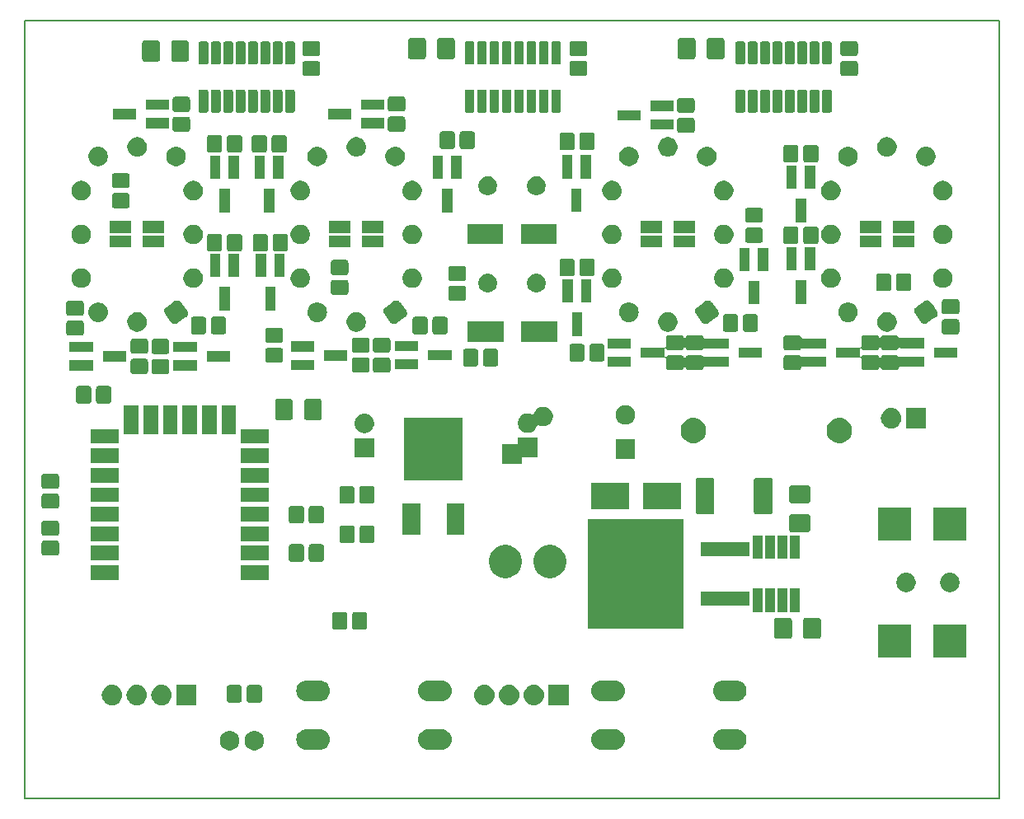
<source format=gbr>
%TF.GenerationSoftware,KiCad,Pcbnew,(5.1.2-1)-1*%
%TF.CreationDate,2019-05-03T14:38:19+02:00*%
%TF.ProjectId,funknetzwerkuhr,66756e6b-6e65-4747-9a77-65726b756872,rev?*%
%TF.SameCoordinates,Original*%
%TF.FileFunction,Soldermask,Top*%
%TF.FilePolarity,Negative*%
%FSLAX46Y46*%
G04 Gerber Fmt 4.6, Leading zero omitted, Abs format (unit mm)*
G04 Created by KiCad (PCBNEW (5.1.2-1)-1) date 2019-05-03 14:38:19*
%MOMM*%
%LPD*%
G04 APERTURE LIST*
%ADD10C,0.150000*%
G04 APERTURE END LIST*
D10*
X150000000Y-55000000D02*
X150000000Y-135000000D01*
X150000000Y-55000000D02*
X50000000Y-55000000D01*
X50000000Y-135000000D02*
X50000000Y-55000000D01*
X150000000Y-135000000D02*
X50000000Y-135000000D01*
G36*
X73760290Y-128057619D02*
G01*
X73824689Y-128070429D01*
X74006678Y-128145811D01*
X74170463Y-128255249D01*
X74309751Y-128394537D01*
X74419189Y-128558322D01*
X74494571Y-128740311D01*
X74494571Y-128740312D01*
X74527330Y-128905000D01*
X74533000Y-128933509D01*
X74533000Y-129130491D01*
X74494571Y-129323689D01*
X74419189Y-129505678D01*
X74309751Y-129669463D01*
X74170463Y-129808751D01*
X74006678Y-129918189D01*
X73824689Y-129993571D01*
X73760290Y-130006381D01*
X73631493Y-130032000D01*
X73434507Y-130032000D01*
X73305710Y-130006381D01*
X73241311Y-129993571D01*
X73059322Y-129918189D01*
X72895537Y-129808751D01*
X72756249Y-129669463D01*
X72646811Y-129505678D01*
X72571429Y-129323689D01*
X72533000Y-129130491D01*
X72533000Y-128933509D01*
X72538671Y-128905000D01*
X72571429Y-128740312D01*
X72571429Y-128740311D01*
X72646811Y-128558322D01*
X72756249Y-128394537D01*
X72895537Y-128255249D01*
X73059322Y-128145811D01*
X73241311Y-128070429D01*
X73305710Y-128057619D01*
X73434507Y-128032000D01*
X73631493Y-128032000D01*
X73760290Y-128057619D01*
X73760290Y-128057619D01*
G37*
G36*
X71220290Y-128057619D02*
G01*
X71284689Y-128070429D01*
X71466678Y-128145811D01*
X71630463Y-128255249D01*
X71769751Y-128394537D01*
X71879189Y-128558322D01*
X71954571Y-128740311D01*
X71954571Y-128740312D01*
X71987330Y-128905000D01*
X71993000Y-128933509D01*
X71993000Y-129130491D01*
X71954571Y-129323689D01*
X71879189Y-129505678D01*
X71769751Y-129669463D01*
X71630463Y-129808751D01*
X71466678Y-129918189D01*
X71284689Y-129993571D01*
X71220290Y-130006381D01*
X71091493Y-130032000D01*
X70894507Y-130032000D01*
X70765710Y-130006381D01*
X70701311Y-129993571D01*
X70519322Y-129918189D01*
X70355537Y-129808751D01*
X70216249Y-129669463D01*
X70106811Y-129505678D01*
X70031429Y-129323689D01*
X69993000Y-129130491D01*
X69993000Y-128933509D01*
X69998671Y-128905000D01*
X70031429Y-128740312D01*
X70031429Y-128740311D01*
X70106811Y-128558322D01*
X70216249Y-128394537D01*
X70355537Y-128255249D01*
X70519322Y-128145811D01*
X70701311Y-128070429D01*
X70765710Y-128057619D01*
X70894507Y-128032000D01*
X71091493Y-128032000D01*
X71220290Y-128057619D01*
X71220290Y-128057619D01*
G37*
G36*
X123223900Y-127856789D02*
G01*
X123424394Y-127917608D01*
X123609159Y-128016367D01*
X123609162Y-128016369D01*
X123609163Y-128016370D01*
X123771118Y-128149282D01*
X123904030Y-128311237D01*
X123904033Y-128311241D01*
X124002792Y-128496006D01*
X124063611Y-128696500D01*
X124084146Y-128905000D01*
X124063611Y-129113500D01*
X124002792Y-129313994D01*
X123904033Y-129498759D01*
X123904031Y-129498762D01*
X123904030Y-129498763D01*
X123771118Y-129660718D01*
X123609163Y-129793630D01*
X123609159Y-129793633D01*
X123424394Y-129892392D01*
X123223900Y-129953211D01*
X123067651Y-129968600D01*
X121642349Y-129968600D01*
X121486100Y-129953211D01*
X121285606Y-129892392D01*
X121100841Y-129793633D01*
X121100837Y-129793630D01*
X120938882Y-129660718D01*
X120805970Y-129498763D01*
X120805969Y-129498762D01*
X120805967Y-129498759D01*
X120707208Y-129313994D01*
X120646389Y-129113500D01*
X120625854Y-128905000D01*
X120646389Y-128696500D01*
X120707208Y-128496006D01*
X120805967Y-128311241D01*
X120805970Y-128311237D01*
X120938882Y-128149282D01*
X121100837Y-128016370D01*
X121100838Y-128016369D01*
X121100841Y-128016367D01*
X121285606Y-127917608D01*
X121486100Y-127856789D01*
X121642349Y-127841400D01*
X123067651Y-127841400D01*
X123223900Y-127856789D01*
X123223900Y-127856789D01*
G37*
G36*
X110723900Y-127856789D02*
G01*
X110924394Y-127917608D01*
X111109159Y-128016367D01*
X111109162Y-128016369D01*
X111109163Y-128016370D01*
X111271118Y-128149282D01*
X111404030Y-128311237D01*
X111404033Y-128311241D01*
X111502792Y-128496006D01*
X111563611Y-128696500D01*
X111584146Y-128905000D01*
X111563611Y-129113500D01*
X111502792Y-129313994D01*
X111404033Y-129498759D01*
X111404031Y-129498762D01*
X111404030Y-129498763D01*
X111271118Y-129660718D01*
X111109163Y-129793630D01*
X111109159Y-129793633D01*
X110924394Y-129892392D01*
X110723900Y-129953211D01*
X110567651Y-129968600D01*
X109142349Y-129968600D01*
X108986100Y-129953211D01*
X108785606Y-129892392D01*
X108600841Y-129793633D01*
X108600837Y-129793630D01*
X108438882Y-129660718D01*
X108305970Y-129498763D01*
X108305969Y-129498762D01*
X108305967Y-129498759D01*
X108207208Y-129313994D01*
X108146389Y-129113500D01*
X108125854Y-128905000D01*
X108146389Y-128696500D01*
X108207208Y-128496006D01*
X108305967Y-128311241D01*
X108305970Y-128311237D01*
X108438882Y-128149282D01*
X108600837Y-128016370D01*
X108600838Y-128016369D01*
X108600841Y-128016367D01*
X108785606Y-127917608D01*
X108986100Y-127856789D01*
X109142349Y-127841400D01*
X110567651Y-127841400D01*
X110723900Y-127856789D01*
X110723900Y-127856789D01*
G37*
G36*
X92943900Y-127856789D02*
G01*
X93144394Y-127917608D01*
X93329159Y-128016367D01*
X93329162Y-128016369D01*
X93329163Y-128016370D01*
X93491118Y-128149282D01*
X93624030Y-128311237D01*
X93624033Y-128311241D01*
X93722792Y-128496006D01*
X93783611Y-128696500D01*
X93804146Y-128905000D01*
X93783611Y-129113500D01*
X93722792Y-129313994D01*
X93624033Y-129498759D01*
X93624031Y-129498762D01*
X93624030Y-129498763D01*
X93491118Y-129660718D01*
X93329163Y-129793630D01*
X93329159Y-129793633D01*
X93144394Y-129892392D01*
X92943900Y-129953211D01*
X92787651Y-129968600D01*
X91362349Y-129968600D01*
X91206100Y-129953211D01*
X91005606Y-129892392D01*
X90820841Y-129793633D01*
X90820837Y-129793630D01*
X90658882Y-129660718D01*
X90525970Y-129498763D01*
X90525969Y-129498762D01*
X90525967Y-129498759D01*
X90427208Y-129313994D01*
X90366389Y-129113500D01*
X90345854Y-128905000D01*
X90366389Y-128696500D01*
X90427208Y-128496006D01*
X90525967Y-128311241D01*
X90525970Y-128311237D01*
X90658882Y-128149282D01*
X90820837Y-128016370D01*
X90820838Y-128016369D01*
X90820841Y-128016367D01*
X91005606Y-127917608D01*
X91206100Y-127856789D01*
X91362349Y-127841400D01*
X92787651Y-127841400D01*
X92943900Y-127856789D01*
X92943900Y-127856789D01*
G37*
G36*
X80443900Y-127856789D02*
G01*
X80644394Y-127917608D01*
X80829159Y-128016367D01*
X80829162Y-128016369D01*
X80829163Y-128016370D01*
X80991118Y-128149282D01*
X81124030Y-128311237D01*
X81124033Y-128311241D01*
X81222792Y-128496006D01*
X81283611Y-128696500D01*
X81304146Y-128905000D01*
X81283611Y-129113500D01*
X81222792Y-129313994D01*
X81124033Y-129498759D01*
X81124031Y-129498762D01*
X81124030Y-129498763D01*
X80991118Y-129660718D01*
X80829163Y-129793630D01*
X80829159Y-129793633D01*
X80644394Y-129892392D01*
X80443900Y-129953211D01*
X80287651Y-129968600D01*
X78862349Y-129968600D01*
X78706100Y-129953211D01*
X78505606Y-129892392D01*
X78320841Y-129793633D01*
X78320837Y-129793630D01*
X78158882Y-129660718D01*
X78025970Y-129498763D01*
X78025969Y-129498762D01*
X78025967Y-129498759D01*
X77927208Y-129313994D01*
X77866389Y-129113500D01*
X77845854Y-128905000D01*
X77866389Y-128696500D01*
X77927208Y-128496006D01*
X78025967Y-128311241D01*
X78025970Y-128311237D01*
X78158882Y-128149282D01*
X78320837Y-128016370D01*
X78320838Y-128016369D01*
X78320841Y-128016367D01*
X78505606Y-127917608D01*
X78706100Y-127856789D01*
X78862349Y-127841400D01*
X80287651Y-127841400D01*
X80443900Y-127856789D01*
X80443900Y-127856789D01*
G37*
G36*
X61596707Y-123290596D02*
G01*
X61673836Y-123298193D01*
X61849177Y-123351382D01*
X61871765Y-123358234D01*
X62054170Y-123455732D01*
X62214055Y-123586945D01*
X62345268Y-123746830D01*
X62442766Y-123929235D01*
X62442767Y-123929238D01*
X62502807Y-124127164D01*
X62523080Y-124333000D01*
X62502807Y-124538836D01*
X62442767Y-124736762D01*
X62442766Y-124736765D01*
X62345268Y-124919170D01*
X62214055Y-125079055D01*
X62054170Y-125210268D01*
X61871765Y-125307766D01*
X61871762Y-125307767D01*
X61673836Y-125367807D01*
X61596707Y-125375403D01*
X61519580Y-125383000D01*
X61416420Y-125383000D01*
X61339293Y-125375403D01*
X61262164Y-125367807D01*
X61064238Y-125307767D01*
X61064235Y-125307766D01*
X60881830Y-125210268D01*
X60721945Y-125079055D01*
X60590732Y-124919170D01*
X60493234Y-124736765D01*
X60493233Y-124736762D01*
X60433193Y-124538836D01*
X60412920Y-124333000D01*
X60433193Y-124127164D01*
X60493233Y-123929238D01*
X60493234Y-123929235D01*
X60590732Y-123746830D01*
X60721945Y-123586945D01*
X60881830Y-123455732D01*
X61064235Y-123358234D01*
X61086823Y-123351382D01*
X61262164Y-123298193D01*
X61339293Y-123290596D01*
X61416420Y-123283000D01*
X61519580Y-123283000D01*
X61596707Y-123290596D01*
X61596707Y-123290596D01*
G37*
G36*
X59056707Y-123290596D02*
G01*
X59133836Y-123298193D01*
X59309177Y-123351382D01*
X59331765Y-123358234D01*
X59514170Y-123455732D01*
X59674055Y-123586945D01*
X59805268Y-123746830D01*
X59902766Y-123929235D01*
X59902767Y-123929238D01*
X59962807Y-124127164D01*
X59983080Y-124333000D01*
X59962807Y-124538836D01*
X59902767Y-124736762D01*
X59902766Y-124736765D01*
X59805268Y-124919170D01*
X59674055Y-125079055D01*
X59514170Y-125210268D01*
X59331765Y-125307766D01*
X59331762Y-125307767D01*
X59133836Y-125367807D01*
X59056707Y-125375403D01*
X58979580Y-125383000D01*
X58876420Y-125383000D01*
X58799293Y-125375403D01*
X58722164Y-125367807D01*
X58524238Y-125307767D01*
X58524235Y-125307766D01*
X58341830Y-125210268D01*
X58181945Y-125079055D01*
X58050732Y-124919170D01*
X57953234Y-124736765D01*
X57953233Y-124736762D01*
X57893193Y-124538836D01*
X57872920Y-124333000D01*
X57893193Y-124127164D01*
X57953233Y-123929238D01*
X57953234Y-123929235D01*
X58050732Y-123746830D01*
X58181945Y-123586945D01*
X58341830Y-123455732D01*
X58524235Y-123358234D01*
X58546823Y-123351382D01*
X58722164Y-123298193D01*
X58799293Y-123290596D01*
X58876420Y-123283000D01*
X58979580Y-123283000D01*
X59056707Y-123290596D01*
X59056707Y-123290596D01*
G37*
G36*
X64136707Y-123290596D02*
G01*
X64213836Y-123298193D01*
X64389177Y-123351382D01*
X64411765Y-123358234D01*
X64594170Y-123455732D01*
X64754055Y-123586945D01*
X64885268Y-123746830D01*
X64982766Y-123929235D01*
X64982767Y-123929238D01*
X65042807Y-124127164D01*
X65063080Y-124333000D01*
X65042807Y-124538836D01*
X64982767Y-124736762D01*
X64982766Y-124736765D01*
X64885268Y-124919170D01*
X64754055Y-125079055D01*
X64594170Y-125210268D01*
X64411765Y-125307766D01*
X64411762Y-125307767D01*
X64213836Y-125367807D01*
X64136707Y-125375403D01*
X64059580Y-125383000D01*
X63956420Y-125383000D01*
X63879293Y-125375403D01*
X63802164Y-125367807D01*
X63604238Y-125307767D01*
X63604235Y-125307766D01*
X63421830Y-125210268D01*
X63261945Y-125079055D01*
X63130732Y-124919170D01*
X63033234Y-124736765D01*
X63033233Y-124736762D01*
X62973193Y-124538836D01*
X62952920Y-124333000D01*
X62973193Y-124127164D01*
X63033233Y-123929238D01*
X63033234Y-123929235D01*
X63130732Y-123746830D01*
X63261945Y-123586945D01*
X63421830Y-123455732D01*
X63604235Y-123358234D01*
X63626823Y-123351382D01*
X63802164Y-123298193D01*
X63879293Y-123290596D01*
X63956420Y-123283000D01*
X64059580Y-123283000D01*
X64136707Y-123290596D01*
X64136707Y-123290596D01*
G37*
G36*
X105825000Y-125383000D02*
G01*
X103725000Y-125383000D01*
X103725000Y-123283000D01*
X105825000Y-123283000D01*
X105825000Y-125383000D01*
X105825000Y-125383000D01*
G37*
G36*
X102363707Y-123290596D02*
G01*
X102440836Y-123298193D01*
X102616177Y-123351382D01*
X102638765Y-123358234D01*
X102821170Y-123455732D01*
X102981055Y-123586945D01*
X103112268Y-123746830D01*
X103209766Y-123929235D01*
X103209767Y-123929238D01*
X103269807Y-124127164D01*
X103290080Y-124333000D01*
X103269807Y-124538836D01*
X103209767Y-124736762D01*
X103209766Y-124736765D01*
X103112268Y-124919170D01*
X102981055Y-125079055D01*
X102821170Y-125210268D01*
X102638765Y-125307766D01*
X102638762Y-125307767D01*
X102440836Y-125367807D01*
X102363707Y-125375403D01*
X102286580Y-125383000D01*
X102183420Y-125383000D01*
X102106293Y-125375403D01*
X102029164Y-125367807D01*
X101831238Y-125307767D01*
X101831235Y-125307766D01*
X101648830Y-125210268D01*
X101488945Y-125079055D01*
X101357732Y-124919170D01*
X101260234Y-124736765D01*
X101260233Y-124736762D01*
X101200193Y-124538836D01*
X101179920Y-124333000D01*
X101200193Y-124127164D01*
X101260233Y-123929238D01*
X101260234Y-123929235D01*
X101357732Y-123746830D01*
X101488945Y-123586945D01*
X101648830Y-123455732D01*
X101831235Y-123358234D01*
X101853823Y-123351382D01*
X102029164Y-123298193D01*
X102106293Y-123290596D01*
X102183420Y-123283000D01*
X102286580Y-123283000D01*
X102363707Y-123290596D01*
X102363707Y-123290596D01*
G37*
G36*
X99823707Y-123290596D02*
G01*
X99900836Y-123298193D01*
X100076177Y-123351382D01*
X100098765Y-123358234D01*
X100281170Y-123455732D01*
X100441055Y-123586945D01*
X100572268Y-123746830D01*
X100669766Y-123929235D01*
X100669767Y-123929238D01*
X100729807Y-124127164D01*
X100750080Y-124333000D01*
X100729807Y-124538836D01*
X100669767Y-124736762D01*
X100669766Y-124736765D01*
X100572268Y-124919170D01*
X100441055Y-125079055D01*
X100281170Y-125210268D01*
X100098765Y-125307766D01*
X100098762Y-125307767D01*
X99900836Y-125367807D01*
X99823707Y-125375403D01*
X99746580Y-125383000D01*
X99643420Y-125383000D01*
X99566293Y-125375403D01*
X99489164Y-125367807D01*
X99291238Y-125307767D01*
X99291235Y-125307766D01*
X99108830Y-125210268D01*
X98948945Y-125079055D01*
X98817732Y-124919170D01*
X98720234Y-124736765D01*
X98720233Y-124736762D01*
X98660193Y-124538836D01*
X98639920Y-124333000D01*
X98660193Y-124127164D01*
X98720233Y-123929238D01*
X98720234Y-123929235D01*
X98817732Y-123746830D01*
X98948945Y-123586945D01*
X99108830Y-123455732D01*
X99291235Y-123358234D01*
X99313823Y-123351382D01*
X99489164Y-123298193D01*
X99566293Y-123290596D01*
X99643420Y-123283000D01*
X99746580Y-123283000D01*
X99823707Y-123290596D01*
X99823707Y-123290596D01*
G37*
G36*
X97283707Y-123290596D02*
G01*
X97360836Y-123298193D01*
X97536177Y-123351382D01*
X97558765Y-123358234D01*
X97741170Y-123455732D01*
X97901055Y-123586945D01*
X98032268Y-123746830D01*
X98129766Y-123929235D01*
X98129767Y-123929238D01*
X98189807Y-124127164D01*
X98210080Y-124333000D01*
X98189807Y-124538836D01*
X98129767Y-124736762D01*
X98129766Y-124736765D01*
X98032268Y-124919170D01*
X97901055Y-125079055D01*
X97741170Y-125210268D01*
X97558765Y-125307766D01*
X97558762Y-125307767D01*
X97360836Y-125367807D01*
X97283707Y-125375403D01*
X97206580Y-125383000D01*
X97103420Y-125383000D01*
X97026293Y-125375403D01*
X96949164Y-125367807D01*
X96751238Y-125307767D01*
X96751235Y-125307766D01*
X96568830Y-125210268D01*
X96408945Y-125079055D01*
X96277732Y-124919170D01*
X96180234Y-124736765D01*
X96180233Y-124736762D01*
X96120193Y-124538836D01*
X96099920Y-124333000D01*
X96120193Y-124127164D01*
X96180233Y-123929238D01*
X96180234Y-123929235D01*
X96277732Y-123746830D01*
X96408945Y-123586945D01*
X96568830Y-123455732D01*
X96751235Y-123358234D01*
X96773823Y-123351382D01*
X96949164Y-123298193D01*
X97026293Y-123290596D01*
X97103420Y-123283000D01*
X97206580Y-123283000D01*
X97283707Y-123290596D01*
X97283707Y-123290596D01*
G37*
G36*
X67598000Y-125383000D02*
G01*
X65498000Y-125383000D01*
X65498000Y-123283000D01*
X67598000Y-123283000D01*
X67598000Y-125383000D01*
X67598000Y-125383000D01*
G37*
G36*
X72043529Y-123311710D02*
G01*
X72093378Y-123326831D01*
X72139310Y-123351382D01*
X72179574Y-123384426D01*
X72212618Y-123424690D01*
X72237169Y-123470622D01*
X72252290Y-123520471D01*
X72258000Y-123578444D01*
X72258000Y-124833556D01*
X72252290Y-124891529D01*
X72237169Y-124941378D01*
X72212618Y-124987310D01*
X72179574Y-125027574D01*
X72139310Y-125060618D01*
X72093378Y-125085169D01*
X72043529Y-125100290D01*
X71985556Y-125106000D01*
X70980444Y-125106000D01*
X70922471Y-125100290D01*
X70872622Y-125085169D01*
X70826690Y-125060618D01*
X70786426Y-125027574D01*
X70753382Y-124987310D01*
X70728831Y-124941378D01*
X70713710Y-124891529D01*
X70708000Y-124833556D01*
X70708000Y-123578444D01*
X70713710Y-123520471D01*
X70728831Y-123470622D01*
X70753382Y-123424690D01*
X70786426Y-123384426D01*
X70826690Y-123351382D01*
X70872622Y-123326831D01*
X70922471Y-123311710D01*
X70980444Y-123306000D01*
X71985556Y-123306000D01*
X72043529Y-123311710D01*
X72043529Y-123311710D01*
G37*
G36*
X74093529Y-123311710D02*
G01*
X74143378Y-123326831D01*
X74189310Y-123351382D01*
X74229574Y-123384426D01*
X74262618Y-123424690D01*
X74287169Y-123470622D01*
X74302290Y-123520471D01*
X74308000Y-123578444D01*
X74308000Y-124833556D01*
X74302290Y-124891529D01*
X74287169Y-124941378D01*
X74262618Y-124987310D01*
X74229574Y-125027574D01*
X74189310Y-125060618D01*
X74143378Y-125085169D01*
X74093529Y-125100290D01*
X74035556Y-125106000D01*
X73030444Y-125106000D01*
X72972471Y-125100290D01*
X72922622Y-125085169D01*
X72876690Y-125060618D01*
X72836426Y-125027574D01*
X72803382Y-124987310D01*
X72778831Y-124941378D01*
X72763710Y-124891529D01*
X72758000Y-124833556D01*
X72758000Y-123578444D01*
X72763710Y-123520471D01*
X72778831Y-123470622D01*
X72803382Y-123424690D01*
X72836426Y-123384426D01*
X72876690Y-123351382D01*
X72922622Y-123326831D01*
X72972471Y-123311710D01*
X73030444Y-123306000D01*
X74035556Y-123306000D01*
X74093529Y-123311710D01*
X74093529Y-123311710D01*
G37*
G36*
X123223900Y-122856789D02*
G01*
X123424394Y-122917608D01*
X123609159Y-123016367D01*
X123609162Y-123016369D01*
X123609163Y-123016370D01*
X123771118Y-123149282D01*
X123893325Y-123298193D01*
X123904033Y-123311241D01*
X124002792Y-123496006D01*
X124063611Y-123696500D01*
X124084146Y-123905000D01*
X124063611Y-124113500D01*
X124002792Y-124313994D01*
X123904033Y-124498759D01*
X123904031Y-124498762D01*
X123904030Y-124498763D01*
X123771118Y-124660718D01*
X123639121Y-124769044D01*
X123609159Y-124793633D01*
X123424394Y-124892392D01*
X123223900Y-124953211D01*
X123067651Y-124968600D01*
X121642349Y-124968600D01*
X121486100Y-124953211D01*
X121285606Y-124892392D01*
X121100841Y-124793633D01*
X121070879Y-124769044D01*
X120938882Y-124660718D01*
X120805970Y-124498763D01*
X120805969Y-124498762D01*
X120805967Y-124498759D01*
X120707208Y-124313994D01*
X120646389Y-124113500D01*
X120625854Y-123905000D01*
X120646389Y-123696500D01*
X120707208Y-123496006D01*
X120805967Y-123311241D01*
X120816675Y-123298193D01*
X120938882Y-123149282D01*
X121100837Y-123016370D01*
X121100838Y-123016369D01*
X121100841Y-123016367D01*
X121285606Y-122917608D01*
X121486100Y-122856789D01*
X121642349Y-122841400D01*
X123067651Y-122841400D01*
X123223900Y-122856789D01*
X123223900Y-122856789D01*
G37*
G36*
X92943900Y-122856789D02*
G01*
X93144394Y-122917608D01*
X93329159Y-123016367D01*
X93329162Y-123016369D01*
X93329163Y-123016370D01*
X93491118Y-123149282D01*
X93613325Y-123298193D01*
X93624033Y-123311241D01*
X93722792Y-123496006D01*
X93783611Y-123696500D01*
X93804146Y-123905000D01*
X93783611Y-124113500D01*
X93722792Y-124313994D01*
X93624033Y-124498759D01*
X93624031Y-124498762D01*
X93624030Y-124498763D01*
X93491118Y-124660718D01*
X93359121Y-124769044D01*
X93329159Y-124793633D01*
X93144394Y-124892392D01*
X92943900Y-124953211D01*
X92787651Y-124968600D01*
X91362349Y-124968600D01*
X91206100Y-124953211D01*
X91005606Y-124892392D01*
X90820841Y-124793633D01*
X90790879Y-124769044D01*
X90658882Y-124660718D01*
X90525970Y-124498763D01*
X90525969Y-124498762D01*
X90525967Y-124498759D01*
X90427208Y-124313994D01*
X90366389Y-124113500D01*
X90345854Y-123905000D01*
X90366389Y-123696500D01*
X90427208Y-123496006D01*
X90525967Y-123311241D01*
X90536675Y-123298193D01*
X90658882Y-123149282D01*
X90820837Y-123016370D01*
X90820838Y-123016369D01*
X90820841Y-123016367D01*
X91005606Y-122917608D01*
X91206100Y-122856789D01*
X91362349Y-122841400D01*
X92787651Y-122841400D01*
X92943900Y-122856789D01*
X92943900Y-122856789D01*
G37*
G36*
X80443900Y-122856789D02*
G01*
X80644394Y-122917608D01*
X80829159Y-123016367D01*
X80829162Y-123016369D01*
X80829163Y-123016370D01*
X80991118Y-123149282D01*
X81113325Y-123298193D01*
X81124033Y-123311241D01*
X81222792Y-123496006D01*
X81283611Y-123696500D01*
X81304146Y-123905000D01*
X81283611Y-124113500D01*
X81222792Y-124313994D01*
X81124033Y-124498759D01*
X81124031Y-124498762D01*
X81124030Y-124498763D01*
X80991118Y-124660718D01*
X80859121Y-124769044D01*
X80829159Y-124793633D01*
X80644394Y-124892392D01*
X80443900Y-124953211D01*
X80287651Y-124968600D01*
X78862349Y-124968600D01*
X78706100Y-124953211D01*
X78505606Y-124892392D01*
X78320841Y-124793633D01*
X78290879Y-124769044D01*
X78158882Y-124660718D01*
X78025970Y-124498763D01*
X78025969Y-124498762D01*
X78025967Y-124498759D01*
X77927208Y-124313994D01*
X77866389Y-124113500D01*
X77845854Y-123905000D01*
X77866389Y-123696500D01*
X77927208Y-123496006D01*
X78025967Y-123311241D01*
X78036675Y-123298193D01*
X78158882Y-123149282D01*
X78320837Y-123016370D01*
X78320838Y-123016369D01*
X78320841Y-123016367D01*
X78505606Y-122917608D01*
X78706100Y-122856789D01*
X78862349Y-122841400D01*
X80287651Y-122841400D01*
X80443900Y-122856789D01*
X80443900Y-122856789D01*
G37*
G36*
X110723900Y-122856789D02*
G01*
X110924394Y-122917608D01*
X111109159Y-123016367D01*
X111109162Y-123016369D01*
X111109163Y-123016370D01*
X111271118Y-123149282D01*
X111393325Y-123298193D01*
X111404033Y-123311241D01*
X111502792Y-123496006D01*
X111563611Y-123696500D01*
X111584146Y-123905000D01*
X111563611Y-124113500D01*
X111502792Y-124313994D01*
X111404033Y-124498759D01*
X111404031Y-124498762D01*
X111404030Y-124498763D01*
X111271118Y-124660718D01*
X111139121Y-124769044D01*
X111109159Y-124793633D01*
X110924394Y-124892392D01*
X110723900Y-124953211D01*
X110567651Y-124968600D01*
X109142349Y-124968600D01*
X108986100Y-124953211D01*
X108785606Y-124892392D01*
X108600841Y-124793633D01*
X108570879Y-124769044D01*
X108438882Y-124660718D01*
X108305970Y-124498763D01*
X108305969Y-124498762D01*
X108305967Y-124498759D01*
X108207208Y-124313994D01*
X108146389Y-124113500D01*
X108125854Y-123905000D01*
X108146389Y-123696500D01*
X108207208Y-123496006D01*
X108305967Y-123311241D01*
X108316675Y-123298193D01*
X108438882Y-123149282D01*
X108600837Y-123016370D01*
X108600838Y-123016369D01*
X108600841Y-123016367D01*
X108785606Y-122917608D01*
X108986100Y-122856789D01*
X109142349Y-122841400D01*
X110567651Y-122841400D01*
X110723900Y-122856789D01*
X110723900Y-122856789D01*
G37*
G36*
X140962000Y-120476000D02*
G01*
X137562000Y-120476000D01*
X137562000Y-117076000D01*
X140962000Y-117076000D01*
X140962000Y-120476000D01*
X140962000Y-120476000D01*
G37*
G36*
X146662000Y-120476000D02*
G01*
X143262000Y-120476000D01*
X143262000Y-117076000D01*
X146662000Y-117076000D01*
X146662000Y-120476000D01*
X146662000Y-120476000D01*
G37*
G36*
X128554981Y-116405186D02*
G01*
X128599705Y-116418754D01*
X128640930Y-116440789D01*
X128677061Y-116470439D01*
X128706711Y-116506570D01*
X128728746Y-116547795D01*
X128742314Y-116592519D01*
X128747500Y-116645176D01*
X128747500Y-118304824D01*
X128742314Y-118357481D01*
X128728746Y-118402205D01*
X128706711Y-118443430D01*
X128677061Y-118479561D01*
X128640930Y-118509211D01*
X128599705Y-118531246D01*
X128554981Y-118544814D01*
X128502324Y-118550000D01*
X127167676Y-118550000D01*
X127115019Y-118544814D01*
X127070295Y-118531246D01*
X127029070Y-118509211D01*
X126992939Y-118479561D01*
X126963289Y-118443430D01*
X126941254Y-118402205D01*
X126927686Y-118357481D01*
X126922500Y-118304824D01*
X126922500Y-116645176D01*
X126927686Y-116592519D01*
X126941254Y-116547795D01*
X126963289Y-116506570D01*
X126992939Y-116470439D01*
X127029070Y-116440789D01*
X127070295Y-116418754D01*
X127115019Y-116405186D01*
X127167676Y-116400000D01*
X128502324Y-116400000D01*
X128554981Y-116405186D01*
X128554981Y-116405186D01*
G37*
G36*
X131529981Y-116405186D02*
G01*
X131574705Y-116418754D01*
X131615930Y-116440789D01*
X131652061Y-116470439D01*
X131681711Y-116506570D01*
X131703746Y-116547795D01*
X131717314Y-116592519D01*
X131722500Y-116645176D01*
X131722500Y-118304824D01*
X131717314Y-118357481D01*
X131703746Y-118402205D01*
X131681711Y-118443430D01*
X131652061Y-118479561D01*
X131615930Y-118509211D01*
X131574705Y-118531246D01*
X131529981Y-118544814D01*
X131477324Y-118550000D01*
X130142676Y-118550000D01*
X130090019Y-118544814D01*
X130045295Y-118531246D01*
X130004070Y-118509211D01*
X129967939Y-118479561D01*
X129938289Y-118443430D01*
X129916254Y-118402205D01*
X129902686Y-118357481D01*
X129897500Y-118304824D01*
X129897500Y-116645176D01*
X129902686Y-116592519D01*
X129916254Y-116547795D01*
X129938289Y-116506570D01*
X129967939Y-116470439D01*
X130004070Y-116440789D01*
X130045295Y-116418754D01*
X130090019Y-116405186D01*
X130142676Y-116400000D01*
X131477324Y-116400000D01*
X131529981Y-116405186D01*
X131529981Y-116405186D01*
G37*
G36*
X84906529Y-115818710D02*
G01*
X84956378Y-115833831D01*
X85002310Y-115858382D01*
X85042574Y-115891426D01*
X85075618Y-115931690D01*
X85100169Y-115977622D01*
X85115290Y-116027471D01*
X85121000Y-116085444D01*
X85121000Y-117340556D01*
X85115290Y-117398529D01*
X85100169Y-117448378D01*
X85075618Y-117494310D01*
X85042574Y-117534574D01*
X85002310Y-117567618D01*
X84956378Y-117592169D01*
X84906529Y-117607290D01*
X84848556Y-117613000D01*
X83843444Y-117613000D01*
X83785471Y-117607290D01*
X83735622Y-117592169D01*
X83689690Y-117567618D01*
X83649426Y-117534574D01*
X83616382Y-117494310D01*
X83591831Y-117448378D01*
X83576710Y-117398529D01*
X83571000Y-117340556D01*
X83571000Y-116085444D01*
X83576710Y-116027471D01*
X83591831Y-115977622D01*
X83616382Y-115931690D01*
X83649426Y-115891426D01*
X83689690Y-115858382D01*
X83735622Y-115833831D01*
X83785471Y-115818710D01*
X83843444Y-115813000D01*
X84848556Y-115813000D01*
X84906529Y-115818710D01*
X84906529Y-115818710D01*
G37*
G36*
X82856529Y-115818710D02*
G01*
X82906378Y-115833831D01*
X82952310Y-115858382D01*
X82992574Y-115891426D01*
X83025618Y-115931690D01*
X83050169Y-115977622D01*
X83065290Y-116027471D01*
X83071000Y-116085444D01*
X83071000Y-117340556D01*
X83065290Y-117398529D01*
X83050169Y-117448378D01*
X83025618Y-117494310D01*
X82992574Y-117534574D01*
X82952310Y-117567618D01*
X82906378Y-117592169D01*
X82856529Y-117607290D01*
X82798556Y-117613000D01*
X81793444Y-117613000D01*
X81735471Y-117607290D01*
X81685622Y-117592169D01*
X81639690Y-117567618D01*
X81599426Y-117534574D01*
X81566382Y-117494310D01*
X81541831Y-117448378D01*
X81526710Y-117398529D01*
X81521000Y-117340556D01*
X81521000Y-116085444D01*
X81526710Y-116027471D01*
X81541831Y-115977622D01*
X81566382Y-115931690D01*
X81599426Y-115891426D01*
X81639690Y-115858382D01*
X81685622Y-115833831D01*
X81735471Y-115818710D01*
X81793444Y-115813000D01*
X82798556Y-115813000D01*
X82856529Y-115818710D01*
X82856529Y-115818710D01*
G37*
G36*
X117603000Y-117487000D02*
G01*
X107803000Y-117487000D01*
X107803000Y-106287000D01*
X117603000Y-106287000D01*
X117603000Y-117487000D01*
X117603000Y-117487000D01*
G37*
G36*
X126992000Y-115812000D02*
G01*
X125992000Y-115812000D01*
X125992000Y-113412000D01*
X126992000Y-113412000D01*
X126992000Y-115812000D01*
X126992000Y-115812000D01*
G37*
G36*
X129532000Y-115812000D02*
G01*
X128532000Y-115812000D01*
X128532000Y-113412000D01*
X129532000Y-113412000D01*
X129532000Y-115812000D01*
X129532000Y-115812000D01*
G37*
G36*
X128262000Y-115812000D02*
G01*
X127262000Y-115812000D01*
X127262000Y-113412000D01*
X128262000Y-113412000D01*
X128262000Y-115812000D01*
X128262000Y-115812000D01*
G37*
G36*
X125722000Y-115812000D02*
G01*
X124722000Y-115812000D01*
X124722000Y-113412000D01*
X125722000Y-113412000D01*
X125722000Y-115812000D01*
X125722000Y-115812000D01*
G37*
G36*
X124353000Y-115177000D02*
G01*
X119353000Y-115177000D01*
X119353000Y-113677000D01*
X124353000Y-113677000D01*
X124353000Y-115177000D01*
X124353000Y-115177000D01*
G37*
G36*
X145189290Y-111801619D02*
G01*
X145253689Y-111814429D01*
X145435678Y-111889811D01*
X145599463Y-111999249D01*
X145738751Y-112138537D01*
X145848189Y-112302322D01*
X145923571Y-112484311D01*
X145962000Y-112677509D01*
X145962000Y-112874491D01*
X145923571Y-113067689D01*
X145848189Y-113249678D01*
X145738751Y-113413463D01*
X145599463Y-113552751D01*
X145435678Y-113662189D01*
X145253689Y-113737571D01*
X145189290Y-113750381D01*
X145060493Y-113776000D01*
X144863507Y-113776000D01*
X144734710Y-113750381D01*
X144670311Y-113737571D01*
X144488322Y-113662189D01*
X144324537Y-113552751D01*
X144185249Y-113413463D01*
X144075811Y-113249678D01*
X144000429Y-113067689D01*
X143962000Y-112874491D01*
X143962000Y-112677509D01*
X144000429Y-112484311D01*
X144075811Y-112302322D01*
X144185249Y-112138537D01*
X144324537Y-111999249D01*
X144488322Y-111889811D01*
X144670311Y-111814429D01*
X144734710Y-111801619D01*
X144863507Y-111776000D01*
X145060493Y-111776000D01*
X145189290Y-111801619D01*
X145189290Y-111801619D01*
G37*
G36*
X140689290Y-111801619D02*
G01*
X140753689Y-111814429D01*
X140935678Y-111889811D01*
X141099463Y-111999249D01*
X141238751Y-112138537D01*
X141348189Y-112302322D01*
X141423571Y-112484311D01*
X141462000Y-112677509D01*
X141462000Y-112874491D01*
X141423571Y-113067689D01*
X141348189Y-113249678D01*
X141238751Y-113413463D01*
X141099463Y-113552751D01*
X140935678Y-113662189D01*
X140753689Y-113737571D01*
X140689290Y-113750381D01*
X140560493Y-113776000D01*
X140363507Y-113776000D01*
X140234710Y-113750381D01*
X140170311Y-113737571D01*
X139988322Y-113662189D01*
X139824537Y-113552751D01*
X139685249Y-113413463D01*
X139575811Y-113249678D01*
X139500429Y-113067689D01*
X139462000Y-112874491D01*
X139462000Y-112677509D01*
X139500429Y-112484311D01*
X139575811Y-112302322D01*
X139685249Y-112138537D01*
X139824537Y-111999249D01*
X139988322Y-111889811D01*
X140170311Y-111814429D01*
X140234710Y-111801619D01*
X140363507Y-111776000D01*
X140560493Y-111776000D01*
X140689290Y-111801619D01*
X140689290Y-111801619D01*
G37*
G36*
X75048000Y-112510000D02*
G01*
X72148000Y-112510000D01*
X72148000Y-111010000D01*
X75048000Y-111010000D01*
X75048000Y-112510000D01*
X75048000Y-112510000D01*
G37*
G36*
X59648000Y-112510000D02*
G01*
X56748000Y-112510000D01*
X56748000Y-111010000D01*
X59648000Y-111010000D01*
X59648000Y-112510000D01*
X59648000Y-112510000D01*
G37*
G36*
X104200697Y-108946690D02*
G01*
X104379872Y-108982330D01*
X104689252Y-109110479D01*
X104967687Y-109296523D01*
X105204477Y-109533313D01*
X105390521Y-109811748D01*
X105518670Y-110121128D01*
X105518670Y-110121130D01*
X105578118Y-110419991D01*
X105584000Y-110449565D01*
X105584000Y-110784435D01*
X105518670Y-111112872D01*
X105390521Y-111422252D01*
X105204477Y-111700687D01*
X104967687Y-111937477D01*
X104689252Y-112123521D01*
X104379872Y-112251670D01*
X104215653Y-112284335D01*
X104051437Y-112317000D01*
X103716563Y-112317000D01*
X103552347Y-112284335D01*
X103388128Y-112251670D01*
X103078748Y-112123521D01*
X102800313Y-111937477D01*
X102563523Y-111700687D01*
X102377479Y-111422252D01*
X102249330Y-111112872D01*
X102184000Y-110784435D01*
X102184000Y-110449565D01*
X102189883Y-110419991D01*
X102249330Y-110121130D01*
X102249330Y-110121128D01*
X102377479Y-109811748D01*
X102563523Y-109533313D01*
X102800313Y-109296523D01*
X103078748Y-109110479D01*
X103388128Y-108982330D01*
X103567303Y-108946690D01*
X103716563Y-108917000D01*
X104051437Y-108917000D01*
X104200697Y-108946690D01*
X104200697Y-108946690D01*
G37*
G36*
X99630697Y-108946690D02*
G01*
X99809872Y-108982330D01*
X100119252Y-109110479D01*
X100397687Y-109296523D01*
X100634477Y-109533313D01*
X100820521Y-109811748D01*
X100948670Y-110121128D01*
X100948670Y-110121130D01*
X101008118Y-110419991D01*
X101014000Y-110449565D01*
X101014000Y-110784435D01*
X100948670Y-111112872D01*
X100820521Y-111422252D01*
X100634477Y-111700687D01*
X100397687Y-111937477D01*
X100119252Y-112123521D01*
X99809872Y-112251670D01*
X99645653Y-112284335D01*
X99481437Y-112317000D01*
X99146563Y-112317000D01*
X98982347Y-112284335D01*
X98818128Y-112251670D01*
X98508748Y-112123521D01*
X98230313Y-111937477D01*
X97993523Y-111700687D01*
X97807479Y-111422252D01*
X97679330Y-111112872D01*
X97614000Y-110784435D01*
X97614000Y-110449565D01*
X97619883Y-110419991D01*
X97679330Y-110121130D01*
X97679330Y-110121128D01*
X97807479Y-109811748D01*
X97993523Y-109533313D01*
X98230313Y-109296523D01*
X98508748Y-109110479D01*
X98818128Y-108982330D01*
X98997303Y-108946690D01*
X99146563Y-108917000D01*
X99481437Y-108917000D01*
X99630697Y-108946690D01*
X99630697Y-108946690D01*
G37*
G36*
X80461529Y-108833710D02*
G01*
X80511378Y-108848831D01*
X80557310Y-108873382D01*
X80597574Y-108906426D01*
X80630618Y-108946690D01*
X80655169Y-108992622D01*
X80670290Y-109042471D01*
X80676000Y-109100444D01*
X80676000Y-110355556D01*
X80670290Y-110413529D01*
X80655169Y-110463378D01*
X80630618Y-110509310D01*
X80597574Y-110549574D01*
X80557310Y-110582618D01*
X80511378Y-110607169D01*
X80461529Y-110622290D01*
X80403556Y-110628000D01*
X79398444Y-110628000D01*
X79340471Y-110622290D01*
X79290622Y-110607169D01*
X79244690Y-110582618D01*
X79204426Y-110549574D01*
X79171382Y-110509310D01*
X79146831Y-110463378D01*
X79131710Y-110413529D01*
X79126000Y-110355556D01*
X79126000Y-109100444D01*
X79131710Y-109042471D01*
X79146831Y-108992622D01*
X79171382Y-108946690D01*
X79204426Y-108906426D01*
X79244690Y-108873382D01*
X79290622Y-108848831D01*
X79340471Y-108833710D01*
X79398444Y-108828000D01*
X80403556Y-108828000D01*
X80461529Y-108833710D01*
X80461529Y-108833710D01*
G37*
G36*
X78411529Y-108833710D02*
G01*
X78461378Y-108848831D01*
X78507310Y-108873382D01*
X78547574Y-108906426D01*
X78580618Y-108946690D01*
X78605169Y-108992622D01*
X78620290Y-109042471D01*
X78626000Y-109100444D01*
X78626000Y-110355556D01*
X78620290Y-110413529D01*
X78605169Y-110463378D01*
X78580618Y-110509310D01*
X78547574Y-110549574D01*
X78507310Y-110582618D01*
X78461378Y-110607169D01*
X78411529Y-110622290D01*
X78353556Y-110628000D01*
X77348444Y-110628000D01*
X77290471Y-110622290D01*
X77240622Y-110607169D01*
X77194690Y-110582618D01*
X77154426Y-110549574D01*
X77121382Y-110509310D01*
X77096831Y-110463378D01*
X77081710Y-110413529D01*
X77076000Y-110355556D01*
X77076000Y-109100444D01*
X77081710Y-109042471D01*
X77096831Y-108992622D01*
X77121382Y-108946690D01*
X77154426Y-108906426D01*
X77194690Y-108873382D01*
X77240622Y-108848831D01*
X77290471Y-108833710D01*
X77348444Y-108828000D01*
X78353556Y-108828000D01*
X78411529Y-108833710D01*
X78411529Y-108833710D01*
G37*
G36*
X59648000Y-110510000D02*
G01*
X56748000Y-110510000D01*
X56748000Y-109010000D01*
X59648000Y-109010000D01*
X59648000Y-110510000D01*
X59648000Y-110510000D01*
G37*
G36*
X75048000Y-110510000D02*
G01*
X72148000Y-110510000D01*
X72148000Y-109010000D01*
X75048000Y-109010000D01*
X75048000Y-110510000D01*
X75048000Y-110510000D01*
G37*
G36*
X129532000Y-110362000D02*
G01*
X128532000Y-110362000D01*
X128532000Y-107962000D01*
X129532000Y-107962000D01*
X129532000Y-110362000D01*
X129532000Y-110362000D01*
G37*
G36*
X125722000Y-110362000D02*
G01*
X124722000Y-110362000D01*
X124722000Y-107962000D01*
X125722000Y-107962000D01*
X125722000Y-110362000D01*
X125722000Y-110362000D01*
G37*
G36*
X126992000Y-110362000D02*
G01*
X125992000Y-110362000D01*
X125992000Y-107962000D01*
X126992000Y-107962000D01*
X126992000Y-110362000D01*
X126992000Y-110362000D01*
G37*
G36*
X128262000Y-110362000D02*
G01*
X127262000Y-110362000D01*
X127262000Y-107962000D01*
X128262000Y-107962000D01*
X128262000Y-110362000D01*
X128262000Y-110362000D01*
G37*
G36*
X124353000Y-110097000D02*
G01*
X119353000Y-110097000D01*
X119353000Y-108597000D01*
X124353000Y-108597000D01*
X124353000Y-110097000D01*
X124353000Y-110097000D01*
G37*
G36*
X53263529Y-108468710D02*
G01*
X53313378Y-108483831D01*
X53359310Y-108508382D01*
X53399574Y-108541426D01*
X53432618Y-108581690D01*
X53457169Y-108627622D01*
X53472290Y-108677471D01*
X53478000Y-108735444D01*
X53478000Y-109740556D01*
X53472290Y-109798529D01*
X53457169Y-109848378D01*
X53432618Y-109894310D01*
X53399574Y-109934574D01*
X53359310Y-109967618D01*
X53313378Y-109992169D01*
X53263529Y-110007290D01*
X53205556Y-110013000D01*
X51950444Y-110013000D01*
X51892471Y-110007290D01*
X51842622Y-109992169D01*
X51796690Y-109967618D01*
X51756426Y-109934574D01*
X51723382Y-109894310D01*
X51698831Y-109848378D01*
X51683710Y-109798529D01*
X51678000Y-109740556D01*
X51678000Y-108735444D01*
X51683710Y-108677471D01*
X51698831Y-108627622D01*
X51723382Y-108581690D01*
X51756426Y-108541426D01*
X51796690Y-108508382D01*
X51842622Y-108483831D01*
X51892471Y-108468710D01*
X51950444Y-108463000D01*
X53205556Y-108463000D01*
X53263529Y-108468710D01*
X53263529Y-108468710D01*
G37*
G36*
X85668529Y-106928710D02*
G01*
X85718378Y-106943831D01*
X85764310Y-106968382D01*
X85804574Y-107001426D01*
X85837618Y-107041690D01*
X85862169Y-107087622D01*
X85877290Y-107137471D01*
X85883000Y-107195444D01*
X85883000Y-108450556D01*
X85877290Y-108508529D01*
X85862169Y-108558378D01*
X85837618Y-108604310D01*
X85804574Y-108644574D01*
X85764310Y-108677618D01*
X85718378Y-108702169D01*
X85668529Y-108717290D01*
X85610556Y-108723000D01*
X84605444Y-108723000D01*
X84547471Y-108717290D01*
X84497622Y-108702169D01*
X84451690Y-108677618D01*
X84411426Y-108644574D01*
X84378382Y-108604310D01*
X84353831Y-108558378D01*
X84338710Y-108508529D01*
X84333000Y-108450556D01*
X84333000Y-107195444D01*
X84338710Y-107137471D01*
X84353831Y-107087622D01*
X84378382Y-107041690D01*
X84411426Y-107001426D01*
X84451690Y-106968382D01*
X84497622Y-106943831D01*
X84547471Y-106928710D01*
X84605444Y-106923000D01*
X85610556Y-106923000D01*
X85668529Y-106928710D01*
X85668529Y-106928710D01*
G37*
G36*
X83618529Y-106928710D02*
G01*
X83668378Y-106943831D01*
X83714310Y-106968382D01*
X83754574Y-107001426D01*
X83787618Y-107041690D01*
X83812169Y-107087622D01*
X83827290Y-107137471D01*
X83833000Y-107195444D01*
X83833000Y-108450556D01*
X83827290Y-108508529D01*
X83812169Y-108558378D01*
X83787618Y-108604310D01*
X83754574Y-108644574D01*
X83714310Y-108677618D01*
X83668378Y-108702169D01*
X83618529Y-108717290D01*
X83560556Y-108723000D01*
X82555444Y-108723000D01*
X82497471Y-108717290D01*
X82447622Y-108702169D01*
X82401690Y-108677618D01*
X82361426Y-108644574D01*
X82328382Y-108604310D01*
X82303831Y-108558378D01*
X82288710Y-108508529D01*
X82283000Y-108450556D01*
X82283000Y-107195444D01*
X82288710Y-107137471D01*
X82303831Y-107087622D01*
X82328382Y-107041690D01*
X82361426Y-107001426D01*
X82401690Y-106968382D01*
X82447622Y-106943831D01*
X82497471Y-106928710D01*
X82555444Y-106923000D01*
X83560556Y-106923000D01*
X83618529Y-106928710D01*
X83618529Y-106928710D01*
G37*
G36*
X75048000Y-108510000D02*
G01*
X72148000Y-108510000D01*
X72148000Y-107010000D01*
X75048000Y-107010000D01*
X75048000Y-108510000D01*
X75048000Y-108510000D01*
G37*
G36*
X59648000Y-108510000D02*
G01*
X56748000Y-108510000D01*
X56748000Y-107010000D01*
X59648000Y-107010000D01*
X59648000Y-108510000D01*
X59648000Y-108510000D01*
G37*
G36*
X146662000Y-108476000D02*
G01*
X143262000Y-108476000D01*
X143262000Y-105076000D01*
X146662000Y-105076000D01*
X146662000Y-108476000D01*
X146662000Y-108476000D01*
G37*
G36*
X140962000Y-108476000D02*
G01*
X137562000Y-108476000D01*
X137562000Y-105076000D01*
X140962000Y-105076000D01*
X140962000Y-108476000D01*
X140962000Y-108476000D01*
G37*
G36*
X53263529Y-106418710D02*
G01*
X53313378Y-106433831D01*
X53359310Y-106458382D01*
X53399574Y-106491426D01*
X53432618Y-106531690D01*
X53457169Y-106577622D01*
X53472290Y-106627471D01*
X53478000Y-106685444D01*
X53478000Y-107690556D01*
X53472290Y-107748529D01*
X53457169Y-107798378D01*
X53432618Y-107844310D01*
X53399574Y-107884574D01*
X53359310Y-107917618D01*
X53313378Y-107942169D01*
X53263529Y-107957290D01*
X53205556Y-107963000D01*
X51950444Y-107963000D01*
X51892471Y-107957290D01*
X51842622Y-107942169D01*
X51796690Y-107917618D01*
X51756426Y-107884574D01*
X51723382Y-107844310D01*
X51698831Y-107798378D01*
X51683710Y-107748529D01*
X51678000Y-107690556D01*
X51678000Y-106685444D01*
X51683710Y-106627471D01*
X51698831Y-106577622D01*
X51723382Y-106531690D01*
X51756426Y-106491426D01*
X51796690Y-106458382D01*
X51842622Y-106433831D01*
X51892471Y-106418710D01*
X51950444Y-106413000D01*
X53205556Y-106413000D01*
X53263529Y-106418710D01*
X53263529Y-106418710D01*
G37*
G36*
X95129600Y-107841600D02*
G01*
X93326400Y-107841600D01*
X93326400Y-104638400D01*
X95129600Y-104638400D01*
X95129600Y-107841600D01*
X95129600Y-107841600D01*
G37*
G36*
X90569600Y-107841600D02*
G01*
X88766400Y-107841600D01*
X88766400Y-104638400D01*
X90569600Y-104638400D01*
X90569600Y-107841600D01*
X90569600Y-107841600D01*
G37*
G36*
X130422481Y-105772686D02*
G01*
X130467205Y-105786254D01*
X130508430Y-105808289D01*
X130544561Y-105837939D01*
X130574211Y-105874070D01*
X130596246Y-105915295D01*
X130609814Y-105960019D01*
X130615000Y-106012676D01*
X130615000Y-107347324D01*
X130609814Y-107399981D01*
X130596246Y-107444705D01*
X130574211Y-107485930D01*
X130544561Y-107522061D01*
X130508430Y-107551711D01*
X130467205Y-107573746D01*
X130422481Y-107587314D01*
X130369824Y-107592500D01*
X128710176Y-107592500D01*
X128657519Y-107587314D01*
X128612795Y-107573746D01*
X128571570Y-107551711D01*
X128535439Y-107522061D01*
X128505789Y-107485930D01*
X128483754Y-107444705D01*
X128470186Y-107399981D01*
X128465000Y-107347324D01*
X128465000Y-106012676D01*
X128470186Y-105960019D01*
X128483754Y-105915295D01*
X128505789Y-105874070D01*
X128535439Y-105837939D01*
X128571570Y-105808289D01*
X128612795Y-105786254D01*
X128657519Y-105772686D01*
X128710176Y-105767500D01*
X130369824Y-105767500D01*
X130422481Y-105772686D01*
X130422481Y-105772686D01*
G37*
G36*
X78411529Y-104896710D02*
G01*
X78461378Y-104911831D01*
X78507310Y-104936382D01*
X78547574Y-104969426D01*
X78580618Y-105009690D01*
X78605169Y-105055622D01*
X78620290Y-105105471D01*
X78626000Y-105163444D01*
X78626000Y-106418556D01*
X78620290Y-106476529D01*
X78605169Y-106526378D01*
X78580618Y-106572310D01*
X78547574Y-106612574D01*
X78507310Y-106645618D01*
X78461378Y-106670169D01*
X78411529Y-106685290D01*
X78353556Y-106691000D01*
X77348444Y-106691000D01*
X77290471Y-106685290D01*
X77240622Y-106670169D01*
X77194690Y-106645618D01*
X77154426Y-106612574D01*
X77121382Y-106572310D01*
X77096831Y-106526378D01*
X77081710Y-106476529D01*
X77076000Y-106418556D01*
X77076000Y-105163444D01*
X77081710Y-105105471D01*
X77096831Y-105055622D01*
X77121382Y-105009690D01*
X77154426Y-104969426D01*
X77194690Y-104936382D01*
X77240622Y-104911831D01*
X77290471Y-104896710D01*
X77348444Y-104891000D01*
X78353556Y-104891000D01*
X78411529Y-104896710D01*
X78411529Y-104896710D01*
G37*
G36*
X80461529Y-104896710D02*
G01*
X80511378Y-104911831D01*
X80557310Y-104936382D01*
X80597574Y-104969426D01*
X80630618Y-105009690D01*
X80655169Y-105055622D01*
X80670290Y-105105471D01*
X80676000Y-105163444D01*
X80676000Y-106418556D01*
X80670290Y-106476529D01*
X80655169Y-106526378D01*
X80630618Y-106572310D01*
X80597574Y-106612574D01*
X80557310Y-106645618D01*
X80511378Y-106670169D01*
X80461529Y-106685290D01*
X80403556Y-106691000D01*
X79398444Y-106691000D01*
X79340471Y-106685290D01*
X79290622Y-106670169D01*
X79244690Y-106645618D01*
X79204426Y-106612574D01*
X79171382Y-106572310D01*
X79146831Y-106526378D01*
X79131710Y-106476529D01*
X79126000Y-106418556D01*
X79126000Y-105163444D01*
X79131710Y-105105471D01*
X79146831Y-105055622D01*
X79171382Y-105009690D01*
X79204426Y-104969426D01*
X79244690Y-104936382D01*
X79290622Y-104911831D01*
X79340471Y-104896710D01*
X79398444Y-104891000D01*
X80403556Y-104891000D01*
X80461529Y-104896710D01*
X80461529Y-104896710D01*
G37*
G36*
X59648000Y-106510000D02*
G01*
X56748000Y-106510000D01*
X56748000Y-105010000D01*
X59648000Y-105010000D01*
X59648000Y-106510000D01*
X59648000Y-106510000D01*
G37*
G36*
X75048000Y-106510000D02*
G01*
X72148000Y-106510000D01*
X72148000Y-105010000D01*
X75048000Y-105010000D01*
X75048000Y-106510000D01*
X75048000Y-106510000D01*
G37*
G36*
X120597498Y-102016042D02*
G01*
X120640825Y-102029185D01*
X120680754Y-102050528D01*
X120715751Y-102079249D01*
X120744472Y-102114246D01*
X120765815Y-102154175D01*
X120778958Y-102197502D01*
X120784000Y-102248697D01*
X120784000Y-105523303D01*
X120778958Y-105574498D01*
X120765815Y-105617825D01*
X120744472Y-105657754D01*
X120715751Y-105692751D01*
X120680754Y-105721472D01*
X120640825Y-105742815D01*
X120597498Y-105755958D01*
X120546303Y-105761000D01*
X119096697Y-105761000D01*
X119045502Y-105755958D01*
X119002175Y-105742815D01*
X118962246Y-105721472D01*
X118927249Y-105692751D01*
X118898528Y-105657754D01*
X118877185Y-105617825D01*
X118864042Y-105574498D01*
X118859000Y-105523303D01*
X118859000Y-102248697D01*
X118864042Y-102197502D01*
X118877185Y-102154175D01*
X118898528Y-102114246D01*
X118927249Y-102079249D01*
X118962246Y-102050528D01*
X119002175Y-102029185D01*
X119045502Y-102016042D01*
X119096697Y-102011000D01*
X120546303Y-102011000D01*
X120597498Y-102016042D01*
X120597498Y-102016042D01*
G37*
G36*
X126572498Y-102016042D02*
G01*
X126615825Y-102029185D01*
X126655754Y-102050528D01*
X126690751Y-102079249D01*
X126719472Y-102114246D01*
X126740815Y-102154175D01*
X126753958Y-102197502D01*
X126759000Y-102248697D01*
X126759000Y-105523303D01*
X126753958Y-105574498D01*
X126740815Y-105617825D01*
X126719472Y-105657754D01*
X126690751Y-105692751D01*
X126655754Y-105721472D01*
X126615825Y-105742815D01*
X126572498Y-105755958D01*
X126521303Y-105761000D01*
X125071697Y-105761000D01*
X125020502Y-105755958D01*
X124977175Y-105742815D01*
X124937246Y-105721472D01*
X124902249Y-105692751D01*
X124873528Y-105657754D01*
X124852185Y-105617825D01*
X124839042Y-105574498D01*
X124834000Y-105523303D01*
X124834000Y-102248697D01*
X124839042Y-102197502D01*
X124852185Y-102154175D01*
X124873528Y-102114246D01*
X124902249Y-102079249D01*
X124937246Y-102050528D01*
X124977175Y-102029185D01*
X125020502Y-102016042D01*
X125071697Y-102011000D01*
X126521303Y-102011000D01*
X126572498Y-102016042D01*
X126572498Y-102016042D01*
G37*
G36*
X111993000Y-105236000D02*
G01*
X108093000Y-105236000D01*
X108093000Y-102536000D01*
X111993000Y-102536000D01*
X111993000Y-105236000D01*
X111993000Y-105236000D01*
G37*
G36*
X117393000Y-105236000D02*
G01*
X113493000Y-105236000D01*
X113493000Y-102536000D01*
X117393000Y-102536000D01*
X117393000Y-105236000D01*
X117393000Y-105236000D01*
G37*
G36*
X53263529Y-103642710D02*
G01*
X53313378Y-103657831D01*
X53359310Y-103682382D01*
X53399574Y-103715426D01*
X53432618Y-103755690D01*
X53457169Y-103801622D01*
X53472290Y-103851471D01*
X53478000Y-103909444D01*
X53478000Y-104914556D01*
X53472290Y-104972529D01*
X53457169Y-105022378D01*
X53432618Y-105068310D01*
X53399574Y-105108574D01*
X53359310Y-105141618D01*
X53313378Y-105166169D01*
X53263529Y-105181290D01*
X53205556Y-105187000D01*
X51950444Y-105187000D01*
X51892471Y-105181290D01*
X51842622Y-105166169D01*
X51796690Y-105141618D01*
X51756426Y-105108574D01*
X51723382Y-105068310D01*
X51698831Y-105022378D01*
X51683710Y-104972529D01*
X51678000Y-104914556D01*
X51678000Y-103909444D01*
X51683710Y-103851471D01*
X51698831Y-103801622D01*
X51723382Y-103755690D01*
X51756426Y-103715426D01*
X51796690Y-103682382D01*
X51842622Y-103657831D01*
X51892471Y-103642710D01*
X51950444Y-103637000D01*
X53205556Y-103637000D01*
X53263529Y-103642710D01*
X53263529Y-103642710D01*
G37*
G36*
X83600529Y-102864710D02*
G01*
X83650378Y-102879831D01*
X83696310Y-102904382D01*
X83736574Y-102937426D01*
X83769618Y-102977690D01*
X83794169Y-103023622D01*
X83809290Y-103073471D01*
X83815000Y-103131444D01*
X83815000Y-104386556D01*
X83809290Y-104444529D01*
X83794169Y-104494378D01*
X83769618Y-104540310D01*
X83736574Y-104580574D01*
X83696310Y-104613618D01*
X83650378Y-104638169D01*
X83600529Y-104653290D01*
X83542556Y-104659000D01*
X82537444Y-104659000D01*
X82479471Y-104653290D01*
X82429622Y-104638169D01*
X82383690Y-104613618D01*
X82343426Y-104580574D01*
X82310382Y-104540310D01*
X82285831Y-104494378D01*
X82270710Y-104444529D01*
X82265000Y-104386556D01*
X82265000Y-103131444D01*
X82270710Y-103073471D01*
X82285831Y-103023622D01*
X82310382Y-102977690D01*
X82343426Y-102937426D01*
X82383690Y-102904382D01*
X82429622Y-102879831D01*
X82479471Y-102864710D01*
X82537444Y-102859000D01*
X83542556Y-102859000D01*
X83600529Y-102864710D01*
X83600529Y-102864710D01*
G37*
G36*
X85650529Y-102864710D02*
G01*
X85700378Y-102879831D01*
X85746310Y-102904382D01*
X85786574Y-102937426D01*
X85819618Y-102977690D01*
X85844169Y-103023622D01*
X85859290Y-103073471D01*
X85865000Y-103131444D01*
X85865000Y-104386556D01*
X85859290Y-104444529D01*
X85844169Y-104494378D01*
X85819618Y-104540310D01*
X85786574Y-104580574D01*
X85746310Y-104613618D01*
X85700378Y-104638169D01*
X85650529Y-104653290D01*
X85592556Y-104659000D01*
X84587444Y-104659000D01*
X84529471Y-104653290D01*
X84479622Y-104638169D01*
X84433690Y-104613618D01*
X84393426Y-104580574D01*
X84360382Y-104540310D01*
X84335831Y-104494378D01*
X84320710Y-104444529D01*
X84315000Y-104386556D01*
X84315000Y-103131444D01*
X84320710Y-103073471D01*
X84335831Y-103023622D01*
X84360382Y-102977690D01*
X84393426Y-102937426D01*
X84433690Y-102904382D01*
X84479622Y-102879831D01*
X84529471Y-102864710D01*
X84587444Y-102859000D01*
X85592556Y-102859000D01*
X85650529Y-102864710D01*
X85650529Y-102864710D01*
G37*
G36*
X130422481Y-102797686D02*
G01*
X130467205Y-102811254D01*
X130508430Y-102833289D01*
X130544561Y-102862939D01*
X130574211Y-102899070D01*
X130596246Y-102940295D01*
X130609814Y-102985019D01*
X130615000Y-103037676D01*
X130615000Y-104372324D01*
X130609814Y-104424981D01*
X130596246Y-104469705D01*
X130574211Y-104510930D01*
X130544561Y-104547061D01*
X130508430Y-104576711D01*
X130467205Y-104598746D01*
X130422481Y-104612314D01*
X130369824Y-104617500D01*
X128710176Y-104617500D01*
X128657519Y-104612314D01*
X128612795Y-104598746D01*
X128571570Y-104576711D01*
X128535439Y-104547061D01*
X128505789Y-104510930D01*
X128483754Y-104469705D01*
X128470186Y-104424981D01*
X128465000Y-104372324D01*
X128465000Y-103037676D01*
X128470186Y-102985019D01*
X128483754Y-102940295D01*
X128505789Y-102899070D01*
X128535439Y-102862939D01*
X128571570Y-102833289D01*
X128612795Y-102811254D01*
X128657519Y-102797686D01*
X128710176Y-102792500D01*
X130369824Y-102792500D01*
X130422481Y-102797686D01*
X130422481Y-102797686D01*
G37*
G36*
X59648000Y-104510000D02*
G01*
X56748000Y-104510000D01*
X56748000Y-103010000D01*
X59648000Y-103010000D01*
X59648000Y-104510000D01*
X59648000Y-104510000D01*
G37*
G36*
X75048000Y-104510000D02*
G01*
X72148000Y-104510000D01*
X72148000Y-103010000D01*
X75048000Y-103010000D01*
X75048000Y-104510000D01*
X75048000Y-104510000D01*
G37*
G36*
X53263529Y-101592710D02*
G01*
X53313378Y-101607831D01*
X53359310Y-101632382D01*
X53399574Y-101665426D01*
X53432618Y-101705690D01*
X53457169Y-101751622D01*
X53472290Y-101801471D01*
X53478000Y-101859444D01*
X53478000Y-102864556D01*
X53472290Y-102922529D01*
X53457169Y-102972378D01*
X53432618Y-103018310D01*
X53399574Y-103058574D01*
X53359310Y-103091618D01*
X53313378Y-103116169D01*
X53263529Y-103131290D01*
X53205556Y-103137000D01*
X51950444Y-103137000D01*
X51892471Y-103131290D01*
X51842622Y-103116169D01*
X51796690Y-103091618D01*
X51756426Y-103058574D01*
X51723382Y-103018310D01*
X51698831Y-102972378D01*
X51683710Y-102922529D01*
X51678000Y-102864556D01*
X51678000Y-101859444D01*
X51683710Y-101801471D01*
X51698831Y-101751622D01*
X51723382Y-101705690D01*
X51756426Y-101665426D01*
X51796690Y-101632382D01*
X51842622Y-101607831D01*
X51892471Y-101592710D01*
X51950444Y-101587000D01*
X53205556Y-101587000D01*
X53263529Y-101592710D01*
X53263529Y-101592710D01*
G37*
G36*
X59648000Y-102510000D02*
G01*
X56748000Y-102510000D01*
X56748000Y-101010000D01*
X59648000Y-101010000D01*
X59648000Y-102510000D01*
X59648000Y-102510000D01*
G37*
G36*
X75048000Y-102510000D02*
G01*
X72148000Y-102510000D01*
X72148000Y-101010000D01*
X75048000Y-101010000D01*
X75048000Y-102510000D01*
X75048000Y-102510000D01*
G37*
G36*
X94949600Y-102261600D02*
G01*
X88946400Y-102261600D01*
X88946400Y-95858400D01*
X94949600Y-95858400D01*
X94949600Y-102261600D01*
X94949600Y-102261600D01*
G37*
G36*
X102600000Y-99893000D02*
G01*
X101124999Y-99893000D01*
X101100613Y-99895402D01*
X101077164Y-99902515D01*
X101055553Y-99914066D01*
X101036611Y-99929611D01*
X101021066Y-99948553D01*
X101009515Y-99970164D01*
X101002402Y-99993613D01*
X101000000Y-100017999D01*
X101000000Y-100563937D01*
X99000000Y-100563937D01*
X99000000Y-98563937D01*
X100475001Y-98563937D01*
X100499387Y-98561535D01*
X100522836Y-98554422D01*
X100544447Y-98542871D01*
X100563389Y-98527326D01*
X100578934Y-98508384D01*
X100590485Y-98486773D01*
X100597598Y-98463324D01*
X100600000Y-98438938D01*
X100600000Y-97893000D01*
X102600000Y-97893000D01*
X102600000Y-99893000D01*
X102600000Y-99893000D01*
G37*
G36*
X59648000Y-100510000D02*
G01*
X56748000Y-100510000D01*
X56748000Y-99010000D01*
X59648000Y-99010000D01*
X59648000Y-100510000D01*
X59648000Y-100510000D01*
G37*
G36*
X75048000Y-100510000D02*
G01*
X72148000Y-100510000D01*
X72148000Y-99010000D01*
X75048000Y-99010000D01*
X75048000Y-100510000D01*
X75048000Y-100510000D01*
G37*
G36*
X112633000Y-100060000D02*
G01*
X110633000Y-100060000D01*
X110633000Y-98060000D01*
X112633000Y-98060000D01*
X112633000Y-100060000D01*
X112633000Y-100060000D01*
G37*
G36*
X85836000Y-99933000D02*
G01*
X83836000Y-99933000D01*
X83836000Y-97933000D01*
X85836000Y-97933000D01*
X85836000Y-99933000D01*
X85836000Y-99933000D01*
G37*
G36*
X59648000Y-98510000D02*
G01*
X56748000Y-98510000D01*
X56748000Y-97010000D01*
X59648000Y-97010000D01*
X59648000Y-98510000D01*
X59648000Y-98510000D01*
G37*
G36*
X75048000Y-98510000D02*
G01*
X72148000Y-98510000D01*
X72148000Y-97010000D01*
X75048000Y-97010000D01*
X75048000Y-98510000D01*
X75048000Y-98510000D01*
G37*
G36*
X133838291Y-95873350D02*
G01*
X133997196Y-95904958D01*
X134128442Y-95959322D01*
X134228002Y-96000561D01*
X134233781Y-96002955D01*
X134446702Y-96145224D01*
X134627776Y-96326298D01*
X134770045Y-96539219D01*
X134862435Y-96762267D01*
X134868042Y-96775805D01*
X134918000Y-97026960D01*
X134918000Y-97283040D01*
X134895815Y-97394571D01*
X134868042Y-97534196D01*
X134770045Y-97770781D01*
X134627776Y-97983702D01*
X134446702Y-98164776D01*
X134233781Y-98307045D01*
X133997196Y-98405042D01*
X133871617Y-98430021D01*
X133746040Y-98455000D01*
X133489960Y-98455000D01*
X133238804Y-98405042D01*
X133002219Y-98307045D01*
X132789298Y-98164776D01*
X132608224Y-97983702D01*
X132465955Y-97770781D01*
X132367958Y-97534196D01*
X132340185Y-97394571D01*
X132318000Y-97283040D01*
X132318000Y-97026960D01*
X132367958Y-96775805D01*
X132373566Y-96762267D01*
X132465955Y-96539219D01*
X132608224Y-96326298D01*
X132789298Y-96145224D01*
X133002219Y-96002955D01*
X133007999Y-96000561D01*
X133107558Y-95959322D01*
X133238804Y-95904958D01*
X133397709Y-95873350D01*
X133489960Y-95855000D01*
X133746040Y-95855000D01*
X133838291Y-95873350D01*
X133838291Y-95873350D01*
G37*
G36*
X118838291Y-95873350D02*
G01*
X118997196Y-95904958D01*
X119128442Y-95959322D01*
X119228002Y-96000561D01*
X119233781Y-96002955D01*
X119446702Y-96145224D01*
X119627776Y-96326298D01*
X119770045Y-96539219D01*
X119862435Y-96762267D01*
X119868042Y-96775805D01*
X119918000Y-97026960D01*
X119918000Y-97283040D01*
X119895815Y-97394571D01*
X119868042Y-97534196D01*
X119770045Y-97770781D01*
X119627776Y-97983702D01*
X119446702Y-98164776D01*
X119233781Y-98307045D01*
X118997196Y-98405042D01*
X118871617Y-98430021D01*
X118746040Y-98455000D01*
X118489960Y-98455000D01*
X118238804Y-98405042D01*
X118002219Y-98307045D01*
X117789298Y-98164776D01*
X117608224Y-97983702D01*
X117465955Y-97770781D01*
X117367958Y-97534196D01*
X117340185Y-97394571D01*
X117318000Y-97283040D01*
X117318000Y-97026960D01*
X117367958Y-96775805D01*
X117373566Y-96762267D01*
X117465955Y-96539219D01*
X117608224Y-96326298D01*
X117789298Y-96145224D01*
X118002219Y-96002955D01*
X118007999Y-96000561D01*
X118107558Y-95959322D01*
X118238804Y-95904958D01*
X118397709Y-95873350D01*
X118489960Y-95855000D01*
X118746040Y-95855000D01*
X118838291Y-95873350D01*
X118838291Y-95873350D01*
G37*
G36*
X67658000Y-97510000D02*
G01*
X66158000Y-97510000D01*
X66158000Y-94610000D01*
X67658000Y-94610000D01*
X67658000Y-97510000D01*
X67658000Y-97510000D01*
G37*
G36*
X69658000Y-97510000D02*
G01*
X68158000Y-97510000D01*
X68158000Y-94610000D01*
X69658000Y-94610000D01*
X69658000Y-97510000D01*
X69658000Y-97510000D01*
G37*
G36*
X65658000Y-97510000D02*
G01*
X64158000Y-97510000D01*
X64158000Y-94610000D01*
X65658000Y-94610000D01*
X65658000Y-97510000D01*
X65658000Y-97510000D01*
G37*
G36*
X63658000Y-97510000D02*
G01*
X62158000Y-97510000D01*
X62158000Y-94610000D01*
X63658000Y-94610000D01*
X63658000Y-97510000D01*
X63658000Y-97510000D01*
G37*
G36*
X71658000Y-97510000D02*
G01*
X70158000Y-97510000D01*
X70158000Y-94610000D01*
X71658000Y-94610000D01*
X71658000Y-97510000D01*
X71658000Y-97510000D01*
G37*
G36*
X61658000Y-97510000D02*
G01*
X60158000Y-97510000D01*
X60158000Y-94610000D01*
X61658000Y-94610000D01*
X61658000Y-97510000D01*
X61658000Y-97510000D01*
G37*
G36*
X85063290Y-95458619D02*
G01*
X85127689Y-95471429D01*
X85309678Y-95546811D01*
X85473463Y-95656249D01*
X85612751Y-95795537D01*
X85722189Y-95959322D01*
X85797571Y-96141311D01*
X85797571Y-96141312D01*
X85836000Y-96334507D01*
X85836000Y-96531493D01*
X85820576Y-96609032D01*
X85797571Y-96724689D01*
X85722189Y-96906678D01*
X85612751Y-97070463D01*
X85473463Y-97209751D01*
X85309678Y-97319189D01*
X85127689Y-97394571D01*
X85063290Y-97407381D01*
X84934493Y-97433000D01*
X84737507Y-97433000D01*
X84608710Y-97407381D01*
X84544311Y-97394571D01*
X84362322Y-97319189D01*
X84198537Y-97209751D01*
X84059249Y-97070463D01*
X83949811Y-96906678D01*
X83874429Y-96724689D01*
X83851424Y-96609032D01*
X83836000Y-96531493D01*
X83836000Y-96334507D01*
X83874429Y-96141312D01*
X83874429Y-96141311D01*
X83949811Y-95959322D01*
X84059249Y-95795537D01*
X84198537Y-95656249D01*
X84362322Y-95546811D01*
X84544311Y-95471429D01*
X84608710Y-95458619D01*
X84737507Y-95433000D01*
X84934493Y-95433000D01*
X85063290Y-95458619D01*
X85063290Y-95458619D01*
G37*
G36*
X103427290Y-94747682D02*
G01*
X103491689Y-94760492D01*
X103673678Y-94835874D01*
X103837463Y-94945312D01*
X103976751Y-95084600D01*
X104086189Y-95248385D01*
X104161571Y-95430374D01*
X104167764Y-95461507D01*
X104200000Y-95623570D01*
X104200000Y-95820556D01*
X104188478Y-95878481D01*
X104161571Y-96013752D01*
X104086189Y-96195741D01*
X103976751Y-96359526D01*
X103837463Y-96498814D01*
X103673678Y-96608252D01*
X103491689Y-96683634D01*
X103427290Y-96696444D01*
X103298493Y-96722063D01*
X103101507Y-96722063D01*
X102972710Y-96696444D01*
X102908311Y-96683634D01*
X102728200Y-96609030D01*
X102704758Y-96601919D01*
X102680372Y-96599517D01*
X102655986Y-96601919D01*
X102632537Y-96609032D01*
X102610926Y-96620583D01*
X102591984Y-96636128D01*
X102576439Y-96655070D01*
X102564888Y-96676681D01*
X102561571Y-96684688D01*
X102561571Y-96684689D01*
X102486189Y-96866678D01*
X102376751Y-97030463D01*
X102237463Y-97169751D01*
X102073678Y-97279189D01*
X101891689Y-97354571D01*
X101827290Y-97367381D01*
X101698493Y-97393000D01*
X101501507Y-97393000D01*
X101372710Y-97367381D01*
X101308311Y-97354571D01*
X101126322Y-97279189D01*
X100962537Y-97169751D01*
X100823249Y-97030463D01*
X100713811Y-96866678D01*
X100638429Y-96684689D01*
X100609494Y-96539221D01*
X100600000Y-96491493D01*
X100600000Y-96294507D01*
X100638429Y-96101312D01*
X100642769Y-96090834D01*
X100713811Y-95919322D01*
X100823249Y-95755537D01*
X100962537Y-95616249D01*
X101126322Y-95506811D01*
X101308311Y-95431429D01*
X101372710Y-95418619D01*
X101501507Y-95393000D01*
X101698493Y-95393000D01*
X101827290Y-95418619D01*
X101891689Y-95431429D01*
X102071800Y-95506033D01*
X102095242Y-95513144D01*
X102119628Y-95515546D01*
X102144014Y-95513144D01*
X102167463Y-95506031D01*
X102189074Y-95494480D01*
X102208016Y-95478935D01*
X102223561Y-95459993D01*
X102235112Y-95438382D01*
X102253910Y-95393000D01*
X102313811Y-95248385D01*
X102423249Y-95084600D01*
X102562537Y-94945312D01*
X102726322Y-94835874D01*
X102908311Y-94760492D01*
X102972710Y-94747682D01*
X103101507Y-94722063D01*
X103298493Y-94722063D01*
X103427290Y-94747682D01*
X103427290Y-94747682D01*
G37*
G36*
X142528000Y-96935000D02*
G01*
X140428000Y-96935000D01*
X140428000Y-94835000D01*
X142528000Y-94835000D01*
X142528000Y-96935000D01*
X142528000Y-96935000D01*
G37*
G36*
X139066707Y-94842596D02*
G01*
X139143836Y-94850193D01*
X139341762Y-94910233D01*
X139341765Y-94910234D01*
X139524170Y-95007732D01*
X139684055Y-95138945D01*
X139815268Y-95298830D01*
X139912766Y-95481235D01*
X139912767Y-95481238D01*
X139972807Y-95679164D01*
X139993080Y-95885000D01*
X139972807Y-96090836D01*
X139940462Y-96197463D01*
X139912766Y-96288765D01*
X139815268Y-96471170D01*
X139684055Y-96631055D01*
X139524170Y-96762268D01*
X139341765Y-96859766D01*
X139341762Y-96859767D01*
X139143836Y-96919807D01*
X139066707Y-96927404D01*
X138989580Y-96935000D01*
X138886420Y-96935000D01*
X138809293Y-96927403D01*
X138732164Y-96919807D01*
X138534238Y-96859767D01*
X138534235Y-96859766D01*
X138351830Y-96762268D01*
X138191945Y-96631055D01*
X138060732Y-96471170D01*
X137963234Y-96288765D01*
X137935538Y-96197463D01*
X137903193Y-96090836D01*
X137882920Y-95885000D01*
X137903193Y-95679164D01*
X137963233Y-95481238D01*
X137963234Y-95481235D01*
X138060732Y-95298830D01*
X138191945Y-95138945D01*
X138351830Y-95007732D01*
X138534235Y-94910234D01*
X138534238Y-94910233D01*
X138732164Y-94850193D01*
X138809293Y-94842597D01*
X138886420Y-94835000D01*
X138989580Y-94835000D01*
X139066707Y-94842596D01*
X139066707Y-94842596D01*
G37*
G36*
X111860290Y-94585619D02*
G01*
X111924689Y-94598429D01*
X112106678Y-94673811D01*
X112270463Y-94783249D01*
X112409751Y-94922537D01*
X112519189Y-95086322D01*
X112594571Y-95268311D01*
X112607381Y-95332710D01*
X112632699Y-95459993D01*
X112633000Y-95461509D01*
X112633000Y-95658491D01*
X112594571Y-95851689D01*
X112519189Y-96033678D01*
X112409751Y-96197463D01*
X112270463Y-96336751D01*
X112106678Y-96446189D01*
X111924689Y-96521571D01*
X111874817Y-96531491D01*
X111731493Y-96560000D01*
X111534507Y-96560000D01*
X111391183Y-96531491D01*
X111341311Y-96521571D01*
X111159322Y-96446189D01*
X110995537Y-96336751D01*
X110856249Y-96197463D01*
X110746811Y-96033678D01*
X110671429Y-95851689D01*
X110633000Y-95658491D01*
X110633000Y-95461509D01*
X110633302Y-95459993D01*
X110658619Y-95332710D01*
X110671429Y-95268311D01*
X110746811Y-95086322D01*
X110856249Y-94922537D01*
X110995537Y-94783249D01*
X111159322Y-94673811D01*
X111341311Y-94598429D01*
X111405710Y-94585619D01*
X111534507Y-94560000D01*
X111731493Y-94560000D01*
X111860290Y-94585619D01*
X111860290Y-94585619D01*
G37*
G36*
X77300981Y-93926186D02*
G01*
X77345705Y-93939754D01*
X77386930Y-93961789D01*
X77423061Y-93991439D01*
X77452711Y-94027570D01*
X77474746Y-94068795D01*
X77488314Y-94113519D01*
X77493500Y-94166176D01*
X77493500Y-95825824D01*
X77488314Y-95878481D01*
X77474746Y-95923205D01*
X77452711Y-95964430D01*
X77423061Y-96000561D01*
X77386930Y-96030211D01*
X77345705Y-96052246D01*
X77300981Y-96065814D01*
X77248324Y-96071000D01*
X75913676Y-96071000D01*
X75861019Y-96065814D01*
X75816295Y-96052246D01*
X75775070Y-96030211D01*
X75738939Y-96000561D01*
X75709289Y-95964430D01*
X75687254Y-95923205D01*
X75673686Y-95878481D01*
X75668500Y-95825824D01*
X75668500Y-94166176D01*
X75673686Y-94113519D01*
X75687254Y-94068795D01*
X75709289Y-94027570D01*
X75738939Y-93991439D01*
X75775070Y-93961789D01*
X75816295Y-93939754D01*
X75861019Y-93926186D01*
X75913676Y-93921000D01*
X77248324Y-93921000D01*
X77300981Y-93926186D01*
X77300981Y-93926186D01*
G37*
G36*
X80275981Y-93926186D02*
G01*
X80320705Y-93939754D01*
X80361930Y-93961789D01*
X80398061Y-93991439D01*
X80427711Y-94027570D01*
X80449746Y-94068795D01*
X80463314Y-94113519D01*
X80468500Y-94166176D01*
X80468500Y-95825824D01*
X80463314Y-95878481D01*
X80449746Y-95923205D01*
X80427711Y-95964430D01*
X80398061Y-96000561D01*
X80361930Y-96030211D01*
X80320705Y-96052246D01*
X80275981Y-96065814D01*
X80223324Y-96071000D01*
X78888676Y-96071000D01*
X78836019Y-96065814D01*
X78791295Y-96052246D01*
X78750070Y-96030211D01*
X78713939Y-96000561D01*
X78684289Y-95964430D01*
X78662254Y-95923205D01*
X78648686Y-95878481D01*
X78643500Y-95825824D01*
X78643500Y-94166176D01*
X78648686Y-94113519D01*
X78662254Y-94068795D01*
X78684289Y-94027570D01*
X78713939Y-93991439D01*
X78750070Y-93961789D01*
X78791295Y-93939754D01*
X78836019Y-93926186D01*
X78888676Y-93921000D01*
X80223324Y-93921000D01*
X80275981Y-93926186D01*
X80275981Y-93926186D01*
G37*
G36*
X58617529Y-92577710D02*
G01*
X58667378Y-92592831D01*
X58713310Y-92617382D01*
X58753574Y-92650426D01*
X58786618Y-92690690D01*
X58811169Y-92736622D01*
X58826290Y-92786471D01*
X58832000Y-92844444D01*
X58832000Y-94099556D01*
X58826290Y-94157529D01*
X58811169Y-94207378D01*
X58786618Y-94253310D01*
X58753574Y-94293574D01*
X58713310Y-94326618D01*
X58667378Y-94351169D01*
X58617529Y-94366290D01*
X58559556Y-94372000D01*
X57554444Y-94372000D01*
X57496471Y-94366290D01*
X57446622Y-94351169D01*
X57400690Y-94326618D01*
X57360426Y-94293574D01*
X57327382Y-94253310D01*
X57302831Y-94207378D01*
X57287710Y-94157529D01*
X57282000Y-94099556D01*
X57282000Y-92844444D01*
X57287710Y-92786471D01*
X57302831Y-92736622D01*
X57327382Y-92690690D01*
X57360426Y-92650426D01*
X57400690Y-92617382D01*
X57446622Y-92592831D01*
X57496471Y-92577710D01*
X57554444Y-92572000D01*
X58559556Y-92572000D01*
X58617529Y-92577710D01*
X58617529Y-92577710D01*
G37*
G36*
X56567529Y-92577710D02*
G01*
X56617378Y-92592831D01*
X56663310Y-92617382D01*
X56703574Y-92650426D01*
X56736618Y-92690690D01*
X56761169Y-92736622D01*
X56776290Y-92786471D01*
X56782000Y-92844444D01*
X56782000Y-94099556D01*
X56776290Y-94157529D01*
X56761169Y-94207378D01*
X56736618Y-94253310D01*
X56703574Y-94293574D01*
X56663310Y-94326618D01*
X56617378Y-94351169D01*
X56567529Y-94366290D01*
X56509556Y-94372000D01*
X55504444Y-94372000D01*
X55446471Y-94366290D01*
X55396622Y-94351169D01*
X55350690Y-94326618D01*
X55310426Y-94293574D01*
X55277382Y-94253310D01*
X55252831Y-94207378D01*
X55237710Y-94157529D01*
X55232000Y-94099556D01*
X55232000Y-92844444D01*
X55237710Y-92786471D01*
X55252831Y-92736622D01*
X55277382Y-92690690D01*
X55310426Y-92650426D01*
X55350690Y-92617382D01*
X55396622Y-92592831D01*
X55446471Y-92577710D01*
X55504444Y-92572000D01*
X56509556Y-92572000D01*
X56567529Y-92577710D01*
X56567529Y-92577710D01*
G37*
G36*
X64566529Y-89799710D02*
G01*
X64616378Y-89814831D01*
X64662310Y-89839382D01*
X64702574Y-89872426D01*
X64735618Y-89912690D01*
X64760169Y-89958622D01*
X64775290Y-90008471D01*
X64781000Y-90066444D01*
X64781000Y-91071556D01*
X64775290Y-91129529D01*
X64760169Y-91179378D01*
X64735618Y-91225310D01*
X64702574Y-91265574D01*
X64662310Y-91298618D01*
X64616378Y-91323169D01*
X64566529Y-91338290D01*
X64508556Y-91344000D01*
X63253444Y-91344000D01*
X63195471Y-91338290D01*
X63145622Y-91323169D01*
X63099690Y-91298618D01*
X63059426Y-91265574D01*
X63026382Y-91225310D01*
X63001831Y-91179378D01*
X62986710Y-91129529D01*
X62981000Y-91071556D01*
X62981000Y-90066444D01*
X62986710Y-90008471D01*
X63001831Y-89958622D01*
X63026382Y-89912690D01*
X63059426Y-89872426D01*
X63099690Y-89839382D01*
X63145622Y-89814831D01*
X63195471Y-89799710D01*
X63253444Y-89794000D01*
X64508556Y-89794000D01*
X64566529Y-89799710D01*
X64566529Y-89799710D01*
G37*
G36*
X62407529Y-89781710D02*
G01*
X62457378Y-89796831D01*
X62503310Y-89821382D01*
X62543574Y-89854426D01*
X62576618Y-89894690D01*
X62601169Y-89940622D01*
X62616290Y-89990471D01*
X62622000Y-90048444D01*
X62622000Y-91053556D01*
X62616290Y-91111529D01*
X62601169Y-91161378D01*
X62576618Y-91207310D01*
X62543574Y-91247574D01*
X62503310Y-91280618D01*
X62457378Y-91305169D01*
X62407529Y-91320290D01*
X62349556Y-91326000D01*
X61094444Y-91326000D01*
X61036471Y-91320290D01*
X60986622Y-91305169D01*
X60940690Y-91280618D01*
X60900426Y-91247574D01*
X60867382Y-91207310D01*
X60842831Y-91161378D01*
X60827710Y-91111529D01*
X60822000Y-91053556D01*
X60822000Y-90048444D01*
X60827710Y-89990471D01*
X60842831Y-89940622D01*
X60867382Y-89894690D01*
X60900426Y-89854426D01*
X60940690Y-89821382D01*
X60986622Y-89796831D01*
X61036471Y-89781710D01*
X61094444Y-89776000D01*
X62349556Y-89776000D01*
X62407529Y-89781710D01*
X62407529Y-89781710D01*
G37*
G36*
X85140529Y-89654710D02*
G01*
X85190378Y-89669831D01*
X85236310Y-89694382D01*
X85276574Y-89727426D01*
X85309618Y-89767690D01*
X85334169Y-89813622D01*
X85349290Y-89863471D01*
X85355000Y-89921444D01*
X85355000Y-90926556D01*
X85349290Y-90984529D01*
X85334169Y-91034378D01*
X85309618Y-91080310D01*
X85276574Y-91120574D01*
X85236310Y-91153618D01*
X85190378Y-91178169D01*
X85140529Y-91193290D01*
X85082556Y-91199000D01*
X83827444Y-91199000D01*
X83769471Y-91193290D01*
X83719622Y-91178169D01*
X83673690Y-91153618D01*
X83633426Y-91120574D01*
X83600382Y-91080310D01*
X83575831Y-91034378D01*
X83560710Y-90984529D01*
X83555000Y-90926556D01*
X83555000Y-89921444D01*
X83560710Y-89863471D01*
X83575831Y-89813622D01*
X83600382Y-89767690D01*
X83633426Y-89727426D01*
X83673690Y-89694382D01*
X83719622Y-89669831D01*
X83769471Y-89654710D01*
X83827444Y-89649000D01*
X85082556Y-89649000D01*
X85140529Y-89654710D01*
X85140529Y-89654710D01*
G37*
G36*
X87299529Y-89654710D02*
G01*
X87349378Y-89669831D01*
X87395310Y-89694382D01*
X87435574Y-89727426D01*
X87468618Y-89767690D01*
X87493169Y-89813622D01*
X87508290Y-89863471D01*
X87514000Y-89921444D01*
X87514000Y-90926556D01*
X87508290Y-90984529D01*
X87493169Y-91034378D01*
X87468618Y-91080310D01*
X87435574Y-91120574D01*
X87395310Y-91153618D01*
X87349378Y-91178169D01*
X87299529Y-91193290D01*
X87241556Y-91199000D01*
X85986444Y-91199000D01*
X85928471Y-91193290D01*
X85878622Y-91178169D01*
X85832690Y-91153618D01*
X85792426Y-91120574D01*
X85759382Y-91080310D01*
X85734831Y-91034378D01*
X85719710Y-90984529D01*
X85714000Y-90926556D01*
X85714000Y-89921444D01*
X85719710Y-89863471D01*
X85734831Y-89813622D01*
X85759382Y-89767690D01*
X85792426Y-89727426D01*
X85832690Y-89694382D01*
X85878622Y-89669831D01*
X85928471Y-89654710D01*
X85986444Y-89649000D01*
X87241556Y-89649000D01*
X87299529Y-89654710D01*
X87299529Y-89654710D01*
G37*
G36*
X56962000Y-91010000D02*
G01*
X54562000Y-91010000D01*
X54562000Y-89960000D01*
X56962000Y-89960000D01*
X56962000Y-91010000D01*
X56962000Y-91010000D01*
G37*
G36*
X67630000Y-91010000D02*
G01*
X65230000Y-91010000D01*
X65230000Y-89960000D01*
X67630000Y-89960000D01*
X67630000Y-91010000D01*
X67630000Y-91010000D01*
G37*
G36*
X129463529Y-89418710D02*
G01*
X129513378Y-89433831D01*
X129559310Y-89458382D01*
X129599574Y-89491426D01*
X129632617Y-89531689D01*
X129637762Y-89541315D01*
X129651376Y-89561689D01*
X129668703Y-89579016D01*
X129689077Y-89592630D01*
X129711716Y-89602007D01*
X129735750Y-89606787D01*
X129760254Y-89606787D01*
X129784287Y-89602006D01*
X129806926Y-89592629D01*
X129827300Y-89579015D01*
X129827315Y-89579000D01*
X132273000Y-89579000D01*
X132273000Y-90629000D01*
X129797355Y-90629000D01*
X129772969Y-90631402D01*
X129749520Y-90638515D01*
X129727909Y-90650066D01*
X129708967Y-90665611D01*
X129693422Y-90684553D01*
X129681871Y-90706164D01*
X129672958Y-90741746D01*
X129672290Y-90748529D01*
X129657169Y-90798378D01*
X129632618Y-90844310D01*
X129599574Y-90884574D01*
X129559310Y-90917618D01*
X129513378Y-90942169D01*
X129463529Y-90957290D01*
X129405556Y-90963000D01*
X128150444Y-90963000D01*
X128092471Y-90957290D01*
X128042622Y-90942169D01*
X127996690Y-90917618D01*
X127956426Y-90884574D01*
X127923382Y-90844310D01*
X127898831Y-90798378D01*
X127883710Y-90748529D01*
X127878000Y-90690556D01*
X127878000Y-89685444D01*
X127883710Y-89627471D01*
X127898831Y-89577622D01*
X127923382Y-89531690D01*
X127956426Y-89491426D01*
X127996690Y-89458382D01*
X128042622Y-89433831D01*
X128092471Y-89418710D01*
X128150444Y-89413000D01*
X129405556Y-89413000D01*
X129463529Y-89418710D01*
X129463529Y-89418710D01*
G37*
G36*
X117398529Y-87368710D02*
G01*
X117448378Y-87383831D01*
X117494310Y-87408382D01*
X117534574Y-87441426D01*
X117567618Y-87481690D01*
X117592169Y-87527622D01*
X117609383Y-87584371D01*
X117618760Y-87607009D01*
X117632374Y-87627384D01*
X117649701Y-87644711D01*
X117670075Y-87658325D01*
X117692714Y-87667702D01*
X117716747Y-87672483D01*
X117741251Y-87672483D01*
X117765285Y-87667703D01*
X117787923Y-87658326D01*
X117808298Y-87644712D01*
X117825625Y-87627385D01*
X117839239Y-87607011D01*
X117848617Y-87584371D01*
X117865831Y-87527622D01*
X117890382Y-87481690D01*
X117923426Y-87441426D01*
X117963690Y-87408382D01*
X118009622Y-87383831D01*
X118059471Y-87368710D01*
X118117444Y-87363000D01*
X119372556Y-87363000D01*
X119430529Y-87368710D01*
X119480378Y-87383831D01*
X119526310Y-87408382D01*
X119566574Y-87441426D01*
X119599618Y-87481690D01*
X119624169Y-87527622D01*
X119642560Y-87588252D01*
X119642964Y-87590282D01*
X119652341Y-87612921D01*
X119665954Y-87633296D01*
X119683280Y-87650624D01*
X119703654Y-87664238D01*
X119726292Y-87673616D01*
X119750326Y-87678398D01*
X119762582Y-87679000D01*
X122240000Y-87679000D01*
X122240000Y-88729000D01*
X119764471Y-88729000D01*
X119762836Y-88728126D01*
X119739387Y-88721013D01*
X119715001Y-88718611D01*
X119690615Y-88721013D01*
X119667166Y-88728126D01*
X119645555Y-88739677D01*
X119626613Y-88755222D01*
X119604762Y-88784685D01*
X119599617Y-88794311D01*
X119566574Y-88834574D01*
X119526310Y-88867618D01*
X119480378Y-88892169D01*
X119430529Y-88907290D01*
X119372556Y-88913000D01*
X118117444Y-88913000D01*
X118059471Y-88907290D01*
X118009622Y-88892169D01*
X117963690Y-88867618D01*
X117923426Y-88834574D01*
X117890382Y-88794310D01*
X117865831Y-88748378D01*
X117848617Y-88691629D01*
X117839240Y-88668991D01*
X117825626Y-88648616D01*
X117808299Y-88631289D01*
X117787925Y-88617675D01*
X117765286Y-88608298D01*
X117741253Y-88603517D01*
X117716749Y-88603517D01*
X117692715Y-88608297D01*
X117670077Y-88617674D01*
X117649702Y-88631288D01*
X117632375Y-88648615D01*
X117618761Y-88668989D01*
X117609383Y-88691629D01*
X117592169Y-88748378D01*
X117567618Y-88794310D01*
X117534574Y-88834574D01*
X117494310Y-88867618D01*
X117448378Y-88892169D01*
X117398529Y-88907290D01*
X117340556Y-88913000D01*
X116085444Y-88913000D01*
X116027471Y-88907290D01*
X115977622Y-88892169D01*
X115931690Y-88867618D01*
X115891426Y-88834574D01*
X115853191Y-88787984D01*
X115848620Y-88781144D01*
X115831293Y-88763818D01*
X115810917Y-88750206D01*
X115788278Y-88740830D01*
X115764245Y-88736050D01*
X115739741Y-88736052D01*
X115715708Y-88740833D01*
X115693069Y-88750212D01*
X115672695Y-88763827D01*
X115655369Y-88781154D01*
X115641757Y-88801530D01*
X115632381Y-88824169D01*
X115627000Y-88860448D01*
X115627000Y-89465552D01*
X115629402Y-89489938D01*
X115636515Y-89513387D01*
X115648066Y-89534998D01*
X115663611Y-89553940D01*
X115682553Y-89569485D01*
X115704164Y-89581036D01*
X115727613Y-89588149D01*
X115751999Y-89590551D01*
X115776385Y-89588149D01*
X115799834Y-89581036D01*
X115821445Y-89569485D01*
X115840387Y-89553940D01*
X115850111Y-89540829D01*
X115850572Y-89541207D01*
X115891426Y-89491426D01*
X115931690Y-89458382D01*
X115977622Y-89433831D01*
X116027471Y-89418710D01*
X116085444Y-89413000D01*
X117340556Y-89413000D01*
X117398529Y-89418710D01*
X117448378Y-89433831D01*
X117494310Y-89458382D01*
X117534574Y-89491426D01*
X117567618Y-89531690D01*
X117592169Y-89577622D01*
X117609383Y-89634371D01*
X117618760Y-89657009D01*
X117632374Y-89677384D01*
X117649701Y-89694711D01*
X117670075Y-89708325D01*
X117692714Y-89717702D01*
X117716747Y-89722483D01*
X117741251Y-89722483D01*
X117765285Y-89717703D01*
X117787923Y-89708326D01*
X117808298Y-89694712D01*
X117825625Y-89677385D01*
X117839239Y-89657011D01*
X117848617Y-89634371D01*
X117865831Y-89577622D01*
X117890382Y-89531690D01*
X117923426Y-89491426D01*
X117963690Y-89458382D01*
X118009622Y-89433831D01*
X118059471Y-89418710D01*
X118117444Y-89413000D01*
X119372556Y-89413000D01*
X119430529Y-89418710D01*
X119480378Y-89433831D01*
X119526310Y-89458382D01*
X119566574Y-89491426D01*
X119599617Y-89531689D01*
X119604762Y-89541315D01*
X119618376Y-89561689D01*
X119635703Y-89579016D01*
X119656077Y-89592630D01*
X119678716Y-89602007D01*
X119702750Y-89606787D01*
X119727254Y-89606787D01*
X119751287Y-89602006D01*
X119773926Y-89592629D01*
X119794300Y-89579015D01*
X119794315Y-89579000D01*
X122240000Y-89579000D01*
X122240000Y-90629000D01*
X119764355Y-90629000D01*
X119739969Y-90631402D01*
X119716520Y-90638515D01*
X119694909Y-90650066D01*
X119675967Y-90665611D01*
X119660422Y-90684553D01*
X119648871Y-90706164D01*
X119639958Y-90741746D01*
X119639290Y-90748529D01*
X119624169Y-90798378D01*
X119599618Y-90844310D01*
X119566574Y-90884574D01*
X119526310Y-90917618D01*
X119480378Y-90942169D01*
X119430529Y-90957290D01*
X119372556Y-90963000D01*
X118117444Y-90963000D01*
X118059471Y-90957290D01*
X118009622Y-90942169D01*
X117963690Y-90917618D01*
X117923426Y-90884574D01*
X117890382Y-90844310D01*
X117865831Y-90798378D01*
X117848617Y-90741629D01*
X117839240Y-90718991D01*
X117825626Y-90698616D01*
X117808299Y-90681289D01*
X117787925Y-90667675D01*
X117765286Y-90658298D01*
X117741253Y-90653517D01*
X117716749Y-90653517D01*
X117692715Y-90658297D01*
X117670077Y-90667674D01*
X117649702Y-90681288D01*
X117632375Y-90698615D01*
X117618761Y-90718989D01*
X117609383Y-90741629D01*
X117592169Y-90798378D01*
X117567618Y-90844310D01*
X117534574Y-90884574D01*
X117494310Y-90917618D01*
X117448378Y-90942169D01*
X117398529Y-90957290D01*
X117340556Y-90963000D01*
X116085444Y-90963000D01*
X116027471Y-90957290D01*
X115977622Y-90942169D01*
X115931690Y-90917618D01*
X115891426Y-90884574D01*
X115858382Y-90844310D01*
X115833831Y-90798378D01*
X115818710Y-90748529D01*
X115813000Y-90690556D01*
X115813000Y-89803999D01*
X115810598Y-89779613D01*
X115803485Y-89756164D01*
X115791934Y-89734553D01*
X115776389Y-89715611D01*
X115757447Y-89700066D01*
X115735836Y-89688515D01*
X115712387Y-89681402D01*
X115688001Y-89679000D01*
X113227000Y-89679000D01*
X113227000Y-88629000D01*
X115688001Y-88629000D01*
X115712387Y-88626598D01*
X115735836Y-88619485D01*
X115757447Y-88607934D01*
X115776389Y-88592389D01*
X115791934Y-88573447D01*
X115803485Y-88551836D01*
X115810598Y-88528387D01*
X115813000Y-88504001D01*
X115813000Y-87635444D01*
X115818710Y-87577471D01*
X115833831Y-87527622D01*
X115858382Y-87481690D01*
X115891426Y-87441426D01*
X115931690Y-87408382D01*
X115977622Y-87383831D01*
X116027471Y-87368710D01*
X116085444Y-87363000D01*
X117340556Y-87363000D01*
X117398529Y-87368710D01*
X117398529Y-87368710D01*
G37*
G36*
X137464529Y-87351452D02*
G01*
X137514378Y-87366573D01*
X137560310Y-87391124D01*
X137600574Y-87424168D01*
X137633618Y-87464432D01*
X137658171Y-87510368D01*
X137666787Y-87538771D01*
X137676164Y-87561410D01*
X137689778Y-87581784D01*
X137707105Y-87599111D01*
X137727480Y-87612725D01*
X137750119Y-87622102D01*
X137774152Y-87626882D01*
X137798656Y-87626882D01*
X137822689Y-87622101D01*
X137845328Y-87612724D01*
X137865702Y-87599110D01*
X137883029Y-87581783D01*
X137896643Y-87561408D01*
X137906020Y-87538768D01*
X137914635Y-87510366D01*
X137939187Y-87464432D01*
X137972231Y-87424168D01*
X138012495Y-87391124D01*
X138058427Y-87366573D01*
X138108276Y-87351452D01*
X138166249Y-87345742D01*
X139421361Y-87345742D01*
X139479334Y-87351452D01*
X139529183Y-87366573D01*
X139575115Y-87391124D01*
X139615379Y-87424168D01*
X139648423Y-87464432D01*
X139672974Y-87510364D01*
X139688741Y-87562342D01*
X139692655Y-87582023D01*
X139702031Y-87604662D01*
X139715644Y-87625037D01*
X139732970Y-87642365D01*
X139753344Y-87655980D01*
X139775982Y-87665358D01*
X139800015Y-87670140D01*
X139812273Y-87670742D01*
X142306000Y-87670742D01*
X142306000Y-88720742D01*
X139881656Y-88720742D01*
X139869389Y-88705794D01*
X139850447Y-88690249D01*
X139828836Y-88678698D01*
X139805387Y-88671585D01*
X139781001Y-88669183D01*
X139756615Y-88671585D01*
X139733166Y-88678698D01*
X139711555Y-88690249D01*
X139692613Y-88705794D01*
X139677068Y-88724736D01*
X139670762Y-88735258D01*
X139648423Y-88777052D01*
X139615379Y-88817316D01*
X139575115Y-88850360D01*
X139529183Y-88874911D01*
X139479334Y-88890032D01*
X139421361Y-88895742D01*
X138166249Y-88895742D01*
X138108276Y-88890032D01*
X138058427Y-88874911D01*
X138012495Y-88850360D01*
X137972231Y-88817316D01*
X137939187Y-88777052D01*
X137914635Y-88731118D01*
X137906020Y-88702716D01*
X137896643Y-88680077D01*
X137883030Y-88659702D01*
X137865703Y-88642375D01*
X137845329Y-88628761D01*
X137822690Y-88619383D01*
X137798657Y-88614602D01*
X137774153Y-88614602D01*
X137750120Y-88619382D01*
X137727481Y-88628759D01*
X137707106Y-88642372D01*
X137689779Y-88659699D01*
X137676165Y-88680073D01*
X137666787Y-88702713D01*
X137658171Y-88731116D01*
X137633618Y-88777052D01*
X137600574Y-88817316D01*
X137560310Y-88850360D01*
X137514378Y-88874911D01*
X137464529Y-88890032D01*
X137406556Y-88895742D01*
X136151444Y-88895742D01*
X136093471Y-88890032D01*
X136043622Y-88874911D01*
X135997690Y-88850360D01*
X135957426Y-88817316D01*
X135919191Y-88770726D01*
X135914620Y-88763886D01*
X135897293Y-88746560D01*
X135876917Y-88732948D01*
X135854278Y-88723572D01*
X135830245Y-88718792D01*
X135805741Y-88718794D01*
X135781708Y-88723575D01*
X135759069Y-88732954D01*
X135738695Y-88746569D01*
X135721369Y-88763896D01*
X135707757Y-88784272D01*
X135698381Y-88806911D01*
X135693000Y-88843190D01*
X135693000Y-89448294D01*
X135695402Y-89472680D01*
X135702515Y-89496129D01*
X135714066Y-89517740D01*
X135729611Y-89536682D01*
X135748553Y-89552227D01*
X135770164Y-89563778D01*
X135793613Y-89570891D01*
X135817999Y-89573293D01*
X135842385Y-89570891D01*
X135865834Y-89563778D01*
X135887445Y-89552227D01*
X135906387Y-89536682D01*
X135916111Y-89523571D01*
X135916572Y-89523949D01*
X135957426Y-89474168D01*
X135997690Y-89441124D01*
X136043622Y-89416573D01*
X136093471Y-89401452D01*
X136151444Y-89395742D01*
X137406556Y-89395742D01*
X137464529Y-89401452D01*
X137514378Y-89416573D01*
X137560310Y-89441124D01*
X137600574Y-89474168D01*
X137633618Y-89514432D01*
X137658171Y-89560368D01*
X137666787Y-89588771D01*
X137676164Y-89611410D01*
X137689778Y-89631784D01*
X137707105Y-89649111D01*
X137727480Y-89662725D01*
X137750119Y-89672102D01*
X137774152Y-89676882D01*
X137798656Y-89676882D01*
X137822689Y-89672101D01*
X137845328Y-89662724D01*
X137865702Y-89649110D01*
X137883029Y-89631783D01*
X137896643Y-89611408D01*
X137906020Y-89588768D01*
X137914635Y-89560366D01*
X137939187Y-89514432D01*
X137972231Y-89474168D01*
X138012495Y-89441124D01*
X138058427Y-89416573D01*
X138108276Y-89401452D01*
X138166249Y-89395742D01*
X139421361Y-89395742D01*
X139479334Y-89401452D01*
X139529183Y-89416573D01*
X139575115Y-89441124D01*
X139615379Y-89474168D01*
X139648423Y-89514432D01*
X139670762Y-89556226D01*
X139684375Y-89576600D01*
X139701702Y-89593927D01*
X139722077Y-89607541D01*
X139744716Y-89616919D01*
X139768749Y-89621699D01*
X139793253Y-89621699D01*
X139817286Y-89616919D01*
X139839925Y-89607541D01*
X139860299Y-89593928D01*
X139877626Y-89576601D01*
X139881541Y-89570742D01*
X142306000Y-89570742D01*
X142306000Y-90620742D01*
X139812273Y-90620742D01*
X139787887Y-90623144D01*
X139764438Y-90630257D01*
X139742827Y-90641808D01*
X139723885Y-90657353D01*
X139708340Y-90676295D01*
X139696789Y-90697906D01*
X139689676Y-90721355D01*
X139688310Y-90730561D01*
X139672974Y-90781120D01*
X139648423Y-90827052D01*
X139615379Y-90867316D01*
X139575115Y-90900360D01*
X139529183Y-90924911D01*
X139479334Y-90940032D01*
X139421361Y-90945742D01*
X138166249Y-90945742D01*
X138108276Y-90940032D01*
X138058427Y-90924911D01*
X138012495Y-90900360D01*
X137972231Y-90867316D01*
X137939187Y-90827052D01*
X137914635Y-90781118D01*
X137906020Y-90752716D01*
X137896643Y-90730077D01*
X137883030Y-90709702D01*
X137865703Y-90692375D01*
X137845329Y-90678761D01*
X137822690Y-90669383D01*
X137798657Y-90664602D01*
X137774153Y-90664602D01*
X137750120Y-90669382D01*
X137727481Y-90678759D01*
X137707106Y-90692372D01*
X137689779Y-90709699D01*
X137676165Y-90730073D01*
X137666787Y-90752713D01*
X137658171Y-90781116D01*
X137633618Y-90827052D01*
X137600574Y-90867316D01*
X137560310Y-90900360D01*
X137514378Y-90924911D01*
X137464529Y-90940032D01*
X137406556Y-90945742D01*
X136151444Y-90945742D01*
X136093471Y-90940032D01*
X136043622Y-90924911D01*
X135997690Y-90900360D01*
X135957426Y-90867316D01*
X135924382Y-90827052D01*
X135899831Y-90781120D01*
X135884710Y-90731271D01*
X135879000Y-90673298D01*
X135879000Y-89803999D01*
X135876598Y-89779613D01*
X135869485Y-89756164D01*
X135857934Y-89734553D01*
X135842389Y-89715611D01*
X135823447Y-89700066D01*
X135801836Y-89688515D01*
X135778387Y-89681402D01*
X135754001Y-89679000D01*
X133293000Y-89679000D01*
X133293000Y-88629000D01*
X135754001Y-88629000D01*
X135778387Y-88626598D01*
X135801836Y-88619485D01*
X135823447Y-88607934D01*
X135842389Y-88592389D01*
X135857934Y-88573447D01*
X135869485Y-88551836D01*
X135876598Y-88528387D01*
X135879000Y-88504001D01*
X135879000Y-87618186D01*
X135884710Y-87560213D01*
X135899831Y-87510364D01*
X135924382Y-87464432D01*
X135957426Y-87424168D01*
X135997690Y-87391124D01*
X136043622Y-87366573D01*
X136093471Y-87351452D01*
X136151444Y-87345742D01*
X137406556Y-87345742D01*
X137464529Y-87351452D01*
X137464529Y-87351452D01*
G37*
G36*
X79686000Y-90944000D02*
G01*
X77286000Y-90944000D01*
X77286000Y-89894000D01*
X79686000Y-89894000D01*
X79686000Y-90944000D01*
X79686000Y-90944000D01*
G37*
G36*
X90363000Y-90883000D02*
G01*
X87963000Y-90883000D01*
X87963000Y-89833000D01*
X90363000Y-89833000D01*
X90363000Y-90883000D01*
X90363000Y-90883000D01*
G37*
G36*
X112207000Y-90629000D02*
G01*
X109807000Y-90629000D01*
X109807000Y-89579000D01*
X112207000Y-89579000D01*
X112207000Y-90629000D01*
X112207000Y-90629000D01*
G37*
G36*
X98350529Y-88767710D02*
G01*
X98400378Y-88782831D01*
X98446310Y-88807382D01*
X98486574Y-88840426D01*
X98519618Y-88880690D01*
X98544169Y-88926622D01*
X98559290Y-88976471D01*
X98565000Y-89034444D01*
X98565000Y-90289556D01*
X98559290Y-90347529D01*
X98544169Y-90397378D01*
X98519618Y-90443310D01*
X98486574Y-90483574D01*
X98446310Y-90516618D01*
X98400378Y-90541169D01*
X98350529Y-90556290D01*
X98292556Y-90562000D01*
X97287444Y-90562000D01*
X97229471Y-90556290D01*
X97179622Y-90541169D01*
X97133690Y-90516618D01*
X97093426Y-90483574D01*
X97060382Y-90443310D01*
X97035831Y-90397378D01*
X97020710Y-90347529D01*
X97015000Y-90289556D01*
X97015000Y-89034444D01*
X97020710Y-88976471D01*
X97035831Y-88926622D01*
X97060382Y-88880690D01*
X97093426Y-88840426D01*
X97133690Y-88807382D01*
X97179622Y-88782831D01*
X97229471Y-88767710D01*
X97287444Y-88762000D01*
X98292556Y-88762000D01*
X98350529Y-88767710D01*
X98350529Y-88767710D01*
G37*
G36*
X96300529Y-88767710D02*
G01*
X96350378Y-88782831D01*
X96396310Y-88807382D01*
X96436574Y-88840426D01*
X96469618Y-88880690D01*
X96494169Y-88926622D01*
X96509290Y-88976471D01*
X96515000Y-89034444D01*
X96515000Y-90289556D01*
X96509290Y-90347529D01*
X96494169Y-90397378D01*
X96469618Y-90443310D01*
X96436574Y-90483574D01*
X96396310Y-90516618D01*
X96350378Y-90541169D01*
X96300529Y-90556290D01*
X96242556Y-90562000D01*
X95237444Y-90562000D01*
X95179471Y-90556290D01*
X95129622Y-90541169D01*
X95083690Y-90516618D01*
X95043426Y-90483574D01*
X95010382Y-90443310D01*
X94985831Y-90397378D01*
X94970710Y-90347529D01*
X94965000Y-90289556D01*
X94965000Y-89034444D01*
X94970710Y-88976471D01*
X94985831Y-88926622D01*
X95010382Y-88880690D01*
X95043426Y-88840426D01*
X95083690Y-88807382D01*
X95129622Y-88782831D01*
X95179471Y-88767710D01*
X95237444Y-88762000D01*
X96242556Y-88762000D01*
X96300529Y-88767710D01*
X96300529Y-88767710D01*
G37*
G36*
X76250529Y-88656710D02*
G01*
X76300378Y-88671831D01*
X76346310Y-88696382D01*
X76386574Y-88729426D01*
X76419618Y-88769690D01*
X76444169Y-88815622D01*
X76459290Y-88865471D01*
X76465000Y-88923444D01*
X76465000Y-89928556D01*
X76459290Y-89986529D01*
X76444169Y-90036378D01*
X76419618Y-90082310D01*
X76386574Y-90122574D01*
X76346310Y-90155618D01*
X76300378Y-90180169D01*
X76250529Y-90195290D01*
X76192556Y-90201000D01*
X74937444Y-90201000D01*
X74879471Y-90195290D01*
X74829622Y-90180169D01*
X74783690Y-90155618D01*
X74743426Y-90122574D01*
X74710382Y-90082310D01*
X74685831Y-90036378D01*
X74670710Y-89986529D01*
X74665000Y-89928556D01*
X74665000Y-88923444D01*
X74670710Y-88865471D01*
X74685831Y-88815622D01*
X74710382Y-88769690D01*
X74743426Y-88729426D01*
X74783690Y-88696382D01*
X74829622Y-88671831D01*
X74879471Y-88656710D01*
X74937444Y-88651000D01*
X76192556Y-88651000D01*
X76250529Y-88656710D01*
X76250529Y-88656710D01*
G37*
G36*
X71050000Y-90060000D02*
G01*
X68650000Y-90060000D01*
X68650000Y-89010000D01*
X71050000Y-89010000D01*
X71050000Y-90060000D01*
X71050000Y-90060000D01*
G37*
G36*
X60382000Y-90060000D02*
G01*
X57982000Y-90060000D01*
X57982000Y-89010000D01*
X60382000Y-89010000D01*
X60382000Y-90060000D01*
X60382000Y-90060000D01*
G37*
G36*
X107222529Y-88259710D02*
G01*
X107272378Y-88274831D01*
X107318310Y-88299382D01*
X107358574Y-88332426D01*
X107391618Y-88372690D01*
X107416169Y-88418622D01*
X107431290Y-88468471D01*
X107437000Y-88526444D01*
X107437000Y-89781556D01*
X107431290Y-89839529D01*
X107416169Y-89889378D01*
X107391618Y-89935310D01*
X107358574Y-89975574D01*
X107318310Y-90008618D01*
X107272378Y-90033169D01*
X107222529Y-90048290D01*
X107164556Y-90054000D01*
X106159444Y-90054000D01*
X106101471Y-90048290D01*
X106051622Y-90033169D01*
X106005690Y-90008618D01*
X105965426Y-89975574D01*
X105932382Y-89935310D01*
X105907831Y-89889378D01*
X105892710Y-89839529D01*
X105887000Y-89781556D01*
X105887000Y-88526444D01*
X105892710Y-88468471D01*
X105907831Y-88418622D01*
X105932382Y-88372690D01*
X105965426Y-88332426D01*
X106005690Y-88299382D01*
X106051622Y-88274831D01*
X106101471Y-88259710D01*
X106159444Y-88254000D01*
X107164556Y-88254000D01*
X107222529Y-88259710D01*
X107222529Y-88259710D01*
G37*
G36*
X109272529Y-88259710D02*
G01*
X109322378Y-88274831D01*
X109368310Y-88299382D01*
X109408574Y-88332426D01*
X109441618Y-88372690D01*
X109466169Y-88418622D01*
X109481290Y-88468471D01*
X109487000Y-88526444D01*
X109487000Y-89781556D01*
X109481290Y-89839529D01*
X109466169Y-89889378D01*
X109441618Y-89935310D01*
X109408574Y-89975574D01*
X109368310Y-90008618D01*
X109322378Y-90033169D01*
X109272529Y-90048290D01*
X109214556Y-90054000D01*
X108209444Y-90054000D01*
X108151471Y-90048290D01*
X108101622Y-90033169D01*
X108055690Y-90008618D01*
X108015426Y-89975574D01*
X107982382Y-89935310D01*
X107957831Y-89889378D01*
X107942710Y-89839529D01*
X107937000Y-89781556D01*
X107937000Y-88526444D01*
X107942710Y-88468471D01*
X107957831Y-88418622D01*
X107982382Y-88372690D01*
X108015426Y-88332426D01*
X108055690Y-88299382D01*
X108101622Y-88274831D01*
X108151471Y-88259710D01*
X108209444Y-88254000D01*
X109214556Y-88254000D01*
X109272529Y-88259710D01*
X109272529Y-88259710D01*
G37*
G36*
X83106000Y-89994000D02*
G01*
X80706000Y-89994000D01*
X80706000Y-88944000D01*
X83106000Y-88944000D01*
X83106000Y-89994000D01*
X83106000Y-89994000D01*
G37*
G36*
X93783000Y-89933000D02*
G01*
X91383000Y-89933000D01*
X91383000Y-88883000D01*
X93783000Y-88883000D01*
X93783000Y-89933000D01*
X93783000Y-89933000D01*
G37*
G36*
X125660000Y-89679000D02*
G01*
X123260000Y-89679000D01*
X123260000Y-88629000D01*
X125660000Y-88629000D01*
X125660000Y-89679000D01*
X125660000Y-89679000D01*
G37*
G36*
X145726000Y-89670742D02*
G01*
X143326000Y-89670742D01*
X143326000Y-88620742D01*
X145726000Y-88620742D01*
X145726000Y-89670742D01*
X145726000Y-89670742D01*
G37*
G36*
X64566529Y-87749710D02*
G01*
X64616378Y-87764831D01*
X64662310Y-87789382D01*
X64702574Y-87822426D01*
X64735618Y-87862690D01*
X64760169Y-87908622D01*
X64775290Y-87958471D01*
X64781000Y-88016444D01*
X64781000Y-89021556D01*
X64775290Y-89079529D01*
X64760169Y-89129378D01*
X64735618Y-89175310D01*
X64702574Y-89215574D01*
X64662310Y-89248618D01*
X64616378Y-89273169D01*
X64566529Y-89288290D01*
X64508556Y-89294000D01*
X63253444Y-89294000D01*
X63195471Y-89288290D01*
X63145622Y-89273169D01*
X63099690Y-89248618D01*
X63059426Y-89215574D01*
X63026382Y-89175310D01*
X63001831Y-89129378D01*
X62986710Y-89079529D01*
X62981000Y-89021556D01*
X62981000Y-88016444D01*
X62986710Y-87958471D01*
X63001831Y-87908622D01*
X63026382Y-87862690D01*
X63059426Y-87822426D01*
X63099690Y-87789382D01*
X63145622Y-87764831D01*
X63195471Y-87749710D01*
X63253444Y-87744000D01*
X64508556Y-87744000D01*
X64566529Y-87749710D01*
X64566529Y-87749710D01*
G37*
G36*
X62407529Y-87731710D02*
G01*
X62457378Y-87746831D01*
X62503310Y-87771382D01*
X62543574Y-87804426D01*
X62576618Y-87844690D01*
X62601169Y-87890622D01*
X62616290Y-87940471D01*
X62622000Y-87998444D01*
X62622000Y-89003556D01*
X62616290Y-89061529D01*
X62601169Y-89111378D01*
X62576618Y-89157310D01*
X62543574Y-89197574D01*
X62503310Y-89230618D01*
X62457378Y-89255169D01*
X62407529Y-89270290D01*
X62349556Y-89276000D01*
X61094444Y-89276000D01*
X61036471Y-89270290D01*
X60986622Y-89255169D01*
X60940690Y-89230618D01*
X60900426Y-89197574D01*
X60867382Y-89157310D01*
X60842831Y-89111378D01*
X60827710Y-89061529D01*
X60822000Y-89003556D01*
X60822000Y-87998444D01*
X60827710Y-87940471D01*
X60842831Y-87890622D01*
X60867382Y-87844690D01*
X60900426Y-87804426D01*
X60940690Y-87771382D01*
X60986622Y-87746831D01*
X61036471Y-87731710D01*
X61094444Y-87726000D01*
X62349556Y-87726000D01*
X62407529Y-87731710D01*
X62407529Y-87731710D01*
G37*
G36*
X87299529Y-87604710D02*
G01*
X87349378Y-87619831D01*
X87395310Y-87644382D01*
X87435574Y-87677426D01*
X87468618Y-87717690D01*
X87493169Y-87763622D01*
X87508290Y-87813471D01*
X87514000Y-87871444D01*
X87514000Y-88876556D01*
X87508290Y-88934529D01*
X87493169Y-88984378D01*
X87468618Y-89030310D01*
X87435574Y-89070574D01*
X87395310Y-89103618D01*
X87349378Y-89128169D01*
X87299529Y-89143290D01*
X87241556Y-89149000D01*
X85986444Y-89149000D01*
X85928471Y-89143290D01*
X85878622Y-89128169D01*
X85832690Y-89103618D01*
X85792426Y-89070574D01*
X85759382Y-89030310D01*
X85734831Y-88984378D01*
X85719710Y-88934529D01*
X85714000Y-88876556D01*
X85714000Y-87871444D01*
X85719710Y-87813471D01*
X85734831Y-87763622D01*
X85759382Y-87717690D01*
X85792426Y-87677426D01*
X85832690Y-87644382D01*
X85878622Y-87619831D01*
X85928471Y-87604710D01*
X85986444Y-87599000D01*
X87241556Y-87599000D01*
X87299529Y-87604710D01*
X87299529Y-87604710D01*
G37*
G36*
X85140529Y-87604710D02*
G01*
X85190378Y-87619831D01*
X85236310Y-87644382D01*
X85276574Y-87677426D01*
X85309618Y-87717690D01*
X85334169Y-87763622D01*
X85349290Y-87813471D01*
X85355000Y-87871444D01*
X85355000Y-88876556D01*
X85349290Y-88934529D01*
X85334169Y-88984378D01*
X85309618Y-89030310D01*
X85276574Y-89070574D01*
X85236310Y-89103618D01*
X85190378Y-89128169D01*
X85140529Y-89143290D01*
X85082556Y-89149000D01*
X83827444Y-89149000D01*
X83769471Y-89143290D01*
X83719622Y-89128169D01*
X83673690Y-89103618D01*
X83633426Y-89070574D01*
X83600382Y-89030310D01*
X83575831Y-88984378D01*
X83560710Y-88934529D01*
X83555000Y-88876556D01*
X83555000Y-87871444D01*
X83560710Y-87813471D01*
X83575831Y-87763622D01*
X83600382Y-87717690D01*
X83633426Y-87677426D01*
X83673690Y-87644382D01*
X83719622Y-87619831D01*
X83769471Y-87604710D01*
X83827444Y-87599000D01*
X85082556Y-87599000D01*
X85140529Y-87604710D01*
X85140529Y-87604710D01*
G37*
G36*
X67630000Y-89110000D02*
G01*
X65230000Y-89110000D01*
X65230000Y-88060000D01*
X67630000Y-88060000D01*
X67630000Y-89110000D01*
X67630000Y-89110000D01*
G37*
G36*
X56962000Y-89110000D02*
G01*
X54562000Y-89110000D01*
X54562000Y-88060000D01*
X56962000Y-88060000D01*
X56962000Y-89110000D01*
X56962000Y-89110000D01*
G37*
G36*
X79686000Y-89044000D02*
G01*
X77286000Y-89044000D01*
X77286000Y-87994000D01*
X79686000Y-87994000D01*
X79686000Y-89044000D01*
X79686000Y-89044000D01*
G37*
G36*
X90363000Y-88983000D02*
G01*
X87963000Y-88983000D01*
X87963000Y-87933000D01*
X90363000Y-87933000D01*
X90363000Y-88983000D01*
X90363000Y-88983000D01*
G37*
G36*
X129463529Y-87368710D02*
G01*
X129513378Y-87383831D01*
X129559310Y-87408382D01*
X129599574Y-87441426D01*
X129632618Y-87481690D01*
X129657169Y-87527622D01*
X129675560Y-87588252D01*
X129675964Y-87590282D01*
X129685341Y-87612921D01*
X129698954Y-87633296D01*
X129716280Y-87650624D01*
X129736654Y-87664238D01*
X129759292Y-87673616D01*
X129783326Y-87678398D01*
X129795582Y-87679000D01*
X132273000Y-87679000D01*
X132273000Y-88729000D01*
X129797471Y-88729000D01*
X129795836Y-88728126D01*
X129772387Y-88721013D01*
X129748001Y-88718611D01*
X129723615Y-88721013D01*
X129700166Y-88728126D01*
X129678555Y-88739677D01*
X129659613Y-88755222D01*
X129637762Y-88784685D01*
X129632617Y-88794311D01*
X129599574Y-88834574D01*
X129559310Y-88867618D01*
X129513378Y-88892169D01*
X129463529Y-88907290D01*
X129405556Y-88913000D01*
X128150444Y-88913000D01*
X128092471Y-88907290D01*
X128042622Y-88892169D01*
X127996690Y-88867618D01*
X127956426Y-88834574D01*
X127923382Y-88794310D01*
X127898831Y-88748378D01*
X127883710Y-88698529D01*
X127878000Y-88640556D01*
X127878000Y-87635444D01*
X127883710Y-87577471D01*
X127898831Y-87527622D01*
X127923382Y-87481690D01*
X127956426Y-87441426D01*
X127996690Y-87408382D01*
X128042622Y-87383831D01*
X128092471Y-87368710D01*
X128150444Y-87363000D01*
X129405556Y-87363000D01*
X129463529Y-87368710D01*
X129463529Y-87368710D01*
G37*
G36*
X112207000Y-88729000D02*
G01*
X109807000Y-88729000D01*
X109807000Y-87679000D01*
X112207000Y-87679000D01*
X112207000Y-88729000D01*
X112207000Y-88729000D01*
G37*
G36*
X76250529Y-86606710D02*
G01*
X76300378Y-86621831D01*
X76346310Y-86646382D01*
X76386574Y-86679426D01*
X76419618Y-86719690D01*
X76444169Y-86765622D01*
X76459290Y-86815471D01*
X76465000Y-86873444D01*
X76465000Y-87878556D01*
X76459290Y-87936529D01*
X76444169Y-87986378D01*
X76419618Y-88032310D01*
X76386574Y-88072574D01*
X76346310Y-88105618D01*
X76300378Y-88130169D01*
X76250529Y-88145290D01*
X76192556Y-88151000D01*
X74937444Y-88151000D01*
X74879471Y-88145290D01*
X74829622Y-88130169D01*
X74783690Y-88105618D01*
X74743426Y-88072574D01*
X74710382Y-88032310D01*
X74685831Y-87986378D01*
X74670710Y-87936529D01*
X74665000Y-87878556D01*
X74665000Y-86873444D01*
X74670710Y-86815471D01*
X74685831Y-86765622D01*
X74710382Y-86719690D01*
X74743426Y-86679426D01*
X74783690Y-86646382D01*
X74829622Y-86621831D01*
X74879471Y-86606710D01*
X74937444Y-86601000D01*
X76192556Y-86601000D01*
X76250529Y-86606710D01*
X76250529Y-86606710D01*
G37*
G36*
X104632000Y-88045000D02*
G01*
X100932000Y-88045000D01*
X100932000Y-85945000D01*
X104632000Y-85945000D01*
X104632000Y-88045000D01*
X104632000Y-88045000D01*
G37*
G36*
X99132000Y-88045000D02*
G01*
X95432000Y-88045000D01*
X95432000Y-85945000D01*
X99132000Y-85945000D01*
X99132000Y-88045000D01*
X99132000Y-88045000D01*
G37*
G36*
X107205000Y-87433000D02*
G01*
X106155000Y-87433000D01*
X106155000Y-85033000D01*
X107205000Y-85033000D01*
X107205000Y-87433000D01*
X107205000Y-87433000D01*
G37*
G36*
X55803529Y-85862710D02*
G01*
X55853378Y-85877831D01*
X55899310Y-85902382D01*
X55939574Y-85935426D01*
X55972618Y-85975690D01*
X55997169Y-86021622D01*
X56012290Y-86071471D01*
X56018000Y-86129444D01*
X56018000Y-87134556D01*
X56012290Y-87192529D01*
X55997169Y-87242378D01*
X55972618Y-87288310D01*
X55939574Y-87328574D01*
X55899310Y-87361618D01*
X55853378Y-87386169D01*
X55803529Y-87401290D01*
X55745556Y-87407000D01*
X54490444Y-87407000D01*
X54432471Y-87401290D01*
X54382622Y-87386169D01*
X54336690Y-87361618D01*
X54296426Y-87328574D01*
X54263382Y-87288310D01*
X54238831Y-87242378D01*
X54223710Y-87192529D01*
X54218000Y-87134556D01*
X54218000Y-86129444D01*
X54223710Y-86071471D01*
X54238831Y-86021622D01*
X54263382Y-85975690D01*
X54296426Y-85935426D01*
X54336690Y-85902382D01*
X54382622Y-85877831D01*
X54432471Y-85862710D01*
X54490444Y-85857000D01*
X55745556Y-85857000D01*
X55803529Y-85862710D01*
X55803529Y-85862710D01*
G37*
G36*
X145719529Y-85726710D02*
G01*
X145769378Y-85741831D01*
X145815310Y-85766382D01*
X145855574Y-85799426D01*
X145888618Y-85839690D01*
X145913169Y-85885622D01*
X145928290Y-85935471D01*
X145934000Y-85993444D01*
X145934000Y-86998556D01*
X145928290Y-87056529D01*
X145913169Y-87106378D01*
X145888618Y-87152310D01*
X145855574Y-87192574D01*
X145815310Y-87225618D01*
X145769378Y-87250169D01*
X145719529Y-87265290D01*
X145661556Y-87271000D01*
X144406444Y-87271000D01*
X144348471Y-87265290D01*
X144298622Y-87250169D01*
X144252690Y-87225618D01*
X144212426Y-87192574D01*
X144179382Y-87152310D01*
X144154831Y-87106378D01*
X144139710Y-87056529D01*
X144134000Y-86998556D01*
X144134000Y-85993444D01*
X144139710Y-85935471D01*
X144154831Y-85885622D01*
X144179382Y-85839690D01*
X144212426Y-85799426D01*
X144252690Y-85766382D01*
X144298622Y-85741831D01*
X144348471Y-85726710D01*
X144406444Y-85721000D01*
X145661556Y-85721000D01*
X145719529Y-85726710D01*
X145719529Y-85726710D01*
G37*
G36*
X93161529Y-85465710D02*
G01*
X93211378Y-85480831D01*
X93257310Y-85505382D01*
X93297574Y-85538426D01*
X93330618Y-85578690D01*
X93355169Y-85624622D01*
X93370290Y-85674471D01*
X93376000Y-85732444D01*
X93376000Y-86987556D01*
X93370290Y-87045529D01*
X93355169Y-87095378D01*
X93330618Y-87141310D01*
X93297574Y-87181574D01*
X93257310Y-87214618D01*
X93211378Y-87239169D01*
X93161529Y-87254290D01*
X93103556Y-87260000D01*
X92098444Y-87260000D01*
X92040471Y-87254290D01*
X91990622Y-87239169D01*
X91944690Y-87214618D01*
X91904426Y-87181574D01*
X91871382Y-87141310D01*
X91846831Y-87095378D01*
X91831710Y-87045529D01*
X91826000Y-86987556D01*
X91826000Y-85732444D01*
X91831710Y-85674471D01*
X91846831Y-85624622D01*
X91871382Y-85578690D01*
X91904426Y-85538426D01*
X91944690Y-85505382D01*
X91990622Y-85480831D01*
X92040471Y-85465710D01*
X92098444Y-85460000D01*
X93103556Y-85460000D01*
X93161529Y-85465710D01*
X93161529Y-85465710D01*
G37*
G36*
X68360529Y-85465710D02*
G01*
X68410378Y-85480831D01*
X68456310Y-85505382D01*
X68496574Y-85538426D01*
X68529618Y-85578690D01*
X68554169Y-85624622D01*
X68569290Y-85674471D01*
X68575000Y-85732444D01*
X68575000Y-86987556D01*
X68569290Y-87045529D01*
X68554169Y-87095378D01*
X68529618Y-87141310D01*
X68496574Y-87181574D01*
X68456310Y-87214618D01*
X68410378Y-87239169D01*
X68360529Y-87254290D01*
X68302556Y-87260000D01*
X67297444Y-87260000D01*
X67239471Y-87254290D01*
X67189622Y-87239169D01*
X67143690Y-87214618D01*
X67103426Y-87181574D01*
X67070382Y-87141310D01*
X67045831Y-87095378D01*
X67030710Y-87045529D01*
X67025000Y-86987556D01*
X67025000Y-85732444D01*
X67030710Y-85674471D01*
X67045831Y-85624622D01*
X67070382Y-85578690D01*
X67103426Y-85538426D01*
X67143690Y-85505382D01*
X67189622Y-85480831D01*
X67239471Y-85465710D01*
X67297444Y-85460000D01*
X68302556Y-85460000D01*
X68360529Y-85465710D01*
X68360529Y-85465710D01*
G37*
G36*
X70410529Y-85465710D02*
G01*
X70460378Y-85480831D01*
X70506310Y-85505382D01*
X70546574Y-85538426D01*
X70579618Y-85578690D01*
X70604169Y-85624622D01*
X70619290Y-85674471D01*
X70625000Y-85732444D01*
X70625000Y-86987556D01*
X70619290Y-87045529D01*
X70604169Y-87095378D01*
X70579618Y-87141310D01*
X70546574Y-87181574D01*
X70506310Y-87214618D01*
X70460378Y-87239169D01*
X70410529Y-87254290D01*
X70352556Y-87260000D01*
X69347444Y-87260000D01*
X69289471Y-87254290D01*
X69239622Y-87239169D01*
X69193690Y-87214618D01*
X69153426Y-87181574D01*
X69120382Y-87141310D01*
X69095831Y-87095378D01*
X69080710Y-87045529D01*
X69075000Y-86987556D01*
X69075000Y-85732444D01*
X69080710Y-85674471D01*
X69095831Y-85624622D01*
X69120382Y-85578690D01*
X69153426Y-85538426D01*
X69193690Y-85505382D01*
X69239622Y-85480831D01*
X69289471Y-85465710D01*
X69347444Y-85460000D01*
X70352556Y-85460000D01*
X70410529Y-85465710D01*
X70410529Y-85465710D01*
G37*
G36*
X91111529Y-85465710D02*
G01*
X91161378Y-85480831D01*
X91207310Y-85505382D01*
X91247574Y-85538426D01*
X91280618Y-85578690D01*
X91305169Y-85624622D01*
X91320290Y-85674471D01*
X91326000Y-85732444D01*
X91326000Y-86987556D01*
X91320290Y-87045529D01*
X91305169Y-87095378D01*
X91280618Y-87141310D01*
X91247574Y-87181574D01*
X91207310Y-87214618D01*
X91161378Y-87239169D01*
X91111529Y-87254290D01*
X91053556Y-87260000D01*
X90048444Y-87260000D01*
X89990471Y-87254290D01*
X89940622Y-87239169D01*
X89894690Y-87214618D01*
X89854426Y-87181574D01*
X89821382Y-87141310D01*
X89796831Y-87095378D01*
X89781710Y-87045529D01*
X89776000Y-86987556D01*
X89776000Y-85732444D01*
X89781710Y-85674471D01*
X89796831Y-85624622D01*
X89821382Y-85578690D01*
X89854426Y-85538426D01*
X89894690Y-85505382D01*
X89940622Y-85480831D01*
X89990471Y-85465710D01*
X90048444Y-85460000D01*
X91053556Y-85460000D01*
X91111529Y-85465710D01*
X91111529Y-85465710D01*
G37*
G36*
X125038529Y-85211710D02*
G01*
X125088378Y-85226831D01*
X125134310Y-85251382D01*
X125174574Y-85284426D01*
X125207618Y-85324690D01*
X125232169Y-85370622D01*
X125247290Y-85420471D01*
X125253000Y-85478444D01*
X125253000Y-86733556D01*
X125247290Y-86791529D01*
X125232169Y-86841378D01*
X125207618Y-86887310D01*
X125174574Y-86927574D01*
X125134310Y-86960618D01*
X125088378Y-86985169D01*
X125038529Y-87000290D01*
X124980556Y-87006000D01*
X123975444Y-87006000D01*
X123917471Y-87000290D01*
X123867622Y-86985169D01*
X123821690Y-86960618D01*
X123781426Y-86927574D01*
X123748382Y-86887310D01*
X123723831Y-86841378D01*
X123708710Y-86791529D01*
X123703000Y-86733556D01*
X123703000Y-85478444D01*
X123708710Y-85420471D01*
X123723831Y-85370622D01*
X123748382Y-85324690D01*
X123781426Y-85284426D01*
X123821690Y-85251382D01*
X123867622Y-85226831D01*
X123917471Y-85211710D01*
X123975444Y-85206000D01*
X124980556Y-85206000D01*
X125038529Y-85211710D01*
X125038529Y-85211710D01*
G37*
G36*
X122988529Y-85211710D02*
G01*
X123038378Y-85226831D01*
X123084310Y-85251382D01*
X123124574Y-85284426D01*
X123157618Y-85324690D01*
X123182169Y-85370622D01*
X123197290Y-85420471D01*
X123203000Y-85478444D01*
X123203000Y-86733556D01*
X123197290Y-86791529D01*
X123182169Y-86841378D01*
X123157618Y-86887310D01*
X123124574Y-86927574D01*
X123084310Y-86960618D01*
X123038378Y-86985169D01*
X122988529Y-87000290D01*
X122930556Y-87006000D01*
X121925444Y-87006000D01*
X121867471Y-87000290D01*
X121817622Y-86985169D01*
X121771690Y-86960618D01*
X121731426Y-86927574D01*
X121698382Y-86887310D01*
X121673831Y-86841378D01*
X121658710Y-86791529D01*
X121653000Y-86733556D01*
X121653000Y-85478444D01*
X121658710Y-85420471D01*
X121673831Y-85370622D01*
X121698382Y-85324690D01*
X121731426Y-85284426D01*
X121771690Y-85251382D01*
X121817622Y-85226831D01*
X121867471Y-85211710D01*
X121925444Y-85206000D01*
X122930556Y-85206000D01*
X122988529Y-85211710D01*
X122988529Y-85211710D01*
G37*
G36*
X61727290Y-85025619D02*
G01*
X61791689Y-85038429D01*
X61973678Y-85113811D01*
X62137463Y-85223249D01*
X62276751Y-85362537D01*
X62386189Y-85526322D01*
X62444877Y-85668009D01*
X62461571Y-85708312D01*
X62500000Y-85901507D01*
X62500000Y-86098493D01*
X62496108Y-86118060D01*
X62461571Y-86291689D01*
X62386189Y-86473678D01*
X62276751Y-86637463D01*
X62137463Y-86776751D01*
X61973678Y-86886189D01*
X61791689Y-86961571D01*
X61727290Y-86974381D01*
X61598493Y-87000000D01*
X61401507Y-87000000D01*
X61272710Y-86974381D01*
X61208311Y-86961571D01*
X61026322Y-86886189D01*
X60862537Y-86776751D01*
X60723249Y-86637463D01*
X60613811Y-86473678D01*
X60538429Y-86291689D01*
X60503892Y-86118060D01*
X60500000Y-86098493D01*
X60500000Y-85901507D01*
X60538429Y-85708312D01*
X60555123Y-85668009D01*
X60613811Y-85526322D01*
X60723249Y-85362537D01*
X60862537Y-85223249D01*
X61026322Y-85113811D01*
X61208311Y-85038429D01*
X61272710Y-85025619D01*
X61401507Y-85000000D01*
X61598493Y-85000000D01*
X61727290Y-85025619D01*
X61727290Y-85025619D01*
G37*
G36*
X84227290Y-85025619D02*
G01*
X84291689Y-85038429D01*
X84473678Y-85113811D01*
X84637463Y-85223249D01*
X84776751Y-85362537D01*
X84886189Y-85526322D01*
X84944877Y-85668009D01*
X84961571Y-85708312D01*
X85000000Y-85901507D01*
X85000000Y-86098493D01*
X84996108Y-86118060D01*
X84961571Y-86291689D01*
X84886189Y-86473678D01*
X84776751Y-86637463D01*
X84637463Y-86776751D01*
X84473678Y-86886189D01*
X84291689Y-86961571D01*
X84227290Y-86974381D01*
X84098493Y-87000000D01*
X83901507Y-87000000D01*
X83772710Y-86974381D01*
X83708311Y-86961571D01*
X83526322Y-86886189D01*
X83362537Y-86776751D01*
X83223249Y-86637463D01*
X83113811Y-86473678D01*
X83038429Y-86291689D01*
X83003892Y-86118060D01*
X83000000Y-86098493D01*
X83000000Y-85901507D01*
X83038429Y-85708312D01*
X83055123Y-85668009D01*
X83113811Y-85526322D01*
X83223249Y-85362537D01*
X83362537Y-85223249D01*
X83526322Y-85113811D01*
X83708311Y-85038429D01*
X83772710Y-85025619D01*
X83901507Y-85000000D01*
X84098493Y-85000000D01*
X84227290Y-85025619D01*
X84227290Y-85025619D01*
G37*
G36*
X138727290Y-85025619D02*
G01*
X138791689Y-85038429D01*
X138973678Y-85113811D01*
X139137463Y-85223249D01*
X139276751Y-85362537D01*
X139386189Y-85526322D01*
X139444877Y-85668009D01*
X139461571Y-85708312D01*
X139500000Y-85901507D01*
X139500000Y-86098493D01*
X139496108Y-86118060D01*
X139461571Y-86291689D01*
X139386189Y-86473678D01*
X139276751Y-86637463D01*
X139137463Y-86776751D01*
X138973678Y-86886189D01*
X138791689Y-86961571D01*
X138727290Y-86974381D01*
X138598493Y-87000000D01*
X138401507Y-87000000D01*
X138272710Y-86974381D01*
X138208311Y-86961571D01*
X138026322Y-86886189D01*
X137862537Y-86776751D01*
X137723249Y-86637463D01*
X137613811Y-86473678D01*
X137538429Y-86291689D01*
X137503892Y-86118060D01*
X137500000Y-86098493D01*
X137500000Y-85901507D01*
X137538429Y-85708312D01*
X137555123Y-85668009D01*
X137613811Y-85526322D01*
X137723249Y-85362537D01*
X137862537Y-85223249D01*
X138026322Y-85113811D01*
X138208311Y-85038429D01*
X138272710Y-85025619D01*
X138401507Y-85000000D01*
X138598493Y-85000000D01*
X138727290Y-85025619D01*
X138727290Y-85025619D01*
G37*
G36*
X116227290Y-85025619D02*
G01*
X116291689Y-85038429D01*
X116473678Y-85113811D01*
X116637463Y-85223249D01*
X116776751Y-85362537D01*
X116886189Y-85526322D01*
X116944877Y-85668009D01*
X116961571Y-85708312D01*
X117000000Y-85901507D01*
X117000000Y-86098493D01*
X116996108Y-86118060D01*
X116961571Y-86291689D01*
X116886189Y-86473678D01*
X116776751Y-86637463D01*
X116637463Y-86776751D01*
X116473678Y-86886189D01*
X116291689Y-86961571D01*
X116227290Y-86974381D01*
X116098493Y-87000000D01*
X115901507Y-87000000D01*
X115772710Y-86974381D01*
X115708311Y-86961571D01*
X115526322Y-86886189D01*
X115362537Y-86776751D01*
X115223249Y-86637463D01*
X115113811Y-86473678D01*
X115038429Y-86291689D01*
X115003892Y-86118060D01*
X115000000Y-86098493D01*
X115000000Y-85901507D01*
X115038429Y-85708312D01*
X115055123Y-85668009D01*
X115113811Y-85526322D01*
X115223249Y-85362537D01*
X115362537Y-85223249D01*
X115526322Y-85113811D01*
X115708311Y-85038429D01*
X115772710Y-85025619D01*
X115901507Y-85000000D01*
X116098493Y-85000000D01*
X116227290Y-85025619D01*
X116227290Y-85025619D01*
G37*
G36*
X142714004Y-83786333D02*
G01*
X142796484Y-83809400D01*
X142872879Y-83848116D01*
X142940251Y-83900990D01*
X143000039Y-83970684D01*
X143032361Y-84016844D01*
X143032364Y-84016848D01*
X143153606Y-84190000D01*
X143638268Y-84882168D01*
X143683305Y-84962177D01*
X143709949Y-85043576D01*
X143720201Y-85128603D01*
X143713667Y-85214004D01*
X143690600Y-85296484D01*
X143651884Y-85372879D01*
X143599010Y-85440251D01*
X143529316Y-85500039D01*
X143483156Y-85532361D01*
X143483152Y-85532364D01*
X143205597Y-85726710D01*
X142617832Y-86138268D01*
X142537823Y-86183305D01*
X142456424Y-86209949D01*
X142371397Y-86220201D01*
X142285996Y-86213667D01*
X142203516Y-86190600D01*
X142127121Y-86151884D01*
X142059749Y-86099010D01*
X141999961Y-86029316D01*
X141967639Y-85983156D01*
X141967636Y-85983152D01*
X141613378Y-85477219D01*
X141361732Y-85117832D01*
X141316695Y-85037823D01*
X141290051Y-84956424D01*
X141279799Y-84871397D01*
X141286333Y-84785996D01*
X141309400Y-84703516D01*
X141348116Y-84627121D01*
X141400990Y-84559749D01*
X141470684Y-84499961D01*
X141516844Y-84467639D01*
X141516848Y-84467636D01*
X141865230Y-84223697D01*
X142382168Y-83861732D01*
X142462177Y-83816695D01*
X142543576Y-83790051D01*
X142628603Y-83779799D01*
X142714004Y-83786333D01*
X142714004Y-83786333D01*
G37*
G36*
X120214004Y-83786333D02*
G01*
X120296484Y-83809400D01*
X120372879Y-83848116D01*
X120440251Y-83900990D01*
X120500039Y-83970684D01*
X120532361Y-84016844D01*
X120532364Y-84016848D01*
X120653606Y-84190000D01*
X121138268Y-84882168D01*
X121183305Y-84962177D01*
X121209949Y-85043576D01*
X121220201Y-85128603D01*
X121213667Y-85214004D01*
X121190600Y-85296484D01*
X121151884Y-85372879D01*
X121099010Y-85440251D01*
X121029316Y-85500039D01*
X120983156Y-85532361D01*
X120983152Y-85532364D01*
X120705597Y-85726710D01*
X120117832Y-86138268D01*
X120037823Y-86183305D01*
X119956424Y-86209949D01*
X119871397Y-86220201D01*
X119785996Y-86213667D01*
X119703516Y-86190600D01*
X119627121Y-86151884D01*
X119559749Y-86099010D01*
X119499961Y-86029316D01*
X119467639Y-85983156D01*
X119467636Y-85983152D01*
X119113378Y-85477219D01*
X118861732Y-85117832D01*
X118816695Y-85037823D01*
X118790051Y-84956424D01*
X118779799Y-84871397D01*
X118786333Y-84785996D01*
X118809400Y-84703516D01*
X118848116Y-84627121D01*
X118900990Y-84559749D01*
X118970684Y-84499961D01*
X119016844Y-84467639D01*
X119016848Y-84467636D01*
X119365230Y-84223697D01*
X119882168Y-83861732D01*
X119962177Y-83816695D01*
X120043576Y-83790051D01*
X120128603Y-83779799D01*
X120214004Y-83786333D01*
X120214004Y-83786333D01*
G37*
G36*
X88214004Y-83786333D02*
G01*
X88296484Y-83809400D01*
X88372879Y-83848116D01*
X88440251Y-83900990D01*
X88500039Y-83970684D01*
X88532361Y-84016844D01*
X88532364Y-84016848D01*
X88653606Y-84190000D01*
X89138268Y-84882168D01*
X89183305Y-84962177D01*
X89209949Y-85043576D01*
X89220201Y-85128603D01*
X89213667Y-85214004D01*
X89190600Y-85296484D01*
X89151884Y-85372879D01*
X89099010Y-85440251D01*
X89029316Y-85500039D01*
X88983156Y-85532361D01*
X88983152Y-85532364D01*
X88705597Y-85726710D01*
X88117832Y-86138268D01*
X88037823Y-86183305D01*
X87956424Y-86209949D01*
X87871397Y-86220201D01*
X87785996Y-86213667D01*
X87703516Y-86190600D01*
X87627121Y-86151884D01*
X87559749Y-86099010D01*
X87499961Y-86029316D01*
X87467639Y-85983156D01*
X87467636Y-85983152D01*
X87113378Y-85477219D01*
X86861732Y-85117832D01*
X86816695Y-85037823D01*
X86790051Y-84956424D01*
X86779799Y-84871397D01*
X86786333Y-84785996D01*
X86809400Y-84703516D01*
X86848116Y-84627121D01*
X86900990Y-84559749D01*
X86970684Y-84499961D01*
X87016844Y-84467639D01*
X87016848Y-84467636D01*
X87365230Y-84223697D01*
X87882168Y-83861732D01*
X87962177Y-83816695D01*
X88043576Y-83790051D01*
X88128603Y-83779799D01*
X88214004Y-83786333D01*
X88214004Y-83786333D01*
G37*
G36*
X65714004Y-83786333D02*
G01*
X65796484Y-83809400D01*
X65872879Y-83848116D01*
X65940251Y-83900990D01*
X66000039Y-83970684D01*
X66032361Y-84016844D01*
X66032364Y-84016848D01*
X66153606Y-84190000D01*
X66638268Y-84882168D01*
X66683305Y-84962177D01*
X66709949Y-85043576D01*
X66720201Y-85128603D01*
X66713667Y-85214004D01*
X66690600Y-85296484D01*
X66651884Y-85372879D01*
X66599010Y-85440251D01*
X66529316Y-85500039D01*
X66483156Y-85532361D01*
X66483152Y-85532364D01*
X66205597Y-85726710D01*
X65617832Y-86138268D01*
X65537823Y-86183305D01*
X65456424Y-86209949D01*
X65371397Y-86220201D01*
X65285996Y-86213667D01*
X65203516Y-86190600D01*
X65127121Y-86151884D01*
X65059749Y-86099010D01*
X64999961Y-86029316D01*
X64967639Y-85983156D01*
X64967636Y-85983152D01*
X64613378Y-85477219D01*
X64361732Y-85117832D01*
X64316695Y-85037823D01*
X64290051Y-84956424D01*
X64279799Y-84871397D01*
X64286333Y-84785996D01*
X64309400Y-84703516D01*
X64348116Y-84627121D01*
X64400990Y-84559749D01*
X64470684Y-84499961D01*
X64516844Y-84467639D01*
X64516848Y-84467636D01*
X64865230Y-84223697D01*
X65382168Y-83861732D01*
X65462177Y-83816695D01*
X65543576Y-83790051D01*
X65628603Y-83779799D01*
X65714004Y-83786333D01*
X65714004Y-83786333D01*
G37*
G36*
X112196032Y-84014469D02*
G01*
X112290285Y-84043061D01*
X112384535Y-84071651D01*
X112384537Y-84071652D01*
X112558258Y-84164507D01*
X112710528Y-84289472D01*
X112835493Y-84441742D01*
X112924659Y-84608562D01*
X112928349Y-84615465D01*
X112952777Y-84695993D01*
X112985531Y-84803968D01*
X113004838Y-85000000D01*
X112985531Y-85196032D01*
X112965281Y-85262787D01*
X112931885Y-85372879D01*
X112928348Y-85384537D01*
X112835493Y-85558258D01*
X112710528Y-85710528D01*
X112558258Y-85835493D01*
X112433116Y-85902382D01*
X112384535Y-85928349D01*
X112294397Y-85955692D01*
X112196032Y-85985531D01*
X112049124Y-86000000D01*
X111950876Y-86000000D01*
X111803968Y-85985531D01*
X111705603Y-85955692D01*
X111615465Y-85928349D01*
X111566884Y-85902382D01*
X111441742Y-85835493D01*
X111289472Y-85710528D01*
X111164507Y-85558258D01*
X111071652Y-85384537D01*
X111068116Y-85372879D01*
X111034719Y-85262787D01*
X111014469Y-85196032D01*
X110995162Y-85000000D01*
X111014469Y-84803968D01*
X111047223Y-84695993D01*
X111071651Y-84615465D01*
X111075341Y-84608562D01*
X111164507Y-84441742D01*
X111289472Y-84289472D01*
X111441742Y-84164507D01*
X111615463Y-84071652D01*
X111615465Y-84071651D01*
X111709715Y-84043061D01*
X111803968Y-84014469D01*
X111950876Y-84000000D01*
X112049124Y-84000000D01*
X112196032Y-84014469D01*
X112196032Y-84014469D01*
G37*
G36*
X57696032Y-84014469D02*
G01*
X57790285Y-84043061D01*
X57884535Y-84071651D01*
X57884537Y-84071652D01*
X58058258Y-84164507D01*
X58210528Y-84289472D01*
X58335493Y-84441742D01*
X58424659Y-84608562D01*
X58428349Y-84615465D01*
X58452777Y-84695993D01*
X58485531Y-84803968D01*
X58504838Y-85000000D01*
X58485531Y-85196032D01*
X58465281Y-85262787D01*
X58431885Y-85372879D01*
X58428348Y-85384537D01*
X58335493Y-85558258D01*
X58210528Y-85710528D01*
X58058258Y-85835493D01*
X57933116Y-85902382D01*
X57884535Y-85928349D01*
X57794397Y-85955692D01*
X57696032Y-85985531D01*
X57549124Y-86000000D01*
X57450876Y-86000000D01*
X57303968Y-85985531D01*
X57205603Y-85955692D01*
X57115465Y-85928349D01*
X57066884Y-85902382D01*
X56941742Y-85835493D01*
X56789472Y-85710528D01*
X56664507Y-85558258D01*
X56571652Y-85384537D01*
X56568116Y-85372879D01*
X56534719Y-85262787D01*
X56514469Y-85196032D01*
X56495162Y-85000000D01*
X56514469Y-84803968D01*
X56547223Y-84695993D01*
X56571651Y-84615465D01*
X56575341Y-84608562D01*
X56664507Y-84441742D01*
X56789472Y-84289472D01*
X56941742Y-84164507D01*
X57115463Y-84071652D01*
X57115465Y-84071651D01*
X57209715Y-84043061D01*
X57303968Y-84014469D01*
X57450876Y-84000000D01*
X57549124Y-84000000D01*
X57696032Y-84014469D01*
X57696032Y-84014469D01*
G37*
G36*
X134696032Y-84014469D02*
G01*
X134790285Y-84043061D01*
X134884535Y-84071651D01*
X134884537Y-84071652D01*
X135058258Y-84164507D01*
X135210528Y-84289472D01*
X135335493Y-84441742D01*
X135424659Y-84608562D01*
X135428349Y-84615465D01*
X135452777Y-84695993D01*
X135485531Y-84803968D01*
X135504838Y-85000000D01*
X135485531Y-85196032D01*
X135465281Y-85262787D01*
X135431885Y-85372879D01*
X135428348Y-85384537D01*
X135335493Y-85558258D01*
X135210528Y-85710528D01*
X135058258Y-85835493D01*
X134933116Y-85902382D01*
X134884535Y-85928349D01*
X134794397Y-85955692D01*
X134696032Y-85985531D01*
X134549124Y-86000000D01*
X134450876Y-86000000D01*
X134303968Y-85985531D01*
X134205603Y-85955692D01*
X134115465Y-85928349D01*
X134066884Y-85902382D01*
X133941742Y-85835493D01*
X133789472Y-85710528D01*
X133664507Y-85558258D01*
X133571652Y-85384537D01*
X133568116Y-85372879D01*
X133534719Y-85262787D01*
X133514469Y-85196032D01*
X133495162Y-85000000D01*
X133514469Y-84803968D01*
X133547223Y-84695993D01*
X133571651Y-84615465D01*
X133575341Y-84608562D01*
X133664507Y-84441742D01*
X133789472Y-84289472D01*
X133941742Y-84164507D01*
X134115463Y-84071652D01*
X134115465Y-84071651D01*
X134209715Y-84043061D01*
X134303968Y-84014469D01*
X134450876Y-84000000D01*
X134549124Y-84000000D01*
X134696032Y-84014469D01*
X134696032Y-84014469D01*
G37*
G36*
X80196032Y-84014469D02*
G01*
X80290285Y-84043061D01*
X80384535Y-84071651D01*
X80384537Y-84071652D01*
X80558258Y-84164507D01*
X80710528Y-84289472D01*
X80835493Y-84441742D01*
X80924659Y-84608562D01*
X80928349Y-84615465D01*
X80952777Y-84695993D01*
X80985531Y-84803968D01*
X81004838Y-85000000D01*
X80985531Y-85196032D01*
X80965281Y-85262787D01*
X80931885Y-85372879D01*
X80928348Y-85384537D01*
X80835493Y-85558258D01*
X80710528Y-85710528D01*
X80558258Y-85835493D01*
X80433116Y-85902382D01*
X80384535Y-85928349D01*
X80294397Y-85955692D01*
X80196032Y-85985531D01*
X80049124Y-86000000D01*
X79950876Y-86000000D01*
X79803968Y-85985531D01*
X79705603Y-85955692D01*
X79615465Y-85928349D01*
X79566884Y-85902382D01*
X79441742Y-85835493D01*
X79289472Y-85710528D01*
X79164507Y-85558258D01*
X79071652Y-85384537D01*
X79068116Y-85372879D01*
X79034719Y-85262787D01*
X79014469Y-85196032D01*
X78995162Y-85000000D01*
X79014469Y-84803968D01*
X79047223Y-84695993D01*
X79071651Y-84615465D01*
X79075341Y-84608562D01*
X79164507Y-84441742D01*
X79289472Y-84289472D01*
X79441742Y-84164507D01*
X79615463Y-84071652D01*
X79615465Y-84071651D01*
X79709715Y-84043061D01*
X79803968Y-84014469D01*
X79950876Y-84000000D01*
X80049124Y-84000000D01*
X80196032Y-84014469D01*
X80196032Y-84014469D01*
G37*
G36*
X55803529Y-83812710D02*
G01*
X55853378Y-83827831D01*
X55899310Y-83852382D01*
X55939574Y-83885426D01*
X55972618Y-83925690D01*
X55997169Y-83971622D01*
X56012290Y-84021471D01*
X56018000Y-84079444D01*
X56018000Y-85084556D01*
X56012290Y-85142529D01*
X55997169Y-85192378D01*
X55972618Y-85238310D01*
X55939574Y-85278574D01*
X55899310Y-85311618D01*
X55853378Y-85336169D01*
X55803529Y-85351290D01*
X55745556Y-85357000D01*
X54490444Y-85357000D01*
X54432471Y-85351290D01*
X54382622Y-85336169D01*
X54336690Y-85311618D01*
X54296426Y-85278574D01*
X54263382Y-85238310D01*
X54238831Y-85192378D01*
X54223710Y-85142529D01*
X54218000Y-85084556D01*
X54218000Y-84079444D01*
X54223710Y-84021471D01*
X54238831Y-83971622D01*
X54263382Y-83925690D01*
X54296426Y-83885426D01*
X54336690Y-83852382D01*
X54382622Y-83827831D01*
X54432471Y-83812710D01*
X54490444Y-83807000D01*
X55745556Y-83807000D01*
X55803529Y-83812710D01*
X55803529Y-83812710D01*
G37*
G36*
X145719529Y-83676710D02*
G01*
X145769378Y-83691831D01*
X145815310Y-83716382D01*
X145855574Y-83749426D01*
X145888618Y-83789690D01*
X145913169Y-83835622D01*
X145928290Y-83885471D01*
X145934000Y-83943444D01*
X145934000Y-84948556D01*
X145928290Y-85006529D01*
X145913169Y-85056378D01*
X145888618Y-85102310D01*
X145855574Y-85142574D01*
X145815310Y-85175618D01*
X145769378Y-85200169D01*
X145719529Y-85215290D01*
X145661556Y-85221000D01*
X144406444Y-85221000D01*
X144348471Y-85215290D01*
X144298622Y-85200169D01*
X144252690Y-85175618D01*
X144212426Y-85142574D01*
X144179382Y-85102310D01*
X144154831Y-85056378D01*
X144139710Y-85006529D01*
X144134000Y-84948556D01*
X144134000Y-83943444D01*
X144139710Y-83885471D01*
X144154831Y-83835622D01*
X144179382Y-83789690D01*
X144212426Y-83749426D01*
X144252690Y-83716382D01*
X144298622Y-83691831D01*
X144348471Y-83676710D01*
X144406444Y-83671000D01*
X145661556Y-83671000D01*
X145719529Y-83676710D01*
X145719529Y-83676710D01*
G37*
G36*
X71010000Y-84825000D02*
G01*
X69960000Y-84825000D01*
X69960000Y-82425000D01*
X71010000Y-82425000D01*
X71010000Y-84825000D01*
X71010000Y-84825000D01*
G37*
G36*
X75709000Y-84825000D02*
G01*
X74659000Y-84825000D01*
X74659000Y-82425000D01*
X75709000Y-82425000D01*
X75709000Y-84825000D01*
X75709000Y-84825000D01*
G37*
G36*
X125366000Y-84190000D02*
G01*
X124316000Y-84190000D01*
X124316000Y-81790000D01*
X125366000Y-81790000D01*
X125366000Y-84190000D01*
X125366000Y-84190000D01*
G37*
G36*
X130192000Y-84131000D02*
G01*
X129142000Y-84131000D01*
X129142000Y-81731000D01*
X130192000Y-81731000D01*
X130192000Y-84131000D01*
X130192000Y-84131000D01*
G37*
G36*
X106255000Y-84013000D02*
G01*
X105205000Y-84013000D01*
X105205000Y-81613000D01*
X106255000Y-81613000D01*
X106255000Y-84013000D01*
X106255000Y-84013000D01*
G37*
G36*
X108155000Y-84013000D02*
G01*
X107105000Y-84013000D01*
X107105000Y-81613000D01*
X108155000Y-81613000D01*
X108155000Y-84013000D01*
X108155000Y-84013000D01*
G37*
G36*
X95046529Y-82288710D02*
G01*
X95096378Y-82303831D01*
X95142310Y-82328382D01*
X95182574Y-82361426D01*
X95215618Y-82401690D01*
X95240169Y-82447622D01*
X95255290Y-82497471D01*
X95261000Y-82555444D01*
X95261000Y-83560556D01*
X95255290Y-83618529D01*
X95240169Y-83668378D01*
X95215618Y-83714310D01*
X95182574Y-83754574D01*
X95142310Y-83787618D01*
X95096378Y-83812169D01*
X95046529Y-83827290D01*
X94988556Y-83833000D01*
X93733444Y-83833000D01*
X93675471Y-83827290D01*
X93625622Y-83812169D01*
X93579690Y-83787618D01*
X93539426Y-83754574D01*
X93506382Y-83714310D01*
X93481831Y-83668378D01*
X93466710Y-83618529D01*
X93461000Y-83560556D01*
X93461000Y-82555444D01*
X93466710Y-82497471D01*
X93481831Y-82447622D01*
X93506382Y-82401690D01*
X93539426Y-82361426D01*
X93579690Y-82328382D01*
X93625622Y-82303831D01*
X93675471Y-82288710D01*
X93733444Y-82283000D01*
X94988556Y-82283000D01*
X95046529Y-82288710D01*
X95046529Y-82288710D01*
G37*
G36*
X82981529Y-81671710D02*
G01*
X83031378Y-81686831D01*
X83077310Y-81711382D01*
X83117574Y-81744426D01*
X83150618Y-81784690D01*
X83175169Y-81830622D01*
X83190290Y-81880471D01*
X83196000Y-81938444D01*
X83196000Y-82943556D01*
X83190290Y-83001529D01*
X83175169Y-83051378D01*
X83150618Y-83097310D01*
X83117574Y-83137574D01*
X83077310Y-83170618D01*
X83031378Y-83195169D01*
X82981529Y-83210290D01*
X82923556Y-83216000D01*
X81668444Y-83216000D01*
X81610471Y-83210290D01*
X81560622Y-83195169D01*
X81514690Y-83170618D01*
X81474426Y-83137574D01*
X81441382Y-83097310D01*
X81416831Y-83051378D01*
X81401710Y-83001529D01*
X81396000Y-82943556D01*
X81396000Y-81938444D01*
X81401710Y-81880471D01*
X81416831Y-81830622D01*
X81441382Y-81784690D01*
X81474426Y-81744426D01*
X81514690Y-81711382D01*
X81560622Y-81686831D01*
X81610471Y-81671710D01*
X81668444Y-81666000D01*
X82923556Y-81666000D01*
X82981529Y-81671710D01*
X82981529Y-81671710D01*
G37*
G36*
X102780604Y-81074968D02*
G01*
X102825165Y-81093426D01*
X102955678Y-81147486D01*
X102955679Y-81147487D01*
X103113237Y-81252763D01*
X103247237Y-81386763D01*
X103329952Y-81510556D01*
X103352514Y-81544322D01*
X103365217Y-81574991D01*
X103425032Y-81719396D01*
X103462000Y-81905250D01*
X103462000Y-82094750D01*
X103425032Y-82280604D01*
X103400517Y-82339787D01*
X103352514Y-82455678D01*
X103352513Y-82455679D01*
X103247237Y-82613237D01*
X103113237Y-82747237D01*
X102981879Y-82835007D01*
X102955678Y-82852514D01*
X102891628Y-82879044D01*
X102780604Y-82925032D01*
X102594750Y-82962000D01*
X102405250Y-82962000D01*
X102219396Y-82925032D01*
X102108372Y-82879044D01*
X102044322Y-82852514D01*
X102018121Y-82835007D01*
X101886763Y-82747237D01*
X101752763Y-82613237D01*
X101647487Y-82455679D01*
X101647486Y-82455678D01*
X101599483Y-82339787D01*
X101574968Y-82280604D01*
X101538000Y-82094750D01*
X101538000Y-81905250D01*
X101574968Y-81719396D01*
X101634783Y-81574991D01*
X101647486Y-81544322D01*
X101670048Y-81510556D01*
X101752763Y-81386763D01*
X101886763Y-81252763D01*
X102044321Y-81147487D01*
X102044322Y-81147486D01*
X102174835Y-81093426D01*
X102219396Y-81074968D01*
X102405250Y-81038000D01*
X102594750Y-81038000D01*
X102780604Y-81074968D01*
X102780604Y-81074968D01*
G37*
G36*
X97780604Y-81074968D02*
G01*
X97825165Y-81093426D01*
X97955678Y-81147486D01*
X97955679Y-81147487D01*
X98113237Y-81252763D01*
X98247237Y-81386763D01*
X98329952Y-81510556D01*
X98352514Y-81544322D01*
X98365217Y-81574991D01*
X98425032Y-81719396D01*
X98462000Y-81905250D01*
X98462000Y-82094750D01*
X98425032Y-82280604D01*
X98400517Y-82339787D01*
X98352514Y-82455678D01*
X98352513Y-82455679D01*
X98247237Y-82613237D01*
X98113237Y-82747237D01*
X97981879Y-82835007D01*
X97955678Y-82852514D01*
X97891628Y-82879044D01*
X97780604Y-82925032D01*
X97594750Y-82962000D01*
X97405250Y-82962000D01*
X97219396Y-82925032D01*
X97108372Y-82879044D01*
X97044322Y-82852514D01*
X97018121Y-82835007D01*
X96886763Y-82747237D01*
X96752763Y-82613237D01*
X96647487Y-82455679D01*
X96647486Y-82455678D01*
X96599483Y-82339787D01*
X96574968Y-82280604D01*
X96538000Y-82094750D01*
X96538000Y-81905250D01*
X96574968Y-81719396D01*
X96634783Y-81574991D01*
X96647486Y-81544322D01*
X96670048Y-81510556D01*
X96752763Y-81386763D01*
X96886763Y-81252763D01*
X97044321Y-81147487D01*
X97044322Y-81147486D01*
X97174835Y-81093426D01*
X97219396Y-81074968D01*
X97405250Y-81038000D01*
X97594750Y-81038000D01*
X97780604Y-81074968D01*
X97780604Y-81074968D01*
G37*
G36*
X138718529Y-81020710D02*
G01*
X138768378Y-81035831D01*
X138814310Y-81060382D01*
X138854574Y-81093426D01*
X138887618Y-81133690D01*
X138912169Y-81179622D01*
X138927290Y-81229471D01*
X138933000Y-81287444D01*
X138933000Y-82542556D01*
X138927290Y-82600529D01*
X138912169Y-82650378D01*
X138887618Y-82696310D01*
X138854574Y-82736574D01*
X138814310Y-82769618D01*
X138768378Y-82794169D01*
X138718529Y-82809290D01*
X138660556Y-82815000D01*
X137655444Y-82815000D01*
X137597471Y-82809290D01*
X137547622Y-82794169D01*
X137501690Y-82769618D01*
X137461426Y-82736574D01*
X137428382Y-82696310D01*
X137403831Y-82650378D01*
X137388710Y-82600529D01*
X137383000Y-82542556D01*
X137383000Y-81287444D01*
X137388710Y-81229471D01*
X137403831Y-81179622D01*
X137428382Y-81133690D01*
X137461426Y-81093426D01*
X137501690Y-81060382D01*
X137547622Y-81035831D01*
X137597471Y-81020710D01*
X137655444Y-81015000D01*
X138660556Y-81015000D01*
X138718529Y-81020710D01*
X138718529Y-81020710D01*
G37*
G36*
X140768529Y-81020710D02*
G01*
X140818378Y-81035831D01*
X140864310Y-81060382D01*
X140904574Y-81093426D01*
X140937618Y-81133690D01*
X140962169Y-81179622D01*
X140977290Y-81229471D01*
X140983000Y-81287444D01*
X140983000Y-82542556D01*
X140977290Y-82600529D01*
X140962169Y-82650378D01*
X140937618Y-82696310D01*
X140904574Y-82736574D01*
X140864310Y-82769618D01*
X140818378Y-82794169D01*
X140768529Y-82809290D01*
X140710556Y-82815000D01*
X139705444Y-82815000D01*
X139647471Y-82809290D01*
X139597622Y-82794169D01*
X139551690Y-82769618D01*
X139511426Y-82736574D01*
X139478382Y-82696310D01*
X139453831Y-82650378D01*
X139438710Y-82600529D01*
X139433000Y-82542556D01*
X139433000Y-81287444D01*
X139438710Y-81229471D01*
X139453831Y-81179622D01*
X139478382Y-81133690D01*
X139511426Y-81093426D01*
X139551690Y-81060382D01*
X139597622Y-81035831D01*
X139647471Y-81020710D01*
X139705444Y-81015000D01*
X140710556Y-81015000D01*
X140768529Y-81020710D01*
X140768529Y-81020710D01*
G37*
G36*
X144477290Y-80525619D02*
G01*
X144541689Y-80538429D01*
X144723678Y-80613811D01*
X144887463Y-80723249D01*
X145026751Y-80862537D01*
X145136189Y-81026322D01*
X145211571Y-81208311D01*
X145222917Y-81265351D01*
X145250000Y-81401507D01*
X145250000Y-81598493D01*
X145243087Y-81633247D01*
X145211571Y-81791689D01*
X145136189Y-81973678D01*
X145026751Y-82137463D01*
X144887463Y-82276751D01*
X144723678Y-82386189D01*
X144541689Y-82461571D01*
X144477290Y-82474381D01*
X144348493Y-82500000D01*
X144151507Y-82500000D01*
X144022710Y-82474381D01*
X143958311Y-82461571D01*
X143776322Y-82386189D01*
X143612537Y-82276751D01*
X143473249Y-82137463D01*
X143363811Y-81973678D01*
X143288429Y-81791689D01*
X143256913Y-81633247D01*
X143250000Y-81598493D01*
X143250000Y-81401507D01*
X143277083Y-81265351D01*
X143288429Y-81208311D01*
X143363811Y-81026322D01*
X143473249Y-80862537D01*
X143612537Y-80723249D01*
X143776322Y-80613811D01*
X143958311Y-80538429D01*
X144022710Y-80525619D01*
X144151507Y-80500000D01*
X144348493Y-80500000D01*
X144477290Y-80525619D01*
X144477290Y-80525619D01*
G37*
G36*
X132977290Y-80525619D02*
G01*
X133041689Y-80538429D01*
X133223678Y-80613811D01*
X133387463Y-80723249D01*
X133526751Y-80862537D01*
X133636189Y-81026322D01*
X133711571Y-81208311D01*
X133722917Y-81265351D01*
X133750000Y-81401507D01*
X133750000Y-81598493D01*
X133743087Y-81633247D01*
X133711571Y-81791689D01*
X133636189Y-81973678D01*
X133526751Y-82137463D01*
X133387463Y-82276751D01*
X133223678Y-82386189D01*
X133041689Y-82461571D01*
X132977290Y-82474381D01*
X132848493Y-82500000D01*
X132651507Y-82500000D01*
X132522710Y-82474381D01*
X132458311Y-82461571D01*
X132276322Y-82386189D01*
X132112537Y-82276751D01*
X131973249Y-82137463D01*
X131863811Y-81973678D01*
X131788429Y-81791689D01*
X131756913Y-81633247D01*
X131750000Y-81598493D01*
X131750000Y-81401507D01*
X131777083Y-81265351D01*
X131788429Y-81208311D01*
X131863811Y-81026322D01*
X131973249Y-80862537D01*
X132112537Y-80723249D01*
X132276322Y-80613811D01*
X132458311Y-80538429D01*
X132522710Y-80525619D01*
X132651507Y-80500000D01*
X132848493Y-80500000D01*
X132977290Y-80525619D01*
X132977290Y-80525619D01*
G37*
G36*
X121977290Y-80525619D02*
G01*
X122041689Y-80538429D01*
X122223678Y-80613811D01*
X122387463Y-80723249D01*
X122526751Y-80862537D01*
X122636189Y-81026322D01*
X122711571Y-81208311D01*
X122722917Y-81265351D01*
X122750000Y-81401507D01*
X122750000Y-81598493D01*
X122743087Y-81633247D01*
X122711571Y-81791689D01*
X122636189Y-81973678D01*
X122526751Y-82137463D01*
X122387463Y-82276751D01*
X122223678Y-82386189D01*
X122041689Y-82461571D01*
X121977290Y-82474381D01*
X121848493Y-82500000D01*
X121651507Y-82500000D01*
X121522710Y-82474381D01*
X121458311Y-82461571D01*
X121276322Y-82386189D01*
X121112537Y-82276751D01*
X120973249Y-82137463D01*
X120863811Y-81973678D01*
X120788429Y-81791689D01*
X120756913Y-81633247D01*
X120750000Y-81598493D01*
X120750000Y-81401507D01*
X120777083Y-81265351D01*
X120788429Y-81208311D01*
X120863811Y-81026322D01*
X120973249Y-80862537D01*
X121112537Y-80723249D01*
X121276322Y-80613811D01*
X121458311Y-80538429D01*
X121522710Y-80525619D01*
X121651507Y-80500000D01*
X121848493Y-80500000D01*
X121977290Y-80525619D01*
X121977290Y-80525619D01*
G37*
G36*
X110477290Y-80525619D02*
G01*
X110541689Y-80538429D01*
X110723678Y-80613811D01*
X110887463Y-80723249D01*
X111026751Y-80862537D01*
X111136189Y-81026322D01*
X111211571Y-81208311D01*
X111222917Y-81265351D01*
X111250000Y-81401507D01*
X111250000Y-81598493D01*
X111243087Y-81633247D01*
X111211571Y-81791689D01*
X111136189Y-81973678D01*
X111026751Y-82137463D01*
X110887463Y-82276751D01*
X110723678Y-82386189D01*
X110541689Y-82461571D01*
X110477290Y-82474381D01*
X110348493Y-82500000D01*
X110151507Y-82500000D01*
X110022710Y-82474381D01*
X109958311Y-82461571D01*
X109776322Y-82386189D01*
X109612537Y-82276751D01*
X109473249Y-82137463D01*
X109363811Y-81973678D01*
X109288429Y-81791689D01*
X109256913Y-81633247D01*
X109250000Y-81598493D01*
X109250000Y-81401507D01*
X109277083Y-81265351D01*
X109288429Y-81208311D01*
X109363811Y-81026322D01*
X109473249Y-80862537D01*
X109612537Y-80723249D01*
X109776322Y-80613811D01*
X109958311Y-80538429D01*
X110022710Y-80525619D01*
X110151507Y-80500000D01*
X110348493Y-80500000D01*
X110477290Y-80525619D01*
X110477290Y-80525619D01*
G37*
G36*
X89977290Y-80525619D02*
G01*
X90041689Y-80538429D01*
X90223678Y-80613811D01*
X90387463Y-80723249D01*
X90526751Y-80862537D01*
X90636189Y-81026322D01*
X90711571Y-81208311D01*
X90722917Y-81265351D01*
X90750000Y-81401507D01*
X90750000Y-81598493D01*
X90743087Y-81633247D01*
X90711571Y-81791689D01*
X90636189Y-81973678D01*
X90526751Y-82137463D01*
X90387463Y-82276751D01*
X90223678Y-82386189D01*
X90041689Y-82461571D01*
X89977290Y-82474381D01*
X89848493Y-82500000D01*
X89651507Y-82500000D01*
X89522710Y-82474381D01*
X89458311Y-82461571D01*
X89276322Y-82386189D01*
X89112537Y-82276751D01*
X88973249Y-82137463D01*
X88863811Y-81973678D01*
X88788429Y-81791689D01*
X88756913Y-81633247D01*
X88750000Y-81598493D01*
X88750000Y-81401507D01*
X88777083Y-81265351D01*
X88788429Y-81208311D01*
X88863811Y-81026322D01*
X88973249Y-80862537D01*
X89112537Y-80723249D01*
X89276322Y-80613811D01*
X89458311Y-80538429D01*
X89522710Y-80525619D01*
X89651507Y-80500000D01*
X89848493Y-80500000D01*
X89977290Y-80525619D01*
X89977290Y-80525619D01*
G37*
G36*
X78477290Y-80525619D02*
G01*
X78541689Y-80538429D01*
X78723678Y-80613811D01*
X78887463Y-80723249D01*
X79026751Y-80862537D01*
X79136189Y-81026322D01*
X79211571Y-81208311D01*
X79222917Y-81265351D01*
X79250000Y-81401507D01*
X79250000Y-81598493D01*
X79243087Y-81633247D01*
X79211571Y-81791689D01*
X79136189Y-81973678D01*
X79026751Y-82137463D01*
X78887463Y-82276751D01*
X78723678Y-82386189D01*
X78541689Y-82461571D01*
X78477290Y-82474381D01*
X78348493Y-82500000D01*
X78151507Y-82500000D01*
X78022710Y-82474381D01*
X77958311Y-82461571D01*
X77776322Y-82386189D01*
X77612537Y-82276751D01*
X77473249Y-82137463D01*
X77363811Y-81973678D01*
X77288429Y-81791689D01*
X77256913Y-81633247D01*
X77250000Y-81598493D01*
X77250000Y-81401507D01*
X77277083Y-81265351D01*
X77288429Y-81208311D01*
X77363811Y-81026322D01*
X77473249Y-80862537D01*
X77612537Y-80723249D01*
X77776322Y-80613811D01*
X77958311Y-80538429D01*
X78022710Y-80525619D01*
X78151507Y-80500000D01*
X78348493Y-80500000D01*
X78477290Y-80525619D01*
X78477290Y-80525619D01*
G37*
G36*
X67477290Y-80525619D02*
G01*
X67541689Y-80538429D01*
X67723678Y-80613811D01*
X67887463Y-80723249D01*
X68026751Y-80862537D01*
X68136189Y-81026322D01*
X68211571Y-81208311D01*
X68222917Y-81265351D01*
X68250000Y-81401507D01*
X68250000Y-81598493D01*
X68243087Y-81633247D01*
X68211571Y-81791689D01*
X68136189Y-81973678D01*
X68026751Y-82137463D01*
X67887463Y-82276751D01*
X67723678Y-82386189D01*
X67541689Y-82461571D01*
X67477290Y-82474381D01*
X67348493Y-82500000D01*
X67151507Y-82500000D01*
X67022710Y-82474381D01*
X66958311Y-82461571D01*
X66776322Y-82386189D01*
X66612537Y-82276751D01*
X66473249Y-82137463D01*
X66363811Y-81973678D01*
X66288429Y-81791689D01*
X66256913Y-81633247D01*
X66250000Y-81598493D01*
X66250000Y-81401507D01*
X66277083Y-81265351D01*
X66288429Y-81208311D01*
X66363811Y-81026322D01*
X66473249Y-80862537D01*
X66612537Y-80723249D01*
X66776322Y-80613811D01*
X66958311Y-80538429D01*
X67022710Y-80525619D01*
X67151507Y-80500000D01*
X67348493Y-80500000D01*
X67477290Y-80525619D01*
X67477290Y-80525619D01*
G37*
G36*
X55977290Y-80525619D02*
G01*
X56041689Y-80538429D01*
X56223678Y-80613811D01*
X56387463Y-80723249D01*
X56526751Y-80862537D01*
X56636189Y-81026322D01*
X56711571Y-81208311D01*
X56722917Y-81265351D01*
X56750000Y-81401507D01*
X56750000Y-81598493D01*
X56743087Y-81633247D01*
X56711571Y-81791689D01*
X56636189Y-81973678D01*
X56526751Y-82137463D01*
X56387463Y-82276751D01*
X56223678Y-82386189D01*
X56041689Y-82461571D01*
X55977290Y-82474381D01*
X55848493Y-82500000D01*
X55651507Y-82500000D01*
X55522710Y-82474381D01*
X55458311Y-82461571D01*
X55276322Y-82386189D01*
X55112537Y-82276751D01*
X54973249Y-82137463D01*
X54863811Y-81973678D01*
X54788429Y-81791689D01*
X54756913Y-81633247D01*
X54750000Y-81598493D01*
X54750000Y-81401507D01*
X54777083Y-81265351D01*
X54788429Y-81208311D01*
X54863811Y-81026322D01*
X54973249Y-80862537D01*
X55112537Y-80723249D01*
X55276322Y-80613811D01*
X55458311Y-80538429D01*
X55522710Y-80525619D01*
X55651507Y-80500000D01*
X55848493Y-80500000D01*
X55977290Y-80525619D01*
X55977290Y-80525619D01*
G37*
G36*
X95046529Y-80238710D02*
G01*
X95096378Y-80253831D01*
X95142310Y-80278382D01*
X95182574Y-80311426D01*
X95215618Y-80351690D01*
X95240169Y-80397622D01*
X95255290Y-80447471D01*
X95261000Y-80505444D01*
X95261000Y-81510556D01*
X95255290Y-81568529D01*
X95240169Y-81618378D01*
X95215618Y-81664310D01*
X95182574Y-81704574D01*
X95142310Y-81737618D01*
X95096378Y-81762169D01*
X95046529Y-81777290D01*
X94988556Y-81783000D01*
X93733444Y-81783000D01*
X93675471Y-81777290D01*
X93625622Y-81762169D01*
X93579690Y-81737618D01*
X93539426Y-81704574D01*
X93506382Y-81664310D01*
X93481831Y-81618378D01*
X93466710Y-81568529D01*
X93461000Y-81510556D01*
X93461000Y-80505444D01*
X93466710Y-80447471D01*
X93481831Y-80397622D01*
X93506382Y-80351690D01*
X93539426Y-80311426D01*
X93579690Y-80278382D01*
X93625622Y-80253831D01*
X93675471Y-80238710D01*
X93733444Y-80233000D01*
X94988556Y-80233000D01*
X95046529Y-80238710D01*
X95046529Y-80238710D01*
G37*
G36*
X74759000Y-81405000D02*
G01*
X73709000Y-81405000D01*
X73709000Y-79005000D01*
X74759000Y-79005000D01*
X74759000Y-81405000D01*
X74759000Y-81405000D01*
G37*
G36*
X70060000Y-81405000D02*
G01*
X69010000Y-81405000D01*
X69010000Y-79005000D01*
X70060000Y-79005000D01*
X70060000Y-81405000D01*
X70060000Y-81405000D01*
G37*
G36*
X71960000Y-81405000D02*
G01*
X70910000Y-81405000D01*
X70910000Y-79005000D01*
X71960000Y-79005000D01*
X71960000Y-81405000D01*
X71960000Y-81405000D01*
G37*
G36*
X76659000Y-81405000D02*
G01*
X75609000Y-81405000D01*
X75609000Y-79005000D01*
X76659000Y-79005000D01*
X76659000Y-81405000D01*
X76659000Y-81405000D01*
G37*
G36*
X108256529Y-79496710D02*
G01*
X108306378Y-79511831D01*
X108352310Y-79536382D01*
X108392574Y-79569426D01*
X108425618Y-79609690D01*
X108450169Y-79655622D01*
X108465290Y-79705471D01*
X108471000Y-79763444D01*
X108471000Y-81018556D01*
X108465290Y-81076529D01*
X108450169Y-81126378D01*
X108425618Y-81172310D01*
X108392574Y-81212574D01*
X108352310Y-81245618D01*
X108306378Y-81270169D01*
X108256529Y-81285290D01*
X108198556Y-81291000D01*
X107193444Y-81291000D01*
X107135471Y-81285290D01*
X107085622Y-81270169D01*
X107039690Y-81245618D01*
X106999426Y-81212574D01*
X106966382Y-81172310D01*
X106941831Y-81126378D01*
X106926710Y-81076529D01*
X106921000Y-81018556D01*
X106921000Y-79763444D01*
X106926710Y-79705471D01*
X106941831Y-79655622D01*
X106966382Y-79609690D01*
X106999426Y-79569426D01*
X107039690Y-79536382D01*
X107085622Y-79511831D01*
X107135471Y-79496710D01*
X107193444Y-79491000D01*
X108198556Y-79491000D01*
X108256529Y-79496710D01*
X108256529Y-79496710D01*
G37*
G36*
X106206529Y-79496710D02*
G01*
X106256378Y-79511831D01*
X106302310Y-79536382D01*
X106342574Y-79569426D01*
X106375618Y-79609690D01*
X106400169Y-79655622D01*
X106415290Y-79705471D01*
X106421000Y-79763444D01*
X106421000Y-81018556D01*
X106415290Y-81076529D01*
X106400169Y-81126378D01*
X106375618Y-81172310D01*
X106342574Y-81212574D01*
X106302310Y-81245618D01*
X106256378Y-81270169D01*
X106206529Y-81285290D01*
X106148556Y-81291000D01*
X105143444Y-81291000D01*
X105085471Y-81285290D01*
X105035622Y-81270169D01*
X104989690Y-81245618D01*
X104949426Y-81212574D01*
X104916382Y-81172310D01*
X104891831Y-81126378D01*
X104876710Y-81076529D01*
X104871000Y-81018556D01*
X104871000Y-79763444D01*
X104876710Y-79705471D01*
X104891831Y-79655622D01*
X104916382Y-79609690D01*
X104949426Y-79569426D01*
X104989690Y-79536382D01*
X105035622Y-79511831D01*
X105085471Y-79496710D01*
X105143444Y-79491000D01*
X106148556Y-79491000D01*
X106206529Y-79496710D01*
X106206529Y-79496710D01*
G37*
G36*
X82981529Y-79621710D02*
G01*
X83031378Y-79636831D01*
X83077310Y-79661382D01*
X83117574Y-79694426D01*
X83150618Y-79734690D01*
X83175169Y-79780622D01*
X83190290Y-79830471D01*
X83196000Y-79888444D01*
X83196000Y-80893556D01*
X83190290Y-80951529D01*
X83175169Y-81001378D01*
X83150618Y-81047310D01*
X83117574Y-81087574D01*
X83077310Y-81120618D01*
X83031378Y-81145169D01*
X82981529Y-81160290D01*
X82923556Y-81166000D01*
X81668444Y-81166000D01*
X81610471Y-81160290D01*
X81560622Y-81145169D01*
X81514690Y-81120618D01*
X81474426Y-81087574D01*
X81441382Y-81047310D01*
X81416831Y-81001378D01*
X81401710Y-80951529D01*
X81396000Y-80893556D01*
X81396000Y-79888444D01*
X81401710Y-79830471D01*
X81416831Y-79780622D01*
X81441382Y-79734690D01*
X81474426Y-79694426D01*
X81514690Y-79661382D01*
X81560622Y-79636831D01*
X81610471Y-79621710D01*
X81668444Y-79616000D01*
X82923556Y-79616000D01*
X82981529Y-79621710D01*
X82981529Y-79621710D01*
G37*
G36*
X126316000Y-80770000D02*
G01*
X125266000Y-80770000D01*
X125266000Y-78370000D01*
X126316000Y-78370000D01*
X126316000Y-80770000D01*
X126316000Y-80770000D01*
G37*
G36*
X124416000Y-80770000D02*
G01*
X123366000Y-80770000D01*
X123366000Y-78370000D01*
X124416000Y-78370000D01*
X124416000Y-80770000D01*
X124416000Y-80770000D01*
G37*
G36*
X129242000Y-80711000D02*
G01*
X128192000Y-80711000D01*
X128192000Y-78311000D01*
X129242000Y-78311000D01*
X129242000Y-80711000D01*
X129242000Y-80711000D01*
G37*
G36*
X131142000Y-80711000D02*
G01*
X130092000Y-80711000D01*
X130092000Y-78311000D01*
X131142000Y-78311000D01*
X131142000Y-80711000D01*
X131142000Y-80711000D01*
G37*
G36*
X76760529Y-76956710D02*
G01*
X76810378Y-76971831D01*
X76856310Y-76996382D01*
X76896574Y-77029426D01*
X76929618Y-77069690D01*
X76954169Y-77115622D01*
X76969290Y-77165471D01*
X76975000Y-77223444D01*
X76975000Y-78478556D01*
X76969290Y-78536529D01*
X76954169Y-78586378D01*
X76929618Y-78632310D01*
X76896574Y-78672574D01*
X76856310Y-78705618D01*
X76810378Y-78730169D01*
X76760529Y-78745290D01*
X76702556Y-78751000D01*
X75697444Y-78751000D01*
X75639471Y-78745290D01*
X75589622Y-78730169D01*
X75543690Y-78705618D01*
X75503426Y-78672574D01*
X75470382Y-78632310D01*
X75445831Y-78586378D01*
X75430710Y-78536529D01*
X75425000Y-78478556D01*
X75425000Y-77223444D01*
X75430710Y-77165471D01*
X75445831Y-77115622D01*
X75470382Y-77069690D01*
X75503426Y-77029426D01*
X75543690Y-76996382D01*
X75589622Y-76971831D01*
X75639471Y-76956710D01*
X75697444Y-76951000D01*
X76702556Y-76951000D01*
X76760529Y-76956710D01*
X76760529Y-76956710D01*
G37*
G36*
X70011529Y-76956710D02*
G01*
X70061378Y-76971831D01*
X70107310Y-76996382D01*
X70147574Y-77029426D01*
X70180618Y-77069690D01*
X70205169Y-77115622D01*
X70220290Y-77165471D01*
X70226000Y-77223444D01*
X70226000Y-78478556D01*
X70220290Y-78536529D01*
X70205169Y-78586378D01*
X70180618Y-78632310D01*
X70147574Y-78672574D01*
X70107310Y-78705618D01*
X70061378Y-78730169D01*
X70011529Y-78745290D01*
X69953556Y-78751000D01*
X68948444Y-78751000D01*
X68890471Y-78745290D01*
X68840622Y-78730169D01*
X68794690Y-78705618D01*
X68754426Y-78672574D01*
X68721382Y-78632310D01*
X68696831Y-78586378D01*
X68681710Y-78536529D01*
X68676000Y-78478556D01*
X68676000Y-77223444D01*
X68681710Y-77165471D01*
X68696831Y-77115622D01*
X68721382Y-77069690D01*
X68754426Y-77029426D01*
X68794690Y-76996382D01*
X68840622Y-76971831D01*
X68890471Y-76956710D01*
X68948444Y-76951000D01*
X69953556Y-76951000D01*
X70011529Y-76956710D01*
X70011529Y-76956710D01*
G37*
G36*
X72061529Y-76956710D02*
G01*
X72111378Y-76971831D01*
X72157310Y-76996382D01*
X72197574Y-77029426D01*
X72230618Y-77069690D01*
X72255169Y-77115622D01*
X72270290Y-77165471D01*
X72276000Y-77223444D01*
X72276000Y-78478556D01*
X72270290Y-78536529D01*
X72255169Y-78586378D01*
X72230618Y-78632310D01*
X72197574Y-78672574D01*
X72157310Y-78705618D01*
X72111378Y-78730169D01*
X72061529Y-78745290D01*
X72003556Y-78751000D01*
X70998444Y-78751000D01*
X70940471Y-78745290D01*
X70890622Y-78730169D01*
X70844690Y-78705618D01*
X70804426Y-78672574D01*
X70771382Y-78632310D01*
X70746831Y-78586378D01*
X70731710Y-78536529D01*
X70726000Y-78478556D01*
X70726000Y-77223444D01*
X70731710Y-77165471D01*
X70746831Y-77115622D01*
X70771382Y-77069690D01*
X70804426Y-77029426D01*
X70844690Y-76996382D01*
X70890622Y-76971831D01*
X70940471Y-76956710D01*
X70998444Y-76951000D01*
X72003556Y-76951000D01*
X72061529Y-76956710D01*
X72061529Y-76956710D01*
G37*
G36*
X74710529Y-76956710D02*
G01*
X74760378Y-76971831D01*
X74806310Y-76996382D01*
X74846574Y-77029426D01*
X74879618Y-77069690D01*
X74904169Y-77115622D01*
X74919290Y-77165471D01*
X74925000Y-77223444D01*
X74925000Y-78478556D01*
X74919290Y-78536529D01*
X74904169Y-78586378D01*
X74879618Y-78632310D01*
X74846574Y-78672574D01*
X74806310Y-78705618D01*
X74760378Y-78730169D01*
X74710529Y-78745290D01*
X74652556Y-78751000D01*
X73647444Y-78751000D01*
X73589471Y-78745290D01*
X73539622Y-78730169D01*
X73493690Y-78705618D01*
X73453426Y-78672574D01*
X73420382Y-78632310D01*
X73395831Y-78586378D01*
X73380710Y-78536529D01*
X73375000Y-78478556D01*
X73375000Y-77223444D01*
X73380710Y-77165471D01*
X73395831Y-77115622D01*
X73420382Y-77069690D01*
X73453426Y-77029426D01*
X73493690Y-76996382D01*
X73539622Y-76971831D01*
X73589471Y-76956710D01*
X73647444Y-76951000D01*
X74652556Y-76951000D01*
X74710529Y-76956710D01*
X74710529Y-76956710D01*
G37*
G36*
X118800000Y-78350000D02*
G01*
X116600000Y-78350000D01*
X116600000Y-77150000D01*
X118800000Y-77150000D01*
X118800000Y-78350000D01*
X118800000Y-78350000D01*
G37*
G36*
X64300000Y-78350000D02*
G01*
X62100000Y-78350000D01*
X62100000Y-77150000D01*
X64300000Y-77150000D01*
X64300000Y-78350000D01*
X64300000Y-78350000D01*
G37*
G36*
X83400000Y-78350000D02*
G01*
X81200000Y-78350000D01*
X81200000Y-77150000D01*
X83400000Y-77150000D01*
X83400000Y-78350000D01*
X83400000Y-78350000D01*
G37*
G36*
X86800000Y-78350000D02*
G01*
X84600000Y-78350000D01*
X84600000Y-77150000D01*
X86800000Y-77150000D01*
X86800000Y-78350000D01*
X86800000Y-78350000D01*
G37*
G36*
X115400000Y-78350000D02*
G01*
X113200000Y-78350000D01*
X113200000Y-77150000D01*
X115400000Y-77150000D01*
X115400000Y-78350000D01*
X115400000Y-78350000D01*
G37*
G36*
X137900000Y-78350000D02*
G01*
X135700000Y-78350000D01*
X135700000Y-77150000D01*
X137900000Y-77150000D01*
X137900000Y-78350000D01*
X137900000Y-78350000D01*
G37*
G36*
X141300000Y-78350000D02*
G01*
X139100000Y-78350000D01*
X139100000Y-77150000D01*
X141300000Y-77150000D01*
X141300000Y-78350000D01*
X141300000Y-78350000D01*
G37*
G36*
X60900000Y-78350000D02*
G01*
X58700000Y-78350000D01*
X58700000Y-77150000D01*
X60900000Y-77150000D01*
X60900000Y-78350000D01*
X60900000Y-78350000D01*
G37*
G36*
X104593000Y-78012000D02*
G01*
X100893000Y-78012000D01*
X100893000Y-75912000D01*
X104593000Y-75912000D01*
X104593000Y-78012000D01*
X104593000Y-78012000D01*
G37*
G36*
X99093000Y-78012000D02*
G01*
X95393000Y-78012000D01*
X95393000Y-75912000D01*
X99093000Y-75912000D01*
X99093000Y-78012000D01*
X99093000Y-78012000D01*
G37*
G36*
X67477290Y-76025619D02*
G01*
X67541689Y-76038429D01*
X67723678Y-76113811D01*
X67887463Y-76223249D01*
X68026751Y-76362537D01*
X68136189Y-76526322D01*
X68211571Y-76708311D01*
X68211571Y-76708312D01*
X68250000Y-76901507D01*
X68250000Y-77098493D01*
X68236677Y-77165471D01*
X68211571Y-77291689D01*
X68136189Y-77473678D01*
X68026751Y-77637463D01*
X67887463Y-77776751D01*
X67723678Y-77886189D01*
X67541689Y-77961571D01*
X67508518Y-77968169D01*
X67348493Y-78000000D01*
X67151507Y-78000000D01*
X66991482Y-77968169D01*
X66958311Y-77961571D01*
X66776322Y-77886189D01*
X66612537Y-77776751D01*
X66473249Y-77637463D01*
X66363811Y-77473678D01*
X66288429Y-77291689D01*
X66263323Y-77165471D01*
X66250000Y-77098493D01*
X66250000Y-76901507D01*
X66288429Y-76708312D01*
X66288429Y-76708311D01*
X66363811Y-76526322D01*
X66473249Y-76362537D01*
X66612537Y-76223249D01*
X66776322Y-76113811D01*
X66958311Y-76038429D01*
X67022710Y-76025619D01*
X67151507Y-76000000D01*
X67348493Y-76000000D01*
X67477290Y-76025619D01*
X67477290Y-76025619D01*
G37*
G36*
X121977290Y-76025619D02*
G01*
X122041689Y-76038429D01*
X122223678Y-76113811D01*
X122387463Y-76223249D01*
X122526751Y-76362537D01*
X122636189Y-76526322D01*
X122711571Y-76708311D01*
X122711571Y-76708312D01*
X122750000Y-76901507D01*
X122750000Y-77098493D01*
X122736677Y-77165471D01*
X122711571Y-77291689D01*
X122636189Y-77473678D01*
X122526751Y-77637463D01*
X122387463Y-77776751D01*
X122223678Y-77886189D01*
X122041689Y-77961571D01*
X122008518Y-77968169D01*
X121848493Y-78000000D01*
X121651507Y-78000000D01*
X121491482Y-77968169D01*
X121458311Y-77961571D01*
X121276322Y-77886189D01*
X121112537Y-77776751D01*
X120973249Y-77637463D01*
X120863811Y-77473678D01*
X120788429Y-77291689D01*
X120763323Y-77165471D01*
X120750000Y-77098493D01*
X120750000Y-76901507D01*
X120788429Y-76708312D01*
X120788429Y-76708311D01*
X120863811Y-76526322D01*
X120973249Y-76362537D01*
X121112537Y-76223249D01*
X121276322Y-76113811D01*
X121458311Y-76038429D01*
X121522710Y-76025619D01*
X121651507Y-76000000D01*
X121848493Y-76000000D01*
X121977290Y-76025619D01*
X121977290Y-76025619D01*
G37*
G36*
X89977290Y-76025619D02*
G01*
X90041689Y-76038429D01*
X90223678Y-76113811D01*
X90387463Y-76223249D01*
X90526751Y-76362537D01*
X90636189Y-76526322D01*
X90711571Y-76708311D01*
X90711571Y-76708312D01*
X90750000Y-76901507D01*
X90750000Y-77098493D01*
X90736677Y-77165471D01*
X90711571Y-77291689D01*
X90636189Y-77473678D01*
X90526751Y-77637463D01*
X90387463Y-77776751D01*
X90223678Y-77886189D01*
X90041689Y-77961571D01*
X90008518Y-77968169D01*
X89848493Y-78000000D01*
X89651507Y-78000000D01*
X89491482Y-77968169D01*
X89458311Y-77961571D01*
X89276322Y-77886189D01*
X89112537Y-77776751D01*
X88973249Y-77637463D01*
X88863811Y-77473678D01*
X88788429Y-77291689D01*
X88763323Y-77165471D01*
X88750000Y-77098493D01*
X88750000Y-76901507D01*
X88788429Y-76708312D01*
X88788429Y-76708311D01*
X88863811Y-76526322D01*
X88973249Y-76362537D01*
X89112537Y-76223249D01*
X89276322Y-76113811D01*
X89458311Y-76038429D01*
X89522710Y-76025619D01*
X89651507Y-76000000D01*
X89848493Y-76000000D01*
X89977290Y-76025619D01*
X89977290Y-76025619D01*
G37*
G36*
X144477290Y-76025619D02*
G01*
X144541689Y-76038429D01*
X144723678Y-76113811D01*
X144887463Y-76223249D01*
X145026751Y-76362537D01*
X145136189Y-76526322D01*
X145211571Y-76708311D01*
X145211571Y-76708312D01*
X145250000Y-76901507D01*
X145250000Y-77098493D01*
X145236677Y-77165471D01*
X145211571Y-77291689D01*
X145136189Y-77473678D01*
X145026751Y-77637463D01*
X144887463Y-77776751D01*
X144723678Y-77886189D01*
X144541689Y-77961571D01*
X144508518Y-77968169D01*
X144348493Y-78000000D01*
X144151507Y-78000000D01*
X143991482Y-77968169D01*
X143958311Y-77961571D01*
X143776322Y-77886189D01*
X143612537Y-77776751D01*
X143473249Y-77637463D01*
X143363811Y-77473678D01*
X143288429Y-77291689D01*
X143263323Y-77165471D01*
X143250000Y-77098493D01*
X143250000Y-76901507D01*
X143288429Y-76708312D01*
X143288429Y-76708311D01*
X143363811Y-76526322D01*
X143473249Y-76362537D01*
X143612537Y-76223249D01*
X143776322Y-76113811D01*
X143958311Y-76038429D01*
X144022710Y-76025619D01*
X144151507Y-76000000D01*
X144348493Y-76000000D01*
X144477290Y-76025619D01*
X144477290Y-76025619D01*
G37*
G36*
X132977290Y-76025619D02*
G01*
X133041689Y-76038429D01*
X133223678Y-76113811D01*
X133387463Y-76223249D01*
X133526751Y-76362537D01*
X133636189Y-76526322D01*
X133711571Y-76708311D01*
X133711571Y-76708312D01*
X133750000Y-76901507D01*
X133750000Y-77098493D01*
X133736677Y-77165471D01*
X133711571Y-77291689D01*
X133636189Y-77473678D01*
X133526751Y-77637463D01*
X133387463Y-77776751D01*
X133223678Y-77886189D01*
X133041689Y-77961571D01*
X133008518Y-77968169D01*
X132848493Y-78000000D01*
X132651507Y-78000000D01*
X132491482Y-77968169D01*
X132458311Y-77961571D01*
X132276322Y-77886189D01*
X132112537Y-77776751D01*
X131973249Y-77637463D01*
X131863811Y-77473678D01*
X131788429Y-77291689D01*
X131763323Y-77165471D01*
X131750000Y-77098493D01*
X131750000Y-76901507D01*
X131788429Y-76708312D01*
X131788429Y-76708311D01*
X131863811Y-76526322D01*
X131973249Y-76362537D01*
X132112537Y-76223249D01*
X132276322Y-76113811D01*
X132458311Y-76038429D01*
X132522710Y-76025619D01*
X132651507Y-76000000D01*
X132848493Y-76000000D01*
X132977290Y-76025619D01*
X132977290Y-76025619D01*
G37*
G36*
X110477290Y-76025619D02*
G01*
X110541689Y-76038429D01*
X110723678Y-76113811D01*
X110887463Y-76223249D01*
X111026751Y-76362537D01*
X111136189Y-76526322D01*
X111211571Y-76708311D01*
X111211571Y-76708312D01*
X111250000Y-76901507D01*
X111250000Y-77098493D01*
X111236677Y-77165471D01*
X111211571Y-77291689D01*
X111136189Y-77473678D01*
X111026751Y-77637463D01*
X110887463Y-77776751D01*
X110723678Y-77886189D01*
X110541689Y-77961571D01*
X110508518Y-77968169D01*
X110348493Y-78000000D01*
X110151507Y-78000000D01*
X109991482Y-77968169D01*
X109958311Y-77961571D01*
X109776322Y-77886189D01*
X109612537Y-77776751D01*
X109473249Y-77637463D01*
X109363811Y-77473678D01*
X109288429Y-77291689D01*
X109263323Y-77165471D01*
X109250000Y-77098493D01*
X109250000Y-76901507D01*
X109288429Y-76708312D01*
X109288429Y-76708311D01*
X109363811Y-76526322D01*
X109473249Y-76362537D01*
X109612537Y-76223249D01*
X109776322Y-76113811D01*
X109958311Y-76038429D01*
X110022710Y-76025619D01*
X110151507Y-76000000D01*
X110348493Y-76000000D01*
X110477290Y-76025619D01*
X110477290Y-76025619D01*
G37*
G36*
X55977290Y-76025619D02*
G01*
X56041689Y-76038429D01*
X56223678Y-76113811D01*
X56387463Y-76223249D01*
X56526751Y-76362537D01*
X56636189Y-76526322D01*
X56711571Y-76708311D01*
X56711571Y-76708312D01*
X56750000Y-76901507D01*
X56750000Y-77098493D01*
X56736677Y-77165471D01*
X56711571Y-77291689D01*
X56636189Y-77473678D01*
X56526751Y-77637463D01*
X56387463Y-77776751D01*
X56223678Y-77886189D01*
X56041689Y-77961571D01*
X56008518Y-77968169D01*
X55848493Y-78000000D01*
X55651507Y-78000000D01*
X55491482Y-77968169D01*
X55458311Y-77961571D01*
X55276322Y-77886189D01*
X55112537Y-77776751D01*
X54973249Y-77637463D01*
X54863811Y-77473678D01*
X54788429Y-77291689D01*
X54763323Y-77165471D01*
X54750000Y-77098493D01*
X54750000Y-76901507D01*
X54788429Y-76708312D01*
X54788429Y-76708311D01*
X54863811Y-76526322D01*
X54973249Y-76362537D01*
X55112537Y-76223249D01*
X55276322Y-76113811D01*
X55458311Y-76038429D01*
X55522710Y-76025619D01*
X55651507Y-76000000D01*
X55848493Y-76000000D01*
X55977290Y-76025619D01*
X55977290Y-76025619D01*
G37*
G36*
X78477290Y-76025619D02*
G01*
X78541689Y-76038429D01*
X78723678Y-76113811D01*
X78887463Y-76223249D01*
X79026751Y-76362537D01*
X79136189Y-76526322D01*
X79211571Y-76708311D01*
X79211571Y-76708312D01*
X79250000Y-76901507D01*
X79250000Y-77098493D01*
X79236677Y-77165471D01*
X79211571Y-77291689D01*
X79136189Y-77473678D01*
X79026751Y-77637463D01*
X78887463Y-77776751D01*
X78723678Y-77886189D01*
X78541689Y-77961571D01*
X78508518Y-77968169D01*
X78348493Y-78000000D01*
X78151507Y-78000000D01*
X77991482Y-77968169D01*
X77958311Y-77961571D01*
X77776322Y-77886189D01*
X77612537Y-77776751D01*
X77473249Y-77637463D01*
X77363811Y-77473678D01*
X77288429Y-77291689D01*
X77263323Y-77165471D01*
X77250000Y-77098493D01*
X77250000Y-76901507D01*
X77288429Y-76708312D01*
X77288429Y-76708311D01*
X77363811Y-76526322D01*
X77473249Y-76362537D01*
X77612537Y-76223249D01*
X77776322Y-76113811D01*
X77958311Y-76038429D01*
X78022710Y-76025619D01*
X78151507Y-76000000D01*
X78348493Y-76000000D01*
X78477290Y-76025619D01*
X78477290Y-76025619D01*
G37*
G36*
X131243529Y-76194710D02*
G01*
X131293378Y-76209831D01*
X131339310Y-76234382D01*
X131379574Y-76267426D01*
X131412618Y-76307690D01*
X131437169Y-76353622D01*
X131452290Y-76403471D01*
X131458000Y-76461444D01*
X131458000Y-77716556D01*
X131452290Y-77774529D01*
X131437169Y-77824378D01*
X131412618Y-77870310D01*
X131379574Y-77910574D01*
X131339310Y-77943618D01*
X131293378Y-77968169D01*
X131243529Y-77983290D01*
X131185556Y-77989000D01*
X130180444Y-77989000D01*
X130122471Y-77983290D01*
X130072622Y-77968169D01*
X130026690Y-77943618D01*
X129986426Y-77910574D01*
X129953382Y-77870310D01*
X129928831Y-77824378D01*
X129913710Y-77774529D01*
X129908000Y-77716556D01*
X129908000Y-76461444D01*
X129913710Y-76403471D01*
X129928831Y-76353622D01*
X129953382Y-76307690D01*
X129986426Y-76267426D01*
X130026690Y-76234382D01*
X130072622Y-76209831D01*
X130122471Y-76194710D01*
X130180444Y-76189000D01*
X131185556Y-76189000D01*
X131243529Y-76194710D01*
X131243529Y-76194710D01*
G37*
G36*
X129193529Y-76194710D02*
G01*
X129243378Y-76209831D01*
X129289310Y-76234382D01*
X129329574Y-76267426D01*
X129362618Y-76307690D01*
X129387169Y-76353622D01*
X129402290Y-76403471D01*
X129408000Y-76461444D01*
X129408000Y-77716556D01*
X129402290Y-77774529D01*
X129387169Y-77824378D01*
X129362618Y-77870310D01*
X129329574Y-77910574D01*
X129289310Y-77943618D01*
X129243378Y-77968169D01*
X129193529Y-77983290D01*
X129135556Y-77989000D01*
X128130444Y-77989000D01*
X128072471Y-77983290D01*
X128022622Y-77968169D01*
X127976690Y-77943618D01*
X127936426Y-77910574D01*
X127903382Y-77870310D01*
X127878831Y-77824378D01*
X127863710Y-77774529D01*
X127858000Y-77716556D01*
X127858000Y-76461444D01*
X127863710Y-76403471D01*
X127878831Y-76353622D01*
X127903382Y-76307690D01*
X127936426Y-76267426D01*
X127976690Y-76234382D01*
X128022622Y-76209831D01*
X128072471Y-76194710D01*
X128130444Y-76189000D01*
X129135556Y-76189000D01*
X129193529Y-76194710D01*
X129193529Y-76194710D01*
G37*
G36*
X125526529Y-76319710D02*
G01*
X125576378Y-76334831D01*
X125622310Y-76359382D01*
X125662574Y-76392426D01*
X125695618Y-76432690D01*
X125720169Y-76478622D01*
X125735290Y-76528471D01*
X125741000Y-76586444D01*
X125741000Y-77591556D01*
X125735290Y-77649529D01*
X125720169Y-77699378D01*
X125695618Y-77745310D01*
X125662574Y-77785574D01*
X125622310Y-77818618D01*
X125576378Y-77843169D01*
X125526529Y-77858290D01*
X125468556Y-77864000D01*
X124213444Y-77864000D01*
X124155471Y-77858290D01*
X124105622Y-77843169D01*
X124059690Y-77818618D01*
X124019426Y-77785574D01*
X123986382Y-77745310D01*
X123961831Y-77699378D01*
X123946710Y-77649529D01*
X123941000Y-77591556D01*
X123941000Y-76586444D01*
X123946710Y-76528471D01*
X123961831Y-76478622D01*
X123986382Y-76432690D01*
X124019426Y-76392426D01*
X124059690Y-76359382D01*
X124105622Y-76334831D01*
X124155471Y-76319710D01*
X124213444Y-76314000D01*
X125468556Y-76314000D01*
X125526529Y-76319710D01*
X125526529Y-76319710D01*
G37*
G36*
X141300000Y-76850000D02*
G01*
X139100000Y-76850000D01*
X139100000Y-75650000D01*
X141300000Y-75650000D01*
X141300000Y-76850000D01*
X141300000Y-76850000D01*
G37*
G36*
X137900000Y-76850000D02*
G01*
X135700000Y-76850000D01*
X135700000Y-75650000D01*
X137900000Y-75650000D01*
X137900000Y-76850000D01*
X137900000Y-76850000D01*
G37*
G36*
X118800000Y-76850000D02*
G01*
X116600000Y-76850000D01*
X116600000Y-75650000D01*
X118800000Y-75650000D01*
X118800000Y-76850000D01*
X118800000Y-76850000D01*
G37*
G36*
X115400000Y-76850000D02*
G01*
X113200000Y-76850000D01*
X113200000Y-75650000D01*
X115400000Y-75650000D01*
X115400000Y-76850000D01*
X115400000Y-76850000D01*
G37*
G36*
X64300000Y-76850000D02*
G01*
X62100000Y-76850000D01*
X62100000Y-75650000D01*
X64300000Y-75650000D01*
X64300000Y-76850000D01*
X64300000Y-76850000D01*
G37*
G36*
X60900000Y-76850000D02*
G01*
X58700000Y-76850000D01*
X58700000Y-75650000D01*
X60900000Y-75650000D01*
X60900000Y-76850000D01*
X60900000Y-76850000D01*
G37*
G36*
X86800000Y-76850000D02*
G01*
X84600000Y-76850000D01*
X84600000Y-75650000D01*
X86800000Y-75650000D01*
X86800000Y-76850000D01*
X86800000Y-76850000D01*
G37*
G36*
X83400000Y-76850000D02*
G01*
X81200000Y-76850000D01*
X81200000Y-75650000D01*
X83400000Y-75650000D01*
X83400000Y-76850000D01*
X83400000Y-76850000D01*
G37*
G36*
X125526529Y-74269710D02*
G01*
X125576378Y-74284831D01*
X125622310Y-74309382D01*
X125662574Y-74342426D01*
X125695618Y-74382690D01*
X125720169Y-74428622D01*
X125735290Y-74478471D01*
X125741000Y-74536444D01*
X125741000Y-75541556D01*
X125735290Y-75599529D01*
X125720169Y-75649378D01*
X125695618Y-75695310D01*
X125662574Y-75735574D01*
X125622310Y-75768618D01*
X125576378Y-75793169D01*
X125526529Y-75808290D01*
X125468556Y-75814000D01*
X124213444Y-75814000D01*
X124155471Y-75808290D01*
X124105622Y-75793169D01*
X124059690Y-75768618D01*
X124019426Y-75735574D01*
X123986382Y-75695310D01*
X123961831Y-75649378D01*
X123946710Y-75599529D01*
X123941000Y-75541556D01*
X123941000Y-74536444D01*
X123946710Y-74478471D01*
X123961831Y-74428622D01*
X123986382Y-74382690D01*
X124019426Y-74342426D01*
X124059690Y-74309382D01*
X124105622Y-74284831D01*
X124155471Y-74269710D01*
X124213444Y-74264000D01*
X125468556Y-74264000D01*
X125526529Y-74269710D01*
X125526529Y-74269710D01*
G37*
G36*
X130192000Y-75740000D02*
G01*
X129142000Y-75740000D01*
X129142000Y-73340000D01*
X130192000Y-73340000D01*
X130192000Y-75740000D01*
X130192000Y-75740000D01*
G37*
G36*
X93870000Y-74733000D02*
G01*
X92820000Y-74733000D01*
X92820000Y-72333000D01*
X93870000Y-72333000D01*
X93870000Y-74733000D01*
X93870000Y-74733000D01*
G37*
G36*
X75582000Y-74733000D02*
G01*
X74532000Y-74733000D01*
X74532000Y-72333000D01*
X75582000Y-72333000D01*
X75582000Y-74733000D01*
X75582000Y-74733000D01*
G37*
G36*
X71010000Y-74733000D02*
G01*
X69960000Y-74733000D01*
X69960000Y-72333000D01*
X71010000Y-72333000D01*
X71010000Y-74733000D01*
X71010000Y-74733000D01*
G37*
G36*
X107139000Y-74671474D02*
G01*
X106089000Y-74671474D01*
X106089000Y-72271474D01*
X107139000Y-72271474D01*
X107139000Y-74671474D01*
X107139000Y-74671474D01*
G37*
G36*
X60502529Y-72763710D02*
G01*
X60552378Y-72778831D01*
X60598310Y-72803382D01*
X60638574Y-72836426D01*
X60671618Y-72876690D01*
X60696169Y-72922622D01*
X60711290Y-72972471D01*
X60717000Y-73030444D01*
X60717000Y-74035556D01*
X60711290Y-74093529D01*
X60696169Y-74143378D01*
X60671618Y-74189310D01*
X60638574Y-74229574D01*
X60598310Y-74262618D01*
X60552378Y-74287169D01*
X60502529Y-74302290D01*
X60444556Y-74308000D01*
X59189444Y-74308000D01*
X59131471Y-74302290D01*
X59081622Y-74287169D01*
X59035690Y-74262618D01*
X58995426Y-74229574D01*
X58962382Y-74189310D01*
X58937831Y-74143378D01*
X58922710Y-74093529D01*
X58917000Y-74035556D01*
X58917000Y-73030444D01*
X58922710Y-72972471D01*
X58937831Y-72922622D01*
X58962382Y-72876690D01*
X58995426Y-72836426D01*
X59035690Y-72803382D01*
X59081622Y-72778831D01*
X59131471Y-72763710D01*
X59189444Y-72758000D01*
X60444556Y-72758000D01*
X60502529Y-72763710D01*
X60502529Y-72763710D01*
G37*
G36*
X78477290Y-71525619D02*
G01*
X78541689Y-71538429D01*
X78723678Y-71613811D01*
X78887463Y-71723249D01*
X79026751Y-71862537D01*
X79136189Y-72026322D01*
X79211571Y-72208311D01*
X79211571Y-72208312D01*
X79250000Y-72401507D01*
X79250000Y-72598493D01*
X79224381Y-72727290D01*
X79211571Y-72791689D01*
X79136189Y-72973678D01*
X79026751Y-73137463D01*
X78887463Y-73276751D01*
X78723678Y-73386189D01*
X78541689Y-73461571D01*
X78477290Y-73474381D01*
X78348493Y-73500000D01*
X78151507Y-73500000D01*
X78022710Y-73474381D01*
X77958311Y-73461571D01*
X77776322Y-73386189D01*
X77612537Y-73276751D01*
X77473249Y-73137463D01*
X77363811Y-72973678D01*
X77288429Y-72791689D01*
X77275619Y-72727290D01*
X77250000Y-72598493D01*
X77250000Y-72401507D01*
X77288429Y-72208312D01*
X77288429Y-72208311D01*
X77363811Y-72026322D01*
X77473249Y-71862537D01*
X77612537Y-71723249D01*
X77776322Y-71613811D01*
X77958311Y-71538429D01*
X78022710Y-71525619D01*
X78151507Y-71500000D01*
X78348493Y-71500000D01*
X78477290Y-71525619D01*
X78477290Y-71525619D01*
G37*
G36*
X55977290Y-71525619D02*
G01*
X56041689Y-71538429D01*
X56223678Y-71613811D01*
X56387463Y-71723249D01*
X56526751Y-71862537D01*
X56636189Y-72026322D01*
X56711571Y-72208311D01*
X56711571Y-72208312D01*
X56750000Y-72401507D01*
X56750000Y-72598493D01*
X56724381Y-72727290D01*
X56711571Y-72791689D01*
X56636189Y-72973678D01*
X56526751Y-73137463D01*
X56387463Y-73276751D01*
X56223678Y-73386189D01*
X56041689Y-73461571D01*
X55977290Y-73474381D01*
X55848493Y-73500000D01*
X55651507Y-73500000D01*
X55522710Y-73474381D01*
X55458311Y-73461571D01*
X55276322Y-73386189D01*
X55112537Y-73276751D01*
X54973249Y-73137463D01*
X54863811Y-72973678D01*
X54788429Y-72791689D01*
X54775619Y-72727290D01*
X54750000Y-72598493D01*
X54750000Y-72401507D01*
X54788429Y-72208312D01*
X54788429Y-72208311D01*
X54863811Y-72026322D01*
X54973249Y-71862537D01*
X55112537Y-71723249D01*
X55276322Y-71613811D01*
X55458311Y-71538429D01*
X55522710Y-71525619D01*
X55651507Y-71500000D01*
X55848493Y-71500000D01*
X55977290Y-71525619D01*
X55977290Y-71525619D01*
G37*
G36*
X121977290Y-71525619D02*
G01*
X122041689Y-71538429D01*
X122223678Y-71613811D01*
X122387463Y-71723249D01*
X122526751Y-71862537D01*
X122636189Y-72026322D01*
X122711571Y-72208311D01*
X122711571Y-72208312D01*
X122750000Y-72401507D01*
X122750000Y-72598493D01*
X122724381Y-72727290D01*
X122711571Y-72791689D01*
X122636189Y-72973678D01*
X122526751Y-73137463D01*
X122387463Y-73276751D01*
X122223678Y-73386189D01*
X122041689Y-73461571D01*
X121977290Y-73474381D01*
X121848493Y-73500000D01*
X121651507Y-73500000D01*
X121522710Y-73474381D01*
X121458311Y-73461571D01*
X121276322Y-73386189D01*
X121112537Y-73276751D01*
X120973249Y-73137463D01*
X120863811Y-72973678D01*
X120788429Y-72791689D01*
X120775619Y-72727290D01*
X120750000Y-72598493D01*
X120750000Y-72401507D01*
X120788429Y-72208312D01*
X120788429Y-72208311D01*
X120863811Y-72026322D01*
X120973249Y-71862537D01*
X121112537Y-71723249D01*
X121276322Y-71613811D01*
X121458311Y-71538429D01*
X121522710Y-71525619D01*
X121651507Y-71500000D01*
X121848493Y-71500000D01*
X121977290Y-71525619D01*
X121977290Y-71525619D01*
G37*
G36*
X89977290Y-71525619D02*
G01*
X90041689Y-71538429D01*
X90223678Y-71613811D01*
X90387463Y-71723249D01*
X90526751Y-71862537D01*
X90636189Y-72026322D01*
X90711571Y-72208311D01*
X90711571Y-72208312D01*
X90750000Y-72401507D01*
X90750000Y-72598493D01*
X90724381Y-72727290D01*
X90711571Y-72791689D01*
X90636189Y-72973678D01*
X90526751Y-73137463D01*
X90387463Y-73276751D01*
X90223678Y-73386189D01*
X90041689Y-73461571D01*
X89977290Y-73474381D01*
X89848493Y-73500000D01*
X89651507Y-73500000D01*
X89522710Y-73474381D01*
X89458311Y-73461571D01*
X89276322Y-73386189D01*
X89112537Y-73276751D01*
X88973249Y-73137463D01*
X88863811Y-72973678D01*
X88788429Y-72791689D01*
X88775619Y-72727290D01*
X88750000Y-72598493D01*
X88750000Y-72401507D01*
X88788429Y-72208312D01*
X88788429Y-72208311D01*
X88863811Y-72026322D01*
X88973249Y-71862537D01*
X89112537Y-71723249D01*
X89276322Y-71613811D01*
X89458311Y-71538429D01*
X89522710Y-71525619D01*
X89651507Y-71500000D01*
X89848493Y-71500000D01*
X89977290Y-71525619D01*
X89977290Y-71525619D01*
G37*
G36*
X144477290Y-71525619D02*
G01*
X144541689Y-71538429D01*
X144723678Y-71613811D01*
X144887463Y-71723249D01*
X145026751Y-71862537D01*
X145136189Y-72026322D01*
X145211571Y-72208311D01*
X145211571Y-72208312D01*
X145250000Y-72401507D01*
X145250000Y-72598493D01*
X145224381Y-72727290D01*
X145211571Y-72791689D01*
X145136189Y-72973678D01*
X145026751Y-73137463D01*
X144887463Y-73276751D01*
X144723678Y-73386189D01*
X144541689Y-73461571D01*
X144477290Y-73474381D01*
X144348493Y-73500000D01*
X144151507Y-73500000D01*
X144022710Y-73474381D01*
X143958311Y-73461571D01*
X143776322Y-73386189D01*
X143612537Y-73276751D01*
X143473249Y-73137463D01*
X143363811Y-72973678D01*
X143288429Y-72791689D01*
X143275619Y-72727290D01*
X143250000Y-72598493D01*
X143250000Y-72401507D01*
X143288429Y-72208312D01*
X143288429Y-72208311D01*
X143363811Y-72026322D01*
X143473249Y-71862537D01*
X143612537Y-71723249D01*
X143776322Y-71613811D01*
X143958311Y-71538429D01*
X144022710Y-71525619D01*
X144151507Y-71500000D01*
X144348493Y-71500000D01*
X144477290Y-71525619D01*
X144477290Y-71525619D01*
G37*
G36*
X110477290Y-71525619D02*
G01*
X110541689Y-71538429D01*
X110723678Y-71613811D01*
X110887463Y-71723249D01*
X111026751Y-71862537D01*
X111136189Y-72026322D01*
X111211571Y-72208311D01*
X111211571Y-72208312D01*
X111250000Y-72401507D01*
X111250000Y-72598493D01*
X111224381Y-72727290D01*
X111211571Y-72791689D01*
X111136189Y-72973678D01*
X111026751Y-73137463D01*
X110887463Y-73276751D01*
X110723678Y-73386189D01*
X110541689Y-73461571D01*
X110477290Y-73474381D01*
X110348493Y-73500000D01*
X110151507Y-73500000D01*
X110022710Y-73474381D01*
X109958311Y-73461571D01*
X109776322Y-73386189D01*
X109612537Y-73276751D01*
X109473249Y-73137463D01*
X109363811Y-72973678D01*
X109288429Y-72791689D01*
X109275619Y-72727290D01*
X109250000Y-72598493D01*
X109250000Y-72401507D01*
X109288429Y-72208312D01*
X109288429Y-72208311D01*
X109363811Y-72026322D01*
X109473249Y-71862537D01*
X109612537Y-71723249D01*
X109776322Y-71613811D01*
X109958311Y-71538429D01*
X110022710Y-71525619D01*
X110151507Y-71500000D01*
X110348493Y-71500000D01*
X110477290Y-71525619D01*
X110477290Y-71525619D01*
G37*
G36*
X132977290Y-71525619D02*
G01*
X133041689Y-71538429D01*
X133223678Y-71613811D01*
X133387463Y-71723249D01*
X133526751Y-71862537D01*
X133636189Y-72026322D01*
X133711571Y-72208311D01*
X133711571Y-72208312D01*
X133750000Y-72401507D01*
X133750000Y-72598493D01*
X133724381Y-72727290D01*
X133711571Y-72791689D01*
X133636189Y-72973678D01*
X133526751Y-73137463D01*
X133387463Y-73276751D01*
X133223678Y-73386189D01*
X133041689Y-73461571D01*
X132977290Y-73474381D01*
X132848493Y-73500000D01*
X132651507Y-73500000D01*
X132522710Y-73474381D01*
X132458311Y-73461571D01*
X132276322Y-73386189D01*
X132112537Y-73276751D01*
X131973249Y-73137463D01*
X131863811Y-72973678D01*
X131788429Y-72791689D01*
X131775619Y-72727290D01*
X131750000Y-72598493D01*
X131750000Y-72401507D01*
X131788429Y-72208312D01*
X131788429Y-72208311D01*
X131863811Y-72026322D01*
X131973249Y-71862537D01*
X132112537Y-71723249D01*
X132276322Y-71613811D01*
X132458311Y-71538429D01*
X132522710Y-71525619D01*
X132651507Y-71500000D01*
X132848493Y-71500000D01*
X132977290Y-71525619D01*
X132977290Y-71525619D01*
G37*
G36*
X67477290Y-71525619D02*
G01*
X67541689Y-71538429D01*
X67723678Y-71613811D01*
X67887463Y-71723249D01*
X68026751Y-71862537D01*
X68136189Y-72026322D01*
X68211571Y-72208311D01*
X68211571Y-72208312D01*
X68250000Y-72401507D01*
X68250000Y-72598493D01*
X68224381Y-72727290D01*
X68211571Y-72791689D01*
X68136189Y-72973678D01*
X68026751Y-73137463D01*
X67887463Y-73276751D01*
X67723678Y-73386189D01*
X67541689Y-73461571D01*
X67477290Y-73474381D01*
X67348493Y-73500000D01*
X67151507Y-73500000D01*
X67022710Y-73474381D01*
X66958311Y-73461571D01*
X66776322Y-73386189D01*
X66612537Y-73276751D01*
X66473249Y-73137463D01*
X66363811Y-72973678D01*
X66288429Y-72791689D01*
X66275619Y-72727290D01*
X66250000Y-72598493D01*
X66250000Y-72401507D01*
X66288429Y-72208312D01*
X66288429Y-72208311D01*
X66363811Y-72026322D01*
X66473249Y-71862537D01*
X66612537Y-71723249D01*
X66776322Y-71613811D01*
X66958311Y-71538429D01*
X67022710Y-71525619D01*
X67151507Y-71500000D01*
X67348493Y-71500000D01*
X67477290Y-71525619D01*
X67477290Y-71525619D01*
G37*
G36*
X102780604Y-71074968D02*
G01*
X102955678Y-71147486D01*
X102955679Y-71147487D01*
X103113237Y-71252763D01*
X103247237Y-71386763D01*
X103322899Y-71500000D01*
X103352514Y-71544322D01*
X103381297Y-71613811D01*
X103425032Y-71719396D01*
X103462000Y-71905250D01*
X103462000Y-72094750D01*
X103425032Y-72280604D01*
X103388772Y-72368142D01*
X103352514Y-72455678D01*
X103352513Y-72455679D01*
X103247237Y-72613237D01*
X103113237Y-72747237D01*
X103012140Y-72814787D01*
X102955678Y-72852514D01*
X102897311Y-72876690D01*
X102780604Y-72925032D01*
X102594750Y-72962000D01*
X102405250Y-72962000D01*
X102219396Y-72925032D01*
X102102689Y-72876690D01*
X102044322Y-72852514D01*
X101987860Y-72814787D01*
X101886763Y-72747237D01*
X101752763Y-72613237D01*
X101647487Y-72455679D01*
X101647486Y-72455678D01*
X101611228Y-72368142D01*
X101574968Y-72280604D01*
X101538000Y-72094750D01*
X101538000Y-71905250D01*
X101574968Y-71719396D01*
X101618703Y-71613811D01*
X101647486Y-71544322D01*
X101677101Y-71500000D01*
X101752763Y-71386763D01*
X101886763Y-71252763D01*
X102044321Y-71147487D01*
X102044322Y-71147486D01*
X102131858Y-71111228D01*
X102219396Y-71074968D01*
X102405250Y-71038000D01*
X102594750Y-71038000D01*
X102780604Y-71074968D01*
X102780604Y-71074968D01*
G37*
G36*
X97780604Y-71074968D02*
G01*
X97955678Y-71147486D01*
X97955679Y-71147487D01*
X98113237Y-71252763D01*
X98247237Y-71386763D01*
X98322899Y-71500000D01*
X98352514Y-71544322D01*
X98381297Y-71613811D01*
X98425032Y-71719396D01*
X98462000Y-71905250D01*
X98462000Y-72094750D01*
X98425032Y-72280604D01*
X98388772Y-72368142D01*
X98352514Y-72455678D01*
X98352513Y-72455679D01*
X98247237Y-72613237D01*
X98113237Y-72747237D01*
X98012140Y-72814787D01*
X97955678Y-72852514D01*
X97897311Y-72876690D01*
X97780604Y-72925032D01*
X97594750Y-72962000D01*
X97405250Y-72962000D01*
X97219396Y-72925032D01*
X97102689Y-72876690D01*
X97044322Y-72852514D01*
X96987860Y-72814787D01*
X96886763Y-72747237D01*
X96752763Y-72613237D01*
X96647487Y-72455679D01*
X96647486Y-72455678D01*
X96574968Y-72280604D01*
X96538000Y-72094750D01*
X96538000Y-71905250D01*
X96574968Y-71719396D01*
X96618703Y-71613811D01*
X96647486Y-71544322D01*
X96677101Y-71500000D01*
X96752763Y-71386763D01*
X96886763Y-71252763D01*
X97044321Y-71147487D01*
X97044322Y-71147486D01*
X97131858Y-71111228D01*
X97219396Y-71074968D01*
X97405250Y-71038000D01*
X97594750Y-71038000D01*
X97780604Y-71074968D01*
X97780604Y-71074968D01*
G37*
G36*
X131142000Y-72320000D02*
G01*
X130092000Y-72320000D01*
X130092000Y-69920000D01*
X131142000Y-69920000D01*
X131142000Y-72320000D01*
X131142000Y-72320000D01*
G37*
G36*
X129242000Y-72320000D02*
G01*
X128192000Y-72320000D01*
X128192000Y-69920000D01*
X129242000Y-69920000D01*
X129242000Y-72320000D01*
X129242000Y-72320000D01*
G37*
G36*
X60502529Y-70713710D02*
G01*
X60552378Y-70728831D01*
X60598310Y-70753382D01*
X60638574Y-70786426D01*
X60671618Y-70826690D01*
X60696169Y-70872622D01*
X60711290Y-70922471D01*
X60717000Y-70980444D01*
X60717000Y-71985556D01*
X60711290Y-72043529D01*
X60696169Y-72093378D01*
X60671618Y-72139310D01*
X60638574Y-72179574D01*
X60598310Y-72212618D01*
X60552378Y-72237169D01*
X60502529Y-72252290D01*
X60444556Y-72258000D01*
X59189444Y-72258000D01*
X59131471Y-72252290D01*
X59081622Y-72237169D01*
X59035690Y-72212618D01*
X58995426Y-72179574D01*
X58962382Y-72139310D01*
X58937831Y-72093378D01*
X58922710Y-72043529D01*
X58917000Y-71985556D01*
X58917000Y-70980444D01*
X58922710Y-70922471D01*
X58937831Y-70872622D01*
X58962382Y-70826690D01*
X58995426Y-70786426D01*
X59035690Y-70753382D01*
X59081622Y-70728831D01*
X59131471Y-70713710D01*
X59189444Y-70708000D01*
X60444556Y-70708000D01*
X60502529Y-70713710D01*
X60502529Y-70713710D01*
G37*
G36*
X71960000Y-71313000D02*
G01*
X70910000Y-71313000D01*
X70910000Y-68913000D01*
X71960000Y-68913000D01*
X71960000Y-71313000D01*
X71960000Y-71313000D01*
G37*
G36*
X74632000Y-71313000D02*
G01*
X73582000Y-71313000D01*
X73582000Y-68913000D01*
X74632000Y-68913000D01*
X74632000Y-71313000D01*
X74632000Y-71313000D01*
G37*
G36*
X76532000Y-71313000D02*
G01*
X75482000Y-71313000D01*
X75482000Y-68913000D01*
X76532000Y-68913000D01*
X76532000Y-71313000D01*
X76532000Y-71313000D01*
G37*
G36*
X94820000Y-71313000D02*
G01*
X93770000Y-71313000D01*
X93770000Y-68913000D01*
X94820000Y-68913000D01*
X94820000Y-71313000D01*
X94820000Y-71313000D01*
G37*
G36*
X92920000Y-71313000D02*
G01*
X91870000Y-71313000D01*
X91870000Y-68913000D01*
X92920000Y-68913000D01*
X92920000Y-71313000D01*
X92920000Y-71313000D01*
G37*
G36*
X70060000Y-71313000D02*
G01*
X69010000Y-71313000D01*
X69010000Y-68913000D01*
X70060000Y-68913000D01*
X70060000Y-71313000D01*
X70060000Y-71313000D01*
G37*
G36*
X106189000Y-71251474D02*
G01*
X105139000Y-71251474D01*
X105139000Y-68851474D01*
X106189000Y-68851474D01*
X106189000Y-71251474D01*
X106189000Y-71251474D01*
G37*
G36*
X108089000Y-71251474D02*
G01*
X107039000Y-71251474D01*
X107039000Y-68851474D01*
X108089000Y-68851474D01*
X108089000Y-71251474D01*
X108089000Y-71251474D01*
G37*
G36*
X80227290Y-68025619D02*
G01*
X80291689Y-68038429D01*
X80473678Y-68113811D01*
X80637463Y-68223249D01*
X80776751Y-68362537D01*
X80886189Y-68526322D01*
X80961571Y-68708311D01*
X81000000Y-68901509D01*
X81000000Y-69098491D01*
X80961571Y-69291689D01*
X80886189Y-69473678D01*
X80776751Y-69637463D01*
X80637463Y-69776751D01*
X80473678Y-69886189D01*
X80291689Y-69961571D01*
X80227290Y-69974381D01*
X80098493Y-70000000D01*
X79901507Y-70000000D01*
X79772710Y-69974381D01*
X79708311Y-69961571D01*
X79526322Y-69886189D01*
X79362537Y-69776751D01*
X79223249Y-69637463D01*
X79113811Y-69473678D01*
X79038429Y-69291689D01*
X79000000Y-69098491D01*
X79000000Y-68901509D01*
X79038429Y-68708311D01*
X79113811Y-68526322D01*
X79223249Y-68362537D01*
X79362537Y-68223249D01*
X79526322Y-68113811D01*
X79708311Y-68038429D01*
X79772710Y-68025619D01*
X79901507Y-68000000D01*
X80098493Y-68000000D01*
X80227290Y-68025619D01*
X80227290Y-68025619D01*
G37*
G36*
X142727290Y-68025619D02*
G01*
X142791689Y-68038429D01*
X142973678Y-68113811D01*
X143137463Y-68223249D01*
X143276751Y-68362537D01*
X143386189Y-68526322D01*
X143461571Y-68708311D01*
X143500000Y-68901509D01*
X143500000Y-69098491D01*
X143461571Y-69291689D01*
X143386189Y-69473678D01*
X143276751Y-69637463D01*
X143137463Y-69776751D01*
X142973678Y-69886189D01*
X142791689Y-69961571D01*
X142727290Y-69974381D01*
X142598493Y-70000000D01*
X142401507Y-70000000D01*
X142272710Y-69974381D01*
X142208311Y-69961571D01*
X142026322Y-69886189D01*
X141862537Y-69776751D01*
X141723249Y-69637463D01*
X141613811Y-69473678D01*
X141538429Y-69291689D01*
X141500000Y-69098491D01*
X141500000Y-68901509D01*
X141538429Y-68708311D01*
X141613811Y-68526322D01*
X141723249Y-68362537D01*
X141862537Y-68223249D01*
X142026322Y-68113811D01*
X142208311Y-68038429D01*
X142272710Y-68025619D01*
X142401507Y-68000000D01*
X142598493Y-68000000D01*
X142727290Y-68025619D01*
X142727290Y-68025619D01*
G37*
G36*
X88227290Y-68025619D02*
G01*
X88291689Y-68038429D01*
X88473678Y-68113811D01*
X88637463Y-68223249D01*
X88776751Y-68362537D01*
X88886189Y-68526322D01*
X88961571Y-68708311D01*
X89000000Y-68901509D01*
X89000000Y-69098491D01*
X88961571Y-69291689D01*
X88886189Y-69473678D01*
X88776751Y-69637463D01*
X88637463Y-69776751D01*
X88473678Y-69886189D01*
X88291689Y-69961571D01*
X88227290Y-69974381D01*
X88098493Y-70000000D01*
X87901507Y-70000000D01*
X87772710Y-69974381D01*
X87708311Y-69961571D01*
X87526322Y-69886189D01*
X87362537Y-69776751D01*
X87223249Y-69637463D01*
X87113811Y-69473678D01*
X87038429Y-69291689D01*
X87000000Y-69098491D01*
X87000000Y-68901509D01*
X87038429Y-68708311D01*
X87113811Y-68526322D01*
X87223249Y-68362537D01*
X87362537Y-68223249D01*
X87526322Y-68113811D01*
X87708311Y-68038429D01*
X87772710Y-68025619D01*
X87901507Y-68000000D01*
X88098493Y-68000000D01*
X88227290Y-68025619D01*
X88227290Y-68025619D01*
G37*
G36*
X134727290Y-68025619D02*
G01*
X134791689Y-68038429D01*
X134973678Y-68113811D01*
X135137463Y-68223249D01*
X135276751Y-68362537D01*
X135386189Y-68526322D01*
X135461571Y-68708311D01*
X135500000Y-68901509D01*
X135500000Y-69098491D01*
X135461571Y-69291689D01*
X135386189Y-69473678D01*
X135276751Y-69637463D01*
X135137463Y-69776751D01*
X134973678Y-69886189D01*
X134791689Y-69961571D01*
X134727290Y-69974381D01*
X134598493Y-70000000D01*
X134401507Y-70000000D01*
X134272710Y-69974381D01*
X134208311Y-69961571D01*
X134026322Y-69886189D01*
X133862537Y-69776751D01*
X133723249Y-69637463D01*
X133613811Y-69473678D01*
X133538429Y-69291689D01*
X133500000Y-69098491D01*
X133500000Y-68901509D01*
X133538429Y-68708311D01*
X133613811Y-68526322D01*
X133723249Y-68362537D01*
X133862537Y-68223249D01*
X134026322Y-68113811D01*
X134208311Y-68038429D01*
X134272710Y-68025619D01*
X134401507Y-68000000D01*
X134598493Y-68000000D01*
X134727290Y-68025619D01*
X134727290Y-68025619D01*
G37*
G36*
X120227290Y-68025619D02*
G01*
X120291689Y-68038429D01*
X120473678Y-68113811D01*
X120637463Y-68223249D01*
X120776751Y-68362537D01*
X120886189Y-68526322D01*
X120961571Y-68708311D01*
X121000000Y-68901509D01*
X121000000Y-69098491D01*
X120961571Y-69291689D01*
X120886189Y-69473678D01*
X120776751Y-69637463D01*
X120637463Y-69776751D01*
X120473678Y-69886189D01*
X120291689Y-69961571D01*
X120227290Y-69974381D01*
X120098493Y-70000000D01*
X119901507Y-70000000D01*
X119772710Y-69974381D01*
X119708311Y-69961571D01*
X119526322Y-69886189D01*
X119362537Y-69776751D01*
X119223249Y-69637463D01*
X119113811Y-69473678D01*
X119038429Y-69291689D01*
X119000000Y-69098491D01*
X119000000Y-68901509D01*
X119038429Y-68708311D01*
X119113811Y-68526322D01*
X119223249Y-68362537D01*
X119362537Y-68223249D01*
X119526322Y-68113811D01*
X119708311Y-68038429D01*
X119772710Y-68025619D01*
X119901507Y-68000000D01*
X120098493Y-68000000D01*
X120227290Y-68025619D01*
X120227290Y-68025619D01*
G37*
G36*
X65727290Y-68025619D02*
G01*
X65791689Y-68038429D01*
X65973678Y-68113811D01*
X66137463Y-68223249D01*
X66276751Y-68362537D01*
X66386189Y-68526322D01*
X66461571Y-68708311D01*
X66500000Y-68901509D01*
X66500000Y-69098491D01*
X66461571Y-69291689D01*
X66386189Y-69473678D01*
X66276751Y-69637463D01*
X66137463Y-69776751D01*
X65973678Y-69886189D01*
X65791689Y-69961571D01*
X65727290Y-69974381D01*
X65598493Y-70000000D01*
X65401507Y-70000000D01*
X65272710Y-69974381D01*
X65208311Y-69961571D01*
X65026322Y-69886189D01*
X64862537Y-69776751D01*
X64723249Y-69637463D01*
X64613811Y-69473678D01*
X64538429Y-69291689D01*
X64500000Y-69098491D01*
X64500000Y-68901509D01*
X64538429Y-68708311D01*
X64613811Y-68526322D01*
X64723249Y-68362537D01*
X64862537Y-68223249D01*
X65026322Y-68113811D01*
X65208311Y-68038429D01*
X65272710Y-68025619D01*
X65401507Y-68000000D01*
X65598493Y-68000000D01*
X65727290Y-68025619D01*
X65727290Y-68025619D01*
G37*
G36*
X57727290Y-68025619D02*
G01*
X57791689Y-68038429D01*
X57973678Y-68113811D01*
X58137463Y-68223249D01*
X58276751Y-68362537D01*
X58386189Y-68526322D01*
X58461571Y-68708311D01*
X58500000Y-68901509D01*
X58500000Y-69098491D01*
X58461571Y-69291689D01*
X58386189Y-69473678D01*
X58276751Y-69637463D01*
X58137463Y-69776751D01*
X57973678Y-69886189D01*
X57791689Y-69961571D01*
X57727290Y-69974381D01*
X57598493Y-70000000D01*
X57401507Y-70000000D01*
X57272710Y-69974381D01*
X57208311Y-69961571D01*
X57026322Y-69886189D01*
X56862537Y-69776751D01*
X56723249Y-69637463D01*
X56613811Y-69473678D01*
X56538429Y-69291689D01*
X56500000Y-69098491D01*
X56500000Y-68901509D01*
X56538429Y-68708311D01*
X56613811Y-68526322D01*
X56723249Y-68362537D01*
X56862537Y-68223249D01*
X57026322Y-68113811D01*
X57208311Y-68038429D01*
X57272710Y-68025619D01*
X57401507Y-68000000D01*
X57598493Y-68000000D01*
X57727290Y-68025619D01*
X57727290Y-68025619D01*
G37*
G36*
X112227290Y-68025619D02*
G01*
X112291689Y-68038429D01*
X112473678Y-68113811D01*
X112637463Y-68223249D01*
X112776751Y-68362537D01*
X112886189Y-68526322D01*
X112961571Y-68708311D01*
X113000000Y-68901509D01*
X113000000Y-69098491D01*
X112961571Y-69291689D01*
X112886189Y-69473678D01*
X112776751Y-69637463D01*
X112637463Y-69776751D01*
X112473678Y-69886189D01*
X112291689Y-69961571D01*
X112227290Y-69974381D01*
X112098493Y-70000000D01*
X111901507Y-70000000D01*
X111772710Y-69974381D01*
X111708311Y-69961571D01*
X111526322Y-69886189D01*
X111362537Y-69776751D01*
X111223249Y-69637463D01*
X111113811Y-69473678D01*
X111038429Y-69291689D01*
X111000000Y-69098491D01*
X111000000Y-68901509D01*
X111038429Y-68708311D01*
X111113811Y-68526322D01*
X111223249Y-68362537D01*
X111362537Y-68223249D01*
X111526322Y-68113811D01*
X111708311Y-68038429D01*
X111772710Y-68025619D01*
X111901507Y-68000000D01*
X112098493Y-68000000D01*
X112227290Y-68025619D01*
X112227290Y-68025619D01*
G37*
G36*
X129193529Y-67812710D02*
G01*
X129243378Y-67827831D01*
X129289310Y-67852382D01*
X129329574Y-67885426D01*
X129362618Y-67925690D01*
X129387169Y-67971622D01*
X129402290Y-68021471D01*
X129408000Y-68079444D01*
X129408000Y-69334556D01*
X129402290Y-69392529D01*
X129387169Y-69442378D01*
X129362618Y-69488310D01*
X129329574Y-69528574D01*
X129289310Y-69561618D01*
X129243378Y-69586169D01*
X129193529Y-69601290D01*
X129135556Y-69607000D01*
X128130444Y-69607000D01*
X128072471Y-69601290D01*
X128022622Y-69586169D01*
X127976690Y-69561618D01*
X127936426Y-69528574D01*
X127903382Y-69488310D01*
X127878831Y-69442378D01*
X127863710Y-69392529D01*
X127858000Y-69334556D01*
X127858000Y-68079444D01*
X127863710Y-68021471D01*
X127878831Y-67971622D01*
X127903382Y-67925690D01*
X127936426Y-67885426D01*
X127976690Y-67852382D01*
X128022622Y-67827831D01*
X128072471Y-67812710D01*
X128130444Y-67807000D01*
X129135556Y-67807000D01*
X129193529Y-67812710D01*
X129193529Y-67812710D01*
G37*
G36*
X131243529Y-67812710D02*
G01*
X131293378Y-67827831D01*
X131339310Y-67852382D01*
X131379574Y-67885426D01*
X131412618Y-67925690D01*
X131437169Y-67971622D01*
X131452290Y-68021471D01*
X131458000Y-68079444D01*
X131458000Y-69334556D01*
X131452290Y-69392529D01*
X131437169Y-69442378D01*
X131412618Y-69488310D01*
X131379574Y-69528574D01*
X131339310Y-69561618D01*
X131293378Y-69586169D01*
X131243529Y-69601290D01*
X131185556Y-69607000D01*
X130180444Y-69607000D01*
X130122471Y-69601290D01*
X130072622Y-69586169D01*
X130026690Y-69561618D01*
X129986426Y-69528574D01*
X129953382Y-69488310D01*
X129928831Y-69442378D01*
X129913710Y-69392529D01*
X129908000Y-69334556D01*
X129908000Y-68079444D01*
X129913710Y-68021471D01*
X129928831Y-67971622D01*
X129953382Y-67925690D01*
X129986426Y-67885426D01*
X130026690Y-67852382D01*
X130072622Y-67827831D01*
X130122471Y-67812710D01*
X130180444Y-67807000D01*
X131185556Y-67807000D01*
X131243529Y-67812710D01*
X131243529Y-67812710D01*
G37*
G36*
X138727290Y-67025619D02*
G01*
X138791689Y-67038429D01*
X138973678Y-67113811D01*
X139137463Y-67223249D01*
X139276751Y-67362537D01*
X139386189Y-67526322D01*
X139461571Y-67708311D01*
X139461571Y-67708312D01*
X139500000Y-67901507D01*
X139500000Y-68098493D01*
X139490957Y-68143956D01*
X139461571Y-68291689D01*
X139386189Y-68473678D01*
X139276751Y-68637463D01*
X139137463Y-68776751D01*
X138973678Y-68886189D01*
X138791689Y-68961571D01*
X138727290Y-68974381D01*
X138598493Y-69000000D01*
X138401507Y-69000000D01*
X138272710Y-68974381D01*
X138208311Y-68961571D01*
X138026322Y-68886189D01*
X137862537Y-68776751D01*
X137723249Y-68637463D01*
X137613811Y-68473678D01*
X137538429Y-68291689D01*
X137509043Y-68143956D01*
X137500000Y-68098493D01*
X137500000Y-67901507D01*
X137538429Y-67708312D01*
X137538429Y-67708311D01*
X137613811Y-67526322D01*
X137723249Y-67362537D01*
X137862537Y-67223249D01*
X138026322Y-67113811D01*
X138208311Y-67038429D01*
X138272710Y-67025619D01*
X138401507Y-67000000D01*
X138598493Y-67000000D01*
X138727290Y-67025619D01*
X138727290Y-67025619D01*
G37*
G36*
X116227290Y-67025619D02*
G01*
X116291689Y-67038429D01*
X116473678Y-67113811D01*
X116637463Y-67223249D01*
X116776751Y-67362537D01*
X116886189Y-67526322D01*
X116961571Y-67708311D01*
X116961571Y-67708312D01*
X117000000Y-67901507D01*
X117000000Y-68098493D01*
X116990957Y-68143956D01*
X116961571Y-68291689D01*
X116886189Y-68473678D01*
X116776751Y-68637463D01*
X116637463Y-68776751D01*
X116473678Y-68886189D01*
X116291689Y-68961571D01*
X116227290Y-68974381D01*
X116098493Y-69000000D01*
X115901507Y-69000000D01*
X115772710Y-68974381D01*
X115708311Y-68961571D01*
X115526322Y-68886189D01*
X115362537Y-68776751D01*
X115223249Y-68637463D01*
X115113811Y-68473678D01*
X115038429Y-68291689D01*
X115009043Y-68143956D01*
X115000000Y-68098493D01*
X115000000Y-67901507D01*
X115038429Y-67708312D01*
X115038429Y-67708311D01*
X115113811Y-67526322D01*
X115223249Y-67362537D01*
X115362537Y-67223249D01*
X115526322Y-67113811D01*
X115708311Y-67038429D01*
X115772710Y-67025619D01*
X115901507Y-67000000D01*
X116098493Y-67000000D01*
X116227290Y-67025619D01*
X116227290Y-67025619D01*
G37*
G36*
X61727290Y-67025619D02*
G01*
X61791689Y-67038429D01*
X61973678Y-67113811D01*
X62137463Y-67223249D01*
X62276751Y-67362537D01*
X62386189Y-67526322D01*
X62461571Y-67708311D01*
X62461571Y-67708312D01*
X62500000Y-67901507D01*
X62500000Y-68098493D01*
X62490957Y-68143956D01*
X62461571Y-68291689D01*
X62386189Y-68473678D01*
X62276751Y-68637463D01*
X62137463Y-68776751D01*
X61973678Y-68886189D01*
X61791689Y-68961571D01*
X61727290Y-68974381D01*
X61598493Y-69000000D01*
X61401507Y-69000000D01*
X61272710Y-68974381D01*
X61208311Y-68961571D01*
X61026322Y-68886189D01*
X60862537Y-68776751D01*
X60723249Y-68637463D01*
X60613811Y-68473678D01*
X60538429Y-68291689D01*
X60509043Y-68143956D01*
X60500000Y-68098493D01*
X60500000Y-67901507D01*
X60538429Y-67708312D01*
X60538429Y-67708311D01*
X60613811Y-67526322D01*
X60723249Y-67362537D01*
X60862537Y-67223249D01*
X61026322Y-67113811D01*
X61208311Y-67038429D01*
X61272710Y-67025619D01*
X61401507Y-67000000D01*
X61598493Y-67000000D01*
X61727290Y-67025619D01*
X61727290Y-67025619D01*
G37*
G36*
X84227290Y-67025619D02*
G01*
X84291689Y-67038429D01*
X84473678Y-67113811D01*
X84637463Y-67223249D01*
X84776751Y-67362537D01*
X84886189Y-67526322D01*
X84961571Y-67708311D01*
X84961571Y-67708312D01*
X85000000Y-67901507D01*
X85000000Y-68098493D01*
X84990957Y-68143956D01*
X84961571Y-68291689D01*
X84886189Y-68473678D01*
X84776751Y-68637463D01*
X84637463Y-68776751D01*
X84473678Y-68886189D01*
X84291689Y-68961571D01*
X84227290Y-68974381D01*
X84098493Y-69000000D01*
X83901507Y-69000000D01*
X83772710Y-68974381D01*
X83708311Y-68961571D01*
X83526322Y-68886189D01*
X83362537Y-68776751D01*
X83223249Y-68637463D01*
X83113811Y-68473678D01*
X83038429Y-68291689D01*
X83009043Y-68143956D01*
X83000000Y-68098493D01*
X83000000Y-67901507D01*
X83038429Y-67708312D01*
X83038429Y-67708311D01*
X83113811Y-67526322D01*
X83223249Y-67362537D01*
X83362537Y-67223249D01*
X83526322Y-67113811D01*
X83708311Y-67038429D01*
X83772710Y-67025619D01*
X83901507Y-67000000D01*
X84098493Y-67000000D01*
X84227290Y-67025619D01*
X84227290Y-67025619D01*
G37*
G36*
X76651529Y-66796710D02*
G01*
X76701378Y-66811831D01*
X76747310Y-66836382D01*
X76787574Y-66869426D01*
X76820618Y-66909690D01*
X76845169Y-66955622D01*
X76860290Y-67005471D01*
X76866000Y-67063444D01*
X76866000Y-68318556D01*
X76860290Y-68376529D01*
X76845169Y-68426378D01*
X76820618Y-68472310D01*
X76787574Y-68512574D01*
X76747310Y-68545618D01*
X76701378Y-68570169D01*
X76651529Y-68585290D01*
X76593556Y-68591000D01*
X75588444Y-68591000D01*
X75530471Y-68585290D01*
X75480622Y-68570169D01*
X75434690Y-68545618D01*
X75394426Y-68512574D01*
X75361382Y-68472310D01*
X75336831Y-68426378D01*
X75321710Y-68376529D01*
X75316000Y-68318556D01*
X75316000Y-67063444D01*
X75321710Y-67005471D01*
X75336831Y-66955622D01*
X75361382Y-66909690D01*
X75394426Y-66869426D01*
X75434690Y-66836382D01*
X75480622Y-66811831D01*
X75530471Y-66796710D01*
X75588444Y-66791000D01*
X76593556Y-66791000D01*
X76651529Y-66796710D01*
X76651529Y-66796710D01*
G37*
G36*
X72061529Y-66796710D02*
G01*
X72111378Y-66811831D01*
X72157310Y-66836382D01*
X72197574Y-66869426D01*
X72230618Y-66909690D01*
X72255169Y-66955622D01*
X72270290Y-67005471D01*
X72276000Y-67063444D01*
X72276000Y-68318556D01*
X72270290Y-68376529D01*
X72255169Y-68426378D01*
X72230618Y-68472310D01*
X72197574Y-68512574D01*
X72157310Y-68545618D01*
X72111378Y-68570169D01*
X72061529Y-68585290D01*
X72003556Y-68591000D01*
X70998444Y-68591000D01*
X70940471Y-68585290D01*
X70890622Y-68570169D01*
X70844690Y-68545618D01*
X70804426Y-68512574D01*
X70771382Y-68472310D01*
X70746831Y-68426378D01*
X70731710Y-68376529D01*
X70726000Y-68318556D01*
X70726000Y-67063444D01*
X70731710Y-67005471D01*
X70746831Y-66955622D01*
X70771382Y-66909690D01*
X70804426Y-66869426D01*
X70844690Y-66836382D01*
X70890622Y-66811831D01*
X70940471Y-66796710D01*
X70998444Y-66791000D01*
X72003556Y-66791000D01*
X72061529Y-66796710D01*
X72061529Y-66796710D01*
G37*
G36*
X70011529Y-66796710D02*
G01*
X70061378Y-66811831D01*
X70107310Y-66836382D01*
X70147574Y-66869426D01*
X70180618Y-66909690D01*
X70205169Y-66955622D01*
X70220290Y-67005471D01*
X70226000Y-67063444D01*
X70226000Y-68318556D01*
X70220290Y-68376529D01*
X70205169Y-68426378D01*
X70180618Y-68472310D01*
X70147574Y-68512574D01*
X70107310Y-68545618D01*
X70061378Y-68570169D01*
X70011529Y-68585290D01*
X69953556Y-68591000D01*
X68948444Y-68591000D01*
X68890471Y-68585290D01*
X68840622Y-68570169D01*
X68794690Y-68545618D01*
X68754426Y-68512574D01*
X68721382Y-68472310D01*
X68696831Y-68426378D01*
X68681710Y-68376529D01*
X68676000Y-68318556D01*
X68676000Y-67063444D01*
X68681710Y-67005471D01*
X68696831Y-66955622D01*
X68721382Y-66909690D01*
X68754426Y-66869426D01*
X68794690Y-66836382D01*
X68840622Y-66811831D01*
X68890471Y-66796710D01*
X68948444Y-66791000D01*
X69953556Y-66791000D01*
X70011529Y-66796710D01*
X70011529Y-66796710D01*
G37*
G36*
X74601529Y-66796710D02*
G01*
X74651378Y-66811831D01*
X74697310Y-66836382D01*
X74737574Y-66869426D01*
X74770618Y-66909690D01*
X74795169Y-66955622D01*
X74810290Y-67005471D01*
X74816000Y-67063444D01*
X74816000Y-68318556D01*
X74810290Y-68376529D01*
X74795169Y-68426378D01*
X74770618Y-68472310D01*
X74737574Y-68512574D01*
X74697310Y-68545618D01*
X74651378Y-68570169D01*
X74601529Y-68585290D01*
X74543556Y-68591000D01*
X73538444Y-68591000D01*
X73480471Y-68585290D01*
X73430622Y-68570169D01*
X73384690Y-68545618D01*
X73344426Y-68512574D01*
X73311382Y-68472310D01*
X73286831Y-68426378D01*
X73271710Y-68376529D01*
X73266000Y-68318556D01*
X73266000Y-67063444D01*
X73271710Y-67005471D01*
X73286831Y-66955622D01*
X73311382Y-66909690D01*
X73344426Y-66869426D01*
X73384690Y-66836382D01*
X73430622Y-66811831D01*
X73480471Y-66796710D01*
X73538444Y-66791000D01*
X74543556Y-66791000D01*
X74601529Y-66796710D01*
X74601529Y-66796710D01*
G37*
G36*
X106206529Y-66542710D02*
G01*
X106256378Y-66557831D01*
X106302310Y-66582382D01*
X106342574Y-66615426D01*
X106375618Y-66655690D01*
X106400169Y-66701622D01*
X106415290Y-66751471D01*
X106421000Y-66809444D01*
X106421000Y-68064556D01*
X106415290Y-68122529D01*
X106400169Y-68172378D01*
X106375618Y-68218310D01*
X106342574Y-68258574D01*
X106302310Y-68291618D01*
X106256378Y-68316169D01*
X106206529Y-68331290D01*
X106148556Y-68337000D01*
X105143444Y-68337000D01*
X105085471Y-68331290D01*
X105035622Y-68316169D01*
X104989690Y-68291618D01*
X104949426Y-68258574D01*
X104916382Y-68218310D01*
X104891831Y-68172378D01*
X104876710Y-68122529D01*
X104871000Y-68064556D01*
X104871000Y-66809444D01*
X104876710Y-66751471D01*
X104891831Y-66701622D01*
X104916382Y-66655690D01*
X104949426Y-66615426D01*
X104989690Y-66582382D01*
X105035622Y-66557831D01*
X105085471Y-66542710D01*
X105143444Y-66537000D01*
X106148556Y-66537000D01*
X106206529Y-66542710D01*
X106206529Y-66542710D01*
G37*
G36*
X108256529Y-66542710D02*
G01*
X108306378Y-66557831D01*
X108352310Y-66582382D01*
X108392574Y-66615426D01*
X108425618Y-66655690D01*
X108450169Y-66701622D01*
X108465290Y-66751471D01*
X108471000Y-66809444D01*
X108471000Y-68064556D01*
X108465290Y-68122529D01*
X108450169Y-68172378D01*
X108425618Y-68218310D01*
X108392574Y-68258574D01*
X108352310Y-68291618D01*
X108306378Y-68316169D01*
X108256529Y-68331290D01*
X108198556Y-68337000D01*
X107193444Y-68337000D01*
X107135471Y-68331290D01*
X107085622Y-68316169D01*
X107039690Y-68291618D01*
X106999426Y-68258574D01*
X106966382Y-68218310D01*
X106941831Y-68172378D01*
X106926710Y-68122529D01*
X106921000Y-68064556D01*
X106921000Y-66809444D01*
X106926710Y-66751471D01*
X106941831Y-66701622D01*
X106966382Y-66655690D01*
X106999426Y-66615426D01*
X107039690Y-66582382D01*
X107085622Y-66557831D01*
X107135471Y-66542710D01*
X107193444Y-66537000D01*
X108198556Y-66537000D01*
X108256529Y-66542710D01*
X108256529Y-66542710D01*
G37*
G36*
X93905529Y-66415710D02*
G01*
X93955378Y-66430831D01*
X94001310Y-66455382D01*
X94041574Y-66488426D01*
X94074618Y-66528690D01*
X94099169Y-66574622D01*
X94114290Y-66624471D01*
X94120000Y-66682444D01*
X94120000Y-67937556D01*
X94114290Y-67995529D01*
X94099169Y-68045378D01*
X94074618Y-68091310D01*
X94041574Y-68131574D01*
X94001310Y-68164618D01*
X93955378Y-68189169D01*
X93905529Y-68204290D01*
X93847556Y-68210000D01*
X92842444Y-68210000D01*
X92784471Y-68204290D01*
X92734622Y-68189169D01*
X92688690Y-68164618D01*
X92648426Y-68131574D01*
X92615382Y-68091310D01*
X92590831Y-68045378D01*
X92575710Y-67995529D01*
X92570000Y-67937556D01*
X92570000Y-66682444D01*
X92575710Y-66624471D01*
X92590831Y-66574622D01*
X92615382Y-66528690D01*
X92648426Y-66488426D01*
X92688690Y-66455382D01*
X92734622Y-66430831D01*
X92784471Y-66415710D01*
X92842444Y-66410000D01*
X93847556Y-66410000D01*
X93905529Y-66415710D01*
X93905529Y-66415710D01*
G37*
G36*
X95955529Y-66415710D02*
G01*
X96005378Y-66430831D01*
X96051310Y-66455382D01*
X96091574Y-66488426D01*
X96124618Y-66528690D01*
X96149169Y-66574622D01*
X96164290Y-66624471D01*
X96170000Y-66682444D01*
X96170000Y-67937556D01*
X96164290Y-67995529D01*
X96149169Y-68045378D01*
X96124618Y-68091310D01*
X96091574Y-68131574D01*
X96051310Y-68164618D01*
X96005378Y-68189169D01*
X95955529Y-68204290D01*
X95897556Y-68210000D01*
X94892444Y-68210000D01*
X94834471Y-68204290D01*
X94784622Y-68189169D01*
X94738690Y-68164618D01*
X94698426Y-68131574D01*
X94665382Y-68091310D01*
X94640831Y-68045378D01*
X94625710Y-67995529D01*
X94620000Y-67937556D01*
X94620000Y-66682444D01*
X94625710Y-66624471D01*
X94640831Y-66574622D01*
X94665382Y-66528690D01*
X94698426Y-66488426D01*
X94738690Y-66455382D01*
X94784622Y-66430831D01*
X94834471Y-66415710D01*
X94892444Y-66410000D01*
X95897556Y-66410000D01*
X95955529Y-66415710D01*
X95955529Y-66415710D01*
G37*
G36*
X118541529Y-65016710D02*
G01*
X118591378Y-65031831D01*
X118637310Y-65056382D01*
X118677574Y-65089426D01*
X118710618Y-65129690D01*
X118735169Y-65175622D01*
X118750290Y-65225471D01*
X118756000Y-65283444D01*
X118756000Y-66288556D01*
X118750290Y-66346529D01*
X118735169Y-66396378D01*
X118710618Y-66442310D01*
X118677574Y-66482574D01*
X118637310Y-66515618D01*
X118591378Y-66540169D01*
X118541529Y-66555290D01*
X118483556Y-66561000D01*
X117228444Y-66561000D01*
X117170471Y-66555290D01*
X117120622Y-66540169D01*
X117074690Y-66515618D01*
X117034426Y-66482574D01*
X117001382Y-66442310D01*
X116976831Y-66396378D01*
X116961710Y-66346529D01*
X116956000Y-66288556D01*
X116956000Y-65283444D01*
X116961710Y-65225471D01*
X116976831Y-65175622D01*
X117001382Y-65129690D01*
X117034426Y-65089426D01*
X117074690Y-65056382D01*
X117120622Y-65031831D01*
X117170471Y-65016710D01*
X117228444Y-65011000D01*
X118483556Y-65011000D01*
X118541529Y-65016710D01*
X118541529Y-65016710D01*
G37*
G36*
X66725529Y-64907710D02*
G01*
X66775378Y-64922831D01*
X66821310Y-64947382D01*
X66861574Y-64980426D01*
X66894618Y-65020690D01*
X66919169Y-65066622D01*
X66934290Y-65116471D01*
X66940000Y-65174444D01*
X66940000Y-66179556D01*
X66934290Y-66237529D01*
X66919169Y-66287378D01*
X66894618Y-66333310D01*
X66861574Y-66373574D01*
X66821310Y-66406618D01*
X66775378Y-66431169D01*
X66725529Y-66446290D01*
X66667556Y-66452000D01*
X65412444Y-66452000D01*
X65354471Y-66446290D01*
X65304622Y-66431169D01*
X65258690Y-66406618D01*
X65218426Y-66373574D01*
X65185382Y-66333310D01*
X65160831Y-66287378D01*
X65145710Y-66237529D01*
X65140000Y-66179556D01*
X65140000Y-65174444D01*
X65145710Y-65116471D01*
X65160831Y-65066622D01*
X65185382Y-65020690D01*
X65218426Y-64980426D01*
X65258690Y-64947382D01*
X65304622Y-64922831D01*
X65354471Y-64907710D01*
X65412444Y-64902000D01*
X66667556Y-64902000D01*
X66725529Y-64907710D01*
X66725529Y-64907710D01*
G37*
G36*
X88823529Y-64889710D02*
G01*
X88873378Y-64904831D01*
X88919310Y-64929382D01*
X88959574Y-64962426D01*
X88992618Y-65002690D01*
X89017169Y-65048622D01*
X89032290Y-65098471D01*
X89038000Y-65156444D01*
X89038000Y-66161556D01*
X89032290Y-66219529D01*
X89017169Y-66269378D01*
X88992618Y-66315310D01*
X88959574Y-66355574D01*
X88919310Y-66388618D01*
X88873378Y-66413169D01*
X88823529Y-66428290D01*
X88765556Y-66434000D01*
X87510444Y-66434000D01*
X87452471Y-66428290D01*
X87402622Y-66413169D01*
X87356690Y-66388618D01*
X87316426Y-66355574D01*
X87283382Y-66315310D01*
X87258831Y-66269378D01*
X87243710Y-66219529D01*
X87238000Y-66161556D01*
X87238000Y-65156444D01*
X87243710Y-65098471D01*
X87258831Y-65048622D01*
X87283382Y-65002690D01*
X87316426Y-64962426D01*
X87356690Y-64929382D01*
X87402622Y-64904831D01*
X87452471Y-64889710D01*
X87510444Y-64884000D01*
X88765556Y-64884000D01*
X88823529Y-64889710D01*
X88823529Y-64889710D01*
G37*
G36*
X116634000Y-66236000D02*
G01*
X114234000Y-66236000D01*
X114234000Y-65186000D01*
X116634000Y-65186000D01*
X116634000Y-66236000D01*
X116634000Y-66236000D01*
G37*
G36*
X64818000Y-66118000D02*
G01*
X62418000Y-66118000D01*
X62418000Y-65068000D01*
... [60787 chars truncated]
</source>
